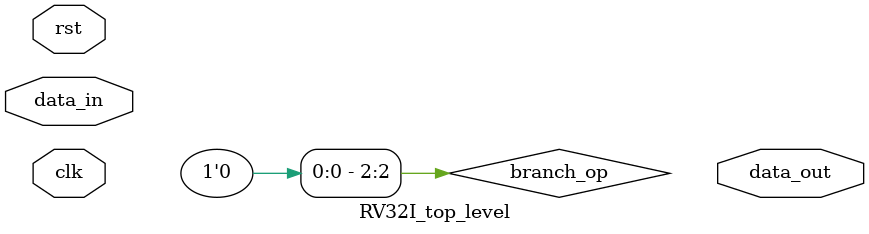
<source format=v>
/* Generated by Yosys 0.58+35 (git sha1 9a12d92551096cd458fd635ed84acf3ba0f2c423, g++ 15.2.1 -O2 -flto=auto -ffat-lto-objects -fexceptions -fstack-protector-strong -m64 -march=x86-64 -mtune=generic -fasynchronous-unwind-tables -fstack-clash-protection -fcf-protection -mtls-dialect=gnu2 -fno-omit-frame-pointer -mno-omit-leaf-frame-pointer -fPIC -O3) */

(* dynports =  1  *)
(* top =  1  *)
(* src = "src/RV32I_top_level.v:1.1-194.10" *)
module RV32I_top_level(clk, rst, data_in, data_out);
  (* src = "src/RV32I_top_level.v:5.25-5.28" *)
  input clk;
  wire clk;
  (* src = "src/RV32I_top_level.v:5.30-5.33" *)
  input rst;
  wire rst;
  (* src = "src/RV32I_top_level.v:6.25-6.32" *)
  input [31:0] data_in;
  wire [31:0] data_in;
  (* src = "src/RV32I_top_level.v:7.25-7.33" *)
  output [31:0] data_out;
  wire [31:0] data_out;
  (* src = "src/RV32I_top_level.v:53.21-53.30" *)
  (* unused_bits = "0 1" *)
  wire [2:0] branch_op;
  assign branch_op[2] = 1'h0;
endmodule

(* dynports =  1  *)
(* src = "src/alu.v:1.1-103.10" *)
module alu(clk, rst, en, port_A, port_B, operation, data_out, valid);
  (* src = "src/alu.v:5.29-5.32" *)
  input clk;
  wire clk;
  (* src = "src/alu.v:5.34-5.37" *)
  input rst;
  wire rst;
  (* src = "src/alu.v:5.39-5.41" *)
  input en;
  wire en;
  (* src = "src/alu.v:6.29-6.35" *)
  input [31:0] port_A;
  wire [31:0] port_A;
  (* src = "src/alu.v:6.37-6.43" *)
  input [31:0] port_B;
  wire [31:0] port_B;
  (* src = "src/alu.v:7.29-7.38" *)
  input [5:0] operation;
  wire [5:0] operation;
  (* src = "src/alu.v:9.34-9.42" *)
  output [31:0] data_out;
  wire [31:0] data_out;
  (* src = "src/alu.v:11.29-11.34" *)
  output valid;
  wire valid;
  (* src = "src/alu.v:14.3-101.6" *)
  wire [31:0] _00000_;
  wire _00001_;
  wire _00002_;
  wire _00003_;
  wire _00004_;
  wire _00005_;
  wire _00006_;
  wire _00007_;
  wire _00008_;
  wire _00009_;
  wire _00010_;
  wire _00011_;
  wire _00012_;
  wire _00013_;
  wire _00014_;
  wire _00015_;
  wire _00016_;
  wire _00017_;
  wire _00018_;
  wire _00019_;
  wire _00020_;
  wire _00021_;
  wire _00022_;
  wire _00023_;
  wire _00024_;
  wire _00025_;
  wire _00026_;
  wire _00027_;
  wire _00028_;
  wire _00029_;
  wire _00030_;
  wire _00031_;
  wire _00032_;
  wire _00033_;
  wire _00034_;
  wire _00035_;
  wire _00036_;
  wire _00037_;
  wire _00038_;
  wire _00039_;
  wire _00040_;
  wire _00041_;
  wire _00042_;
  wire _00043_;
  wire _00044_;
  wire _00045_;
  wire _00046_;
  wire _00047_;
  wire _00048_;
  wire _00049_;
  wire _00050_;
  wire _00051_;
  wire _00052_;
  wire _00053_;
  wire _00054_;
  wire _00055_;
  wire _00056_;
  wire _00057_;
  wire _00058_;
  wire _00059_;
  wire _00060_;
  wire _00061_;
  wire _00062_;
  wire _00063_;
  wire _00064_;
  wire _00065_;
  wire _00066_;
  wire _00067_;
  wire _00068_;
  wire _00069_;
  wire _00070_;
  wire _00071_;
  wire _00072_;
  wire _00073_;
  wire _00074_;
  wire _00075_;
  wire _00076_;
  wire _00077_;
  wire _00078_;
  wire _00079_;
  wire _00080_;
  wire _00081_;
  wire _00082_;
  wire _00083_;
  wire _00084_;
  wire _00085_;
  wire _00086_;
  wire _00087_;
  wire _00088_;
  wire _00089_;
  wire _00090_;
  wire _00091_;
  wire _00092_;
  wire _00093_;
  wire _00094_;
  wire _00095_;
  wire _00096_;
  wire _00097_;
  wire _00098_;
  wire _00099_;
  wire _00100_;
  wire _00101_;
  wire _00102_;
  wire _00103_;
  wire _00104_;
  wire _00105_;
  wire _00106_;
  wire _00107_;
  wire _00108_;
  wire _00109_;
  wire _00110_;
  wire _00111_;
  wire _00112_;
  wire _00113_;
  wire _00114_;
  wire _00115_;
  wire _00116_;
  wire _00117_;
  wire _00118_;
  wire _00119_;
  wire _00120_;
  wire _00121_;
  wire _00122_;
  wire _00123_;
  wire _00124_;
  wire _00125_;
  wire _00126_;
  wire _00127_;
  wire _00128_;
  wire _00129_;
  wire _00130_;
  wire _00131_;
  wire _00132_;
  wire _00133_;
  wire _00134_;
  wire _00135_;
  wire _00136_;
  wire _00137_;
  wire _00138_;
  wire _00139_;
  wire _00140_;
  wire _00141_;
  wire _00142_;
  wire _00143_;
  wire _00144_;
  wire _00145_;
  wire _00146_;
  wire _00147_;
  wire _00148_;
  wire _00149_;
  wire _00150_;
  wire _00151_;
  wire _00152_;
  wire _00153_;
  wire _00154_;
  wire _00155_;
  wire _00156_;
  wire _00157_;
  wire _00158_;
  wire _00159_;
  wire _00160_;
  wire _00161_;
  wire _00162_;
  wire _00163_;
  wire _00164_;
  wire _00165_;
  wire _00166_;
  wire _00167_;
  wire _00168_;
  wire _00169_;
  wire _00170_;
  wire _00171_;
  wire _00172_;
  wire _00173_;
  wire _00174_;
  wire _00175_;
  wire _00176_;
  wire _00177_;
  wire _00178_;
  wire _00179_;
  wire _00180_;
  wire _00181_;
  wire _00182_;
  wire _00183_;
  wire _00184_;
  wire _00185_;
  wire _00186_;
  wire _00187_;
  wire _00188_;
  wire _00189_;
  wire _00190_;
  wire _00191_;
  wire _00192_;
  wire _00193_;
  wire _00194_;
  wire _00195_;
  wire _00196_;
  wire _00197_;
  wire _00198_;
  wire _00199_;
  wire _00200_;
  wire _00201_;
  wire _00202_;
  wire _00203_;
  wire _00204_;
  wire _00205_;
  wire _00206_;
  wire _00207_;
  wire _00208_;
  wire _00209_;
  wire _00210_;
  wire _00211_;
  wire _00212_;
  wire _00213_;
  wire _00214_;
  wire _00215_;
  wire _00216_;
  wire _00217_;
  wire _00218_;
  wire _00219_;
  wire _00220_;
  wire _00221_;
  wire _00222_;
  wire _00223_;
  wire _00224_;
  wire _00225_;
  wire _00226_;
  wire _00227_;
  wire _00228_;
  wire _00229_;
  wire _00230_;
  wire _00231_;
  wire _00232_;
  wire _00233_;
  wire _00234_;
  wire _00235_;
  wire _00236_;
  wire _00237_;
  wire _00238_;
  wire _00239_;
  wire _00240_;
  wire _00241_;
  wire _00242_;
  wire _00243_;
  wire _00244_;
  wire _00245_;
  wire _00246_;
  wire _00247_;
  wire _00248_;
  wire _00249_;
  wire _00250_;
  wire _00251_;
  wire _00252_;
  wire _00253_;
  wire _00254_;
  wire _00255_;
  wire _00256_;
  wire _00257_;
  wire _00258_;
  wire _00259_;
  wire _00260_;
  wire _00261_;
  wire _00262_;
  wire _00263_;
  wire _00264_;
  wire _00265_;
  wire _00266_;
  wire _00267_;
  wire _00268_;
  wire _00269_;
  wire _00270_;
  wire _00271_;
  wire _00272_;
  wire _00273_;
  wire _00274_;
  wire _00275_;
  wire _00276_;
  wire _00277_;
  wire _00278_;
  wire _00279_;
  wire _00280_;
  wire _00281_;
  wire _00282_;
  wire _00283_;
  wire _00284_;
  wire _00285_;
  wire _00286_;
  wire _00287_;
  wire _00288_;
  wire _00289_;
  wire _00290_;
  wire _00291_;
  wire _00292_;
  wire _00293_;
  wire _00294_;
  wire _00295_;
  wire _00296_;
  wire _00297_;
  wire _00298_;
  wire _00299_;
  wire _00300_;
  wire _00301_;
  wire _00302_;
  wire _00303_;
  wire _00304_;
  wire _00305_;
  wire _00306_;
  wire _00307_;
  wire _00308_;
  wire _00309_;
  wire _00310_;
  wire _00311_;
  wire _00312_;
  wire _00313_;
  wire _00314_;
  wire _00315_;
  wire _00316_;
  wire _00317_;
  wire _00318_;
  wire _00319_;
  wire _00320_;
  wire _00321_;
  wire _00322_;
  wire _00323_;
  wire _00324_;
  wire _00325_;
  wire _00326_;
  wire _00327_;
  wire _00328_;
  wire _00329_;
  wire _00330_;
  wire _00331_;
  wire _00332_;
  wire _00333_;
  wire _00334_;
  wire _00335_;
  wire _00336_;
  wire _00337_;
  wire _00338_;
  wire _00339_;
  wire _00340_;
  wire _00341_;
  wire _00342_;
  wire _00343_;
  wire _00344_;
  wire _00345_;
  wire _00346_;
  wire _00347_;
  wire _00348_;
  wire _00349_;
  wire _00350_;
  wire _00351_;
  wire _00352_;
  wire _00353_;
  wire _00354_;
  wire _00355_;
  wire _00356_;
  wire _00357_;
  wire _00358_;
  wire _00359_;
  wire _00360_;
  wire _00361_;
  wire _00362_;
  wire _00363_;
  wire _00364_;
  wire _00365_;
  wire _00366_;
  wire _00367_;
  wire _00368_;
  wire _00369_;
  wire _00370_;
  wire _00371_;
  wire _00372_;
  wire _00373_;
  wire _00374_;
  wire _00375_;
  wire _00376_;
  wire _00377_;
  wire _00378_;
  wire _00379_;
  wire _00380_;
  wire _00381_;
  wire _00382_;
  wire _00383_;
  wire _00384_;
  wire _00385_;
  wire _00386_;
  wire _00387_;
  wire _00388_;
  wire _00389_;
  wire _00390_;
  wire _00391_;
  wire _00392_;
  wire _00393_;
  wire _00394_;
  wire _00395_;
  wire _00396_;
  wire _00397_;
  wire _00398_;
  wire _00399_;
  wire _00400_;
  wire _00401_;
  wire _00402_;
  wire _00403_;
  wire _00404_;
  wire _00405_;
  wire _00406_;
  wire _00407_;
  wire _00408_;
  wire _00409_;
  wire _00410_;
  wire _00411_;
  wire _00412_;
  wire _00413_;
  wire _00414_;
  wire _00415_;
  wire _00416_;
  wire _00417_;
  wire _00418_;
  wire _00419_;
  wire _00420_;
  wire _00421_;
  wire _00422_;
  wire _00423_;
  wire _00424_;
  wire _00425_;
  wire _00426_;
  wire _00427_;
  wire _00428_;
  wire _00429_;
  wire _00430_;
  wire _00431_;
  wire _00432_;
  wire _00433_;
  wire _00434_;
  wire _00435_;
  wire _00436_;
  wire _00437_;
  wire _00438_;
  wire _00439_;
  wire _00440_;
  wire _00441_;
  wire _00442_;
  wire _00443_;
  wire _00444_;
  wire _00445_;
  wire _00446_;
  wire _00447_;
  wire _00448_;
  wire _00449_;
  wire _00450_;
  wire _00451_;
  wire _00452_;
  wire _00453_;
  wire _00454_;
  wire _00455_;
  wire _00456_;
  wire _00457_;
  wire _00458_;
  wire _00459_;
  wire _00460_;
  wire _00461_;
  wire _00462_;
  wire _00463_;
  wire _00464_;
  wire _00465_;
  wire _00466_;
  wire _00467_;
  wire _00468_;
  wire _00469_;
  wire _00470_;
  wire _00471_;
  wire _00472_;
  wire _00473_;
  wire _00474_;
  wire _00475_;
  wire _00476_;
  wire _00477_;
  wire _00478_;
  wire _00479_;
  wire _00480_;
  wire _00481_;
  wire _00482_;
  wire _00483_;
  wire _00484_;
  wire _00485_;
  wire _00486_;
  wire _00487_;
  wire _00488_;
  wire _00489_;
  wire _00490_;
  wire _00491_;
  wire _00492_;
  wire _00493_;
  wire _00494_;
  wire _00495_;
  wire _00496_;
  wire _00497_;
  wire _00498_;
  wire _00499_;
  wire _00500_;
  wire _00501_;
  wire _00502_;
  wire _00503_;
  wire _00504_;
  wire _00505_;
  wire _00506_;
  wire _00507_;
  wire _00508_;
  wire _00509_;
  wire _00510_;
  wire _00511_;
  wire _00512_;
  wire _00513_;
  wire _00514_;
  wire _00515_;
  wire _00516_;
  wire _00517_;
  wire _00518_;
  wire _00519_;
  wire _00520_;
  wire _00521_;
  wire _00522_;
  wire _00523_;
  wire _00524_;
  wire _00525_;
  wire _00526_;
  wire _00527_;
  wire _00528_;
  wire _00529_;
  wire _00530_;
  wire _00531_;
  wire _00532_;
  wire _00533_;
  wire _00534_;
  wire _00535_;
  wire _00536_;
  wire _00537_;
  wire _00538_;
  wire _00539_;
  wire _00540_;
  wire _00541_;
  wire _00542_;
  wire _00543_;
  wire _00544_;
  wire _00545_;
  wire _00546_;
  wire _00547_;
  wire _00548_;
  wire _00549_;
  wire _00550_;
  wire _00551_;
  wire _00552_;
  wire _00553_;
  wire _00554_;
  wire _00555_;
  wire _00556_;
  wire _00557_;
  wire _00558_;
  wire _00559_;
  wire _00560_;
  wire _00561_;
  wire _00562_;
  wire _00563_;
  wire _00564_;
  wire _00565_;
  wire _00566_;
  wire _00567_;
  wire _00568_;
  wire _00569_;
  wire _00570_;
  wire _00571_;
  wire _00572_;
  wire _00573_;
  wire _00574_;
  wire _00575_;
  wire _00576_;
  wire _00577_;
  wire _00578_;
  wire _00579_;
  wire _00580_;
  wire _00581_;
  wire _00582_;
  wire _00583_;
  wire _00584_;
  wire _00585_;
  wire _00586_;
  wire _00587_;
  wire _00588_;
  wire _00589_;
  wire _00590_;
  wire _00591_;
  wire _00592_;
  wire _00593_;
  wire _00594_;
  wire _00595_;
  wire _00596_;
  wire _00597_;
  wire _00598_;
  wire _00599_;
  wire _00600_;
  wire _00601_;
  wire _00602_;
  wire _00603_;
  wire _00604_;
  wire _00605_;
  wire _00606_;
  wire _00607_;
  wire _00608_;
  wire _00609_;
  wire _00610_;
  wire _00611_;
  wire _00612_;
  wire _00613_;
  wire _00614_;
  wire _00615_;
  wire _00616_;
  wire _00617_;
  wire _00618_;
  wire _00619_;
  wire _00620_;
  wire _00621_;
  wire _00622_;
  wire _00623_;
  wire _00624_;
  wire _00625_;
  wire _00626_;
  wire _00627_;
  wire _00628_;
  wire _00629_;
  wire _00630_;
  wire _00631_;
  wire _00632_;
  wire _00633_;
  wire _00634_;
  wire _00635_;
  wire _00636_;
  wire _00637_;
  wire _00638_;
  wire _00639_;
  wire _00640_;
  wire _00641_;
  wire _00642_;
  wire _00643_;
  wire _00644_;
  wire _00645_;
  wire _00646_;
  wire _00647_;
  wire _00648_;
  wire _00649_;
  wire _00650_;
  wire _00651_;
  wire _00652_;
  wire _00653_;
  wire _00654_;
  wire _00655_;
  wire _00656_;
  wire _00657_;
  wire _00658_;
  wire _00659_;
  wire _00660_;
  wire _00661_;
  wire _00662_;
  wire _00663_;
  wire _00664_;
  wire _00665_;
  wire _00666_;
  wire _00667_;
  wire _00668_;
  wire _00669_;
  wire _00670_;
  wire _00671_;
  wire _00672_;
  wire _00673_;
  wire _00674_;
  wire _00675_;
  wire _00676_;
  wire _00677_;
  wire _00678_;
  wire _00679_;
  wire _00680_;
  wire _00681_;
  wire _00682_;
  wire _00683_;
  wire _00684_;
  wire _00685_;
  wire _00686_;
  wire _00687_;
  wire _00688_;
  wire _00689_;
  wire _00690_;
  wire _00691_;
  wire _00692_;
  wire _00693_;
  wire _00694_;
  wire _00695_;
  wire _00696_;
  wire _00697_;
  wire _00698_;
  wire _00699_;
  wire _00700_;
  wire _00701_;
  wire _00702_;
  wire _00703_;
  wire _00704_;
  wire _00705_;
  wire _00706_;
  wire _00707_;
  wire _00708_;
  wire _00709_;
  wire _00710_;
  wire _00711_;
  wire _00712_;
  wire _00713_;
  wire _00714_;
  wire _00715_;
  wire _00716_;
  wire _00717_;
  wire _00718_;
  wire _00719_;
  wire _00720_;
  wire _00721_;
  wire _00722_;
  wire _00723_;
  wire _00724_;
  wire _00725_;
  wire _00726_;
  wire _00727_;
  wire _00728_;
  wire _00729_;
  wire _00730_;
  wire _00731_;
  wire _00732_;
  wire _00733_;
  wire _00734_;
  wire _00735_;
  wire _00736_;
  wire _00737_;
  wire _00738_;
  wire _00739_;
  wire _00740_;
  wire _00741_;
  wire _00742_;
  wire _00743_;
  wire _00744_;
  wire _00745_;
  wire _00746_;
  wire _00747_;
  wire _00748_;
  wire _00749_;
  wire _00750_;
  wire _00751_;
  wire _00752_;
  wire _00753_;
  wire _00754_;
  wire _00755_;
  wire _00756_;
  wire _00757_;
  wire _00758_;
  wire _00759_;
  wire _00760_;
  wire _00761_;
  wire _00762_;
  wire _00763_;
  wire _00764_;
  wire _00765_;
  wire _00766_;
  wire _00767_;
  wire _00768_;
  wire _00769_;
  wire _00770_;
  wire _00771_;
  wire _00772_;
  wire _00773_;
  wire _00774_;
  wire _00775_;
  wire _00776_;
  wire _00777_;
  wire _00778_;
  wire _00779_;
  wire _00780_;
  wire _00781_;
  wire _00782_;
  wire _00783_;
  wire _00784_;
  wire _00785_;
  wire _00786_;
  wire _00787_;
  wire _00788_;
  wire _00789_;
  wire _00790_;
  wire _00791_;
  wire _00792_;
  wire _00793_;
  wire _00794_;
  wire _00795_;
  wire _00796_;
  wire _00797_;
  wire _00798_;
  wire _00799_;
  wire _00800_;
  wire _00801_;
  wire _00802_;
  wire _00803_;
  wire _00804_;
  wire _00805_;
  wire _00806_;
  wire _00807_;
  wire _00808_;
  wire _00809_;
  wire _00810_;
  wire _00811_;
  wire _00812_;
  wire _00813_;
  wire _00814_;
  wire _00815_;
  wire _00816_;
  wire _00817_;
  wire _00818_;
  wire _00819_;
  wire _00820_;
  wire _00821_;
  wire _00822_;
  wire _00823_;
  wire _00824_;
  wire _00825_;
  wire _00826_;
  wire _00827_;
  wire _00828_;
  wire _00829_;
  wire _00830_;
  wire _00831_;
  wire _00832_;
  wire _00833_;
  wire _00834_;
  wire _00835_;
  wire _00836_;
  wire _00837_;
  wire _00838_;
  wire _00839_;
  wire _00840_;
  wire _00841_;
  wire _00842_;
  wire _00843_;
  wire _00844_;
  wire _00845_;
  wire _00846_;
  wire _00847_;
  wire _00848_;
  wire _00849_;
  wire _00850_;
  wire _00851_;
  wire _00852_;
  wire _00853_;
  wire _00854_;
  wire _00855_;
  wire _00856_;
  wire _00857_;
  wire _00858_;
  wire _00859_;
  wire _00860_;
  wire _00861_;
  wire _00862_;
  wire _00863_;
  wire _00864_;
  wire _00865_;
  wire _00866_;
  wire _00867_;
  wire _00868_;
  wire _00869_;
  wire _00870_;
  wire _00871_;
  wire _00872_;
  wire _00873_;
  wire _00874_;
  wire _00875_;
  wire _00876_;
  wire _00877_;
  wire _00878_;
  wire _00879_;
  wire _00880_;
  wire _00881_;
  wire _00882_;
  wire _00883_;
  wire _00884_;
  wire _00885_;
  wire _00886_;
  wire _00887_;
  wire _00888_;
  wire _00889_;
  wire _00890_;
  wire _00891_;
  wire _00892_;
  wire _00893_;
  wire _00894_;
  wire _00895_;
  wire _00896_;
  wire _00897_;
  wire _00898_;
  wire _00899_;
  wire _00900_;
  wire _00901_;
  wire _00902_;
  wire _00903_;
  wire _00904_;
  wire _00905_;
  wire _00906_;
  wire _00907_;
  wire _00908_;
  wire _00909_;
  wire _00910_;
  wire _00911_;
  wire _00912_;
  wire _00913_;
  wire _00914_;
  wire _00915_;
  wire _00916_;
  wire _00917_;
  wire _00918_;
  wire _00919_;
  wire _00920_;
  wire _00921_;
  wire _00922_;
  wire _00923_;
  wire _00924_;
  wire _00925_;
  wire _00926_;
  wire _00927_;
  wire _00928_;
  wire _00929_;
  wire _00930_;
  wire _00931_;
  wire _00932_;
  wire _00933_;
  wire _00934_;
  wire _00935_;
  wire _00936_;
  wire _00937_;
  wire _00938_;
  wire _00939_;
  wire _00940_;
  wire _00941_;
  wire _00942_;
  wire _00943_;
  wire _00944_;
  wire _00945_;
  wire _00946_;
  wire _00947_;
  wire _00948_;
  wire _00949_;
  wire _00950_;
  wire _00951_;
  wire _00952_;
  wire _00953_;
  wire _00954_;
  wire _00955_;
  wire _00956_;
  wire _00957_;
  wire _00958_;
  wire _00959_;
  wire _00960_;
  wire _00961_;
  wire _00962_;
  wire _00963_;
  wire _00964_;
  wire _00965_;
  wire _00966_;
  wire _00967_;
  wire _00968_;
  wire _00969_;
  wire _00970_;
  wire _00971_;
  wire _00972_;
  wire _00973_;
  wire _00974_;
  wire _00975_;
  wire _00976_;
  wire _00977_;
  wire _00978_;
  wire _00979_;
  wire _00980_;
  wire _00981_;
  wire _00982_;
  wire _00983_;
  wire _00984_;
  wire _00985_;
  wire _00986_;
  wire _00987_;
  wire _00988_;
  wire _00989_;
  wire _00990_;
  wire _00991_;
  wire _00992_;
  wire _00993_;
  wire _00994_;
  wire _00995_;
  wire _00996_;
  wire _00997_;
  wire _00998_;
  wire _00999_;
  wire _01000_;
  wire _01001_;
  wire _01002_;
  wire _01003_;
  wire _01004_;
  wire _01005_;
  wire _01006_;
  wire _01007_;
  wire _01008_;
  wire _01009_;
  wire _01010_;
  wire _01011_;
  wire _01012_;
  wire _01013_;
  wire _01014_;
  wire _01015_;
  wire _01016_;
  wire _01017_;
  wire _01018_;
  wire _01019_;
  wire _01020_;
  wire _01021_;
  wire _01022_;
  wire _01023_;
  wire _01024_;
  wire _01025_;
  wire _01026_;
  wire _01027_;
  wire _01028_;
  wire _01029_;
  wire _01030_;
  wire _01031_;
  wire _01032_;
  wire _01033_;
  wire _01034_;
  wire _01035_;
  wire _01036_;
  wire _01037_;
  wire _01038_;
  wire _01039_;
  wire _01040_;
  wire _01041_;
  wire _01042_;
  wire _01043_;
  wire _01044_;
  wire _01045_;
  wire _01046_;
  wire _01047_;
  wire _01048_;
  wire _01049_;
  wire _01050_;
  wire _01051_;
  wire _01052_;
  wire _01053_;
  wire _01054_;
  wire _01055_;
  wire _01056_;
  wire _01057_;
  wire _01058_;
  wire _01059_;
  wire _01060_;
  wire _01061_;
  wire _01062_;
  wire _01063_;
  wire _01064_;
  wire _01065_;
  wire _01066_;
  wire _01067_;
  wire _01068_;
  wire _01069_;
  wire _01070_;
  wire _01071_;
  wire _01072_;
  wire _01073_;
  wire _01074_;
  wire _01075_;
  wire _01076_;
  wire _01077_;
  wire _01078_;
  wire _01079_;
  wire _01080_;
  wire _01081_;
  wire _01082_;
  wire _01083_;
  wire _01084_;
  wire _01085_;
  wire _01086_;
  wire _01087_;
  wire _01088_;
  wire _01089_;
  wire _01090_;
  wire _01091_;
  wire _01092_;
  wire _01093_;
  wire _01094_;
  wire _01095_;
  wire _01096_;
  wire _01097_;
  wire _01098_;
  wire _01099_;
  wire _01100_;
  wire _01101_;
  wire _01102_;
  wire _01103_;
  wire _01104_;
  wire _01105_;
  wire _01106_;
  wire _01107_;
  wire _01108_;
  wire _01109_;
  wire _01110_;
  wire _01111_;
  wire _01112_;
  wire _01113_;
  wire _01114_;
  wire _01115_;
  wire _01116_;
  wire _01117_;
  wire _01118_;
  wire _01119_;
  wire _01120_;
  wire _01121_;
  wire _01122_;
  wire _01123_;
  wire _01124_;
  wire _01125_;
  wire _01126_;
  wire _01127_;
  wire _01128_;
  wire _01129_;
  wire _01130_;
  wire _01131_;
  wire _01132_;
  wire _01133_;
  wire _01134_;
  wire _01135_;
  wire _01136_;
  wire _01137_;
  wire _01138_;
  wire _01139_;
  wire _01140_;
  wire _01141_;
  wire _01142_;
  wire _01143_;
  wire _01144_;
  wire _01145_;
  wire _01146_;
  wire _01147_;
  wire _01148_;
  wire _01149_;
  wire _01150_;
  wire _01151_;
  wire _01152_;
  wire _01153_;
  wire _01154_;
  wire _01155_;
  wire _01156_;
  wire _01157_;
  wire _01158_;
  wire _01159_;
  wire _01160_;
  wire _01161_;
  wire _01162_;
  wire _01163_;
  wire _01164_;
  wire _01165_;
  wire _01166_;
  wire _01167_;
  wire _01168_;
  wire _01169_;
  wire _01170_;
  wire _01171_;
  wire _01172_;
  wire _01173_;
  wire _01174_;
  wire _01175_;
  wire _01176_;
  wire _01177_;
  wire _01178_;
  wire _01179_;
  wire _01180_;
  wire _01181_;
  wire _01182_;
  wire _01183_;
  wire _01184_;
  wire _01185_;
  wire _01186_;
  wire _01187_;
  wire _01188_;
  wire _01189_;
  wire _01190_;
  wire _01191_;
  wire _01192_;
  wire _01193_;
  wire _01194_;
  wire _01195_;
  wire _01196_;
  wire _01197_;
  wire _01198_;
  wire _01199_;
  wire _01200_;
  wire _01201_;
  wire _01202_;
  wire _01203_;
  wire _01204_;
  wire _01205_;
  wire _01206_;
  wire _01207_;
  wire _01208_;
  wire _01209_;
  wire _01210_;
  wire _01211_;
  wire _01212_;
  wire _01213_;
  wire _01214_;
  wire _01215_;
  wire _01216_;
  wire _01217_;
  wire _01218_;
  wire _01219_;
  wire _01220_;
  wire _01221_;
  wire _01222_;
  wire _01223_;
  wire _01224_;
  wire _01225_;
  wire _01226_;
  wire _01227_;
  wire _01228_;
  wire _01229_;
  wire _01230_;
  wire _01231_;
  wire _01232_;
  wire _01233_;
  wire _01234_;
  wire _01235_;
  wire _01236_;
  wire _01237_;
  wire _01238_;
  wire _01239_;
  wire _01240_;
  wire _01241_;
  wire _01242_;
  wire _01243_;
  wire _01244_;
  wire _01245_;
  wire _01246_;
  wire _01247_;
  wire _01248_;
  wire _01249_;
  wire _01250_;
  wire _01251_;
  wire _01252_;
  wire _01253_;
  wire _01254_;
  wire _01255_;
  wire _01256_;
  wire _01257_;
  wire _01258_;
  wire _01259_;
  wire _01260_;
  wire _01261_;
  wire _01262_;
  wire _01263_;
  wire _01264_;
  wire _01265_;
  wire _01266_;
  wire _01267_;
  wire _01268_;
  wire _01269_;
  wire _01270_;
  wire _01271_;
  wire _01272_;
  wire _01273_;
  wire _01274_;
  wire _01275_;
  wire _01276_;
  wire _01277_;
  wire _01278_;
  wire _01279_;
  wire _01280_;
  wire _01281_;
  wire _01282_;
  wire _01283_;
  wire _01284_;
  wire _01285_;
  wire _01286_;
  wire _01287_;
  wire _01288_;
  wire _01289_;
  wire _01290_;
  wire _01291_;
  wire _01292_;
  wire _01293_;
  wire _01294_;
  wire _01295_;
  wire _01296_;
  wire _01297_;
  wire _01298_;
  wire _01299_;
  wire _01300_;
  wire _01301_;
  wire _01302_;
  wire _01303_;
  wire _01304_;
  wire _01305_;
  wire _01306_;
  wire _01307_;
  wire _01308_;
  wire _01309_;
  wire _01310_;
  wire _01311_;
  wire _01312_;
  wire _01313_;
  wire _01314_;
  wire _01315_;
  wire _01316_;
  wire _01317_;
  wire _01318_;
  wire _01319_;
  wire _01320_;
  wire _01321_;
  wire _01322_;
  wire _01323_;
  wire _01324_;
  wire _01325_;
  wire _01326_;
  wire _01327_;
  wire _01328_;
  wire _01329_;
  wire _01330_;
  wire _01331_;
  wire _01332_;
  wire _01333_;
  wire _01334_;
  wire _01335_;
  wire _01336_;
  wire _01337_;
  wire _01338_;
  wire _01339_;
  wire _01340_;
  wire _01341_;
  wire _01342_;
  wire _01343_;
  wire _01344_;
  wire _01345_;
  wire _01346_;
  wire _01347_;
  wire _01348_;
  wire _01349_;
  wire _01350_;
  wire _01351_;
  wire _01352_;
  wire _01353_;
  wire _01354_;
  wire _01355_;
  wire _01356_;
  wire _01357_;
  wire _01358_;
  wire _01359_;
  wire _01360_;
  wire _01361_;
  wire _01362_;
  wire _01363_;
  wire _01364_;
  wire _01365_;
  wire _01366_;
  wire _01367_;
  wire _01368_;
  wire _01369_;
  wire _01370_;
  wire _01371_;
  wire _01372_;
  wire _01373_;
  wire _01374_;
  wire _01375_;
  wire _01376_;
  wire _01377_;
  wire _01378_;
  wire _01379_;
  wire _01380_;
  wire _01381_;
  wire _01382_;
  wire _01383_;
  wire _01384_;
  wire _01385_;
  wire _01386_;
  wire _01387_;
  wire _01388_;
  wire _01389_;
  wire _01390_;
  wire _01391_;
  wire _01392_;
  wire _01393_;
  wire _01394_;
  wire _01395_;
  wire _01396_;
  wire _01397_;
  wire _01398_;
  wire _01399_;
  wire _01400_;
  wire _01401_;
  wire _01402_;
  wire _01403_;
  wire _01404_;
  wire _01405_;
  wire _01406_;
  wire _01407_;
  wire _01408_;
  wire _01409_;
  wire _01410_;
  wire _01411_;
  wire _01412_;
  wire _01413_;
  wire _01414_;
  wire _01415_;
  wire _01416_;
  wire _01417_;
  wire _01418_;
  wire _01419_;
  wire _01420_;
  wire _01421_;
  wire _01422_;
  wire _01423_;
  wire _01424_;
  wire _01425_;
  wire _01426_;
  wire _01427_;
  wire _01428_;
  wire _01429_;
  wire _01430_;
  wire _01431_;
  wire _01432_;
  wire _01433_;
  wire _01434_;
  wire _01435_;
  wire _01436_;
  wire _01437_;
  wire _01438_;
  wire _01439_;
  wire _01440_;
  wire _01441_;
  wire _01442_;
  wire _01443_;
  wire _01444_;
  wire _01445_;
  wire _01446_;
  wire _01447_;
  wire _01448_;
  wire _01449_;
  wire _01450_;
  wire _01451_;
  wire _01452_;
  wire _01453_;
  wire _01454_;
  wire _01455_;
  wire _01456_;
  wire _01457_;
  wire _01458_;
  wire _01459_;
  wire _01460_;
  wire _01461_;
  wire _01462_;
  wire _01463_;
  wire _01464_;
  wire _01465_;
  wire _01466_;
  wire _01467_;
  wire _01468_;
  wire _01469_;
  wire _01470_;
  wire _01471_;
  wire _01472_;
  wire _01473_;
  wire _01474_;
  wire _01475_;
  wire _01476_;
  wire _01477_;
  wire _01478_;
  wire _01479_;
  wire _01480_;
  wire _01481_;
  wire _01482_;
  wire _01483_;
  wire _01484_;
  wire _01485_;
  wire _01486_;
  wire _01487_;
  wire _01488_;
  wire _01489_;
  wire _01490_;
  wire _01491_;
  wire _01492_;
  wire _01493_;
  wire _01494_;
  wire _01495_;
  wire _01496_;
  wire _01497_;
  wire _01498_;
  wire _01499_;
  wire _01500_;
  wire _01501_;
  wire _01502_;
  wire _01503_;
  wire _01504_;
  wire _01505_;
  wire _01506_;
  wire _01507_;
  wire _01508_;
  wire _01509_;
  wire _01510_;
  wire _01511_;
  wire _01512_;
  wire _01513_;
  wire _01514_;
  wire _01515_;
  wire _01516_;
  wire _01517_;
  wire _01518_;
  wire _01519_;
  wire _01520_;
  wire _01521_;
  wire _01522_;
  wire _01523_;
  wire _01524_;
  wire _01525_;
  wire _01526_;
  wire _01527_;
  wire _01528_;
  wire _01529_;
  wire _01530_;
  wire _01531_;
  wire _01532_;
  wire _01533_;
  wire _01534_;
  wire _01535_;
  wire _01536_;
  wire _01537_;
  wire _01538_;
  wire _01539_;
  wire _01540_;
  wire _01541_;
  wire _01542_;
  wire _01543_;
  wire _01544_;
  wire _01545_;
  wire _01546_;
  wire _01547_;
  wire _01548_;
  wire _01549_;
  wire _01550_;
  wire _01551_;
  wire _01552_;
  wire _01553_;
  wire _01554_;
  wire _01555_;
  wire _01556_;
  wire _01557_;
  wire _01558_;
  wire _01559_;
  wire _01560_;
  wire _01561_;
  wire _01562_;
  wire _01563_;
  wire _01564_;
  wire _01565_;
  wire _01566_;
  wire _01567_;
  wire _01568_;
  wire _01569_;
  wire _01570_;
  wire _01571_;
  wire _01572_;
  wire _01573_;
  wire _01574_;
  wire _01575_;
  wire _01576_;
  wire _01577_;
  wire _01578_;
  wire _01579_;
  wire _01580_;
  wire _01581_;
  wire _01582_;
  wire _01583_;
  wire _01584_;
  wire _01585_;
  wire _01586_;
  wire _01587_;
  wire _01588_;
  wire _01589_;
  wire _01590_;
  wire _01591_;
  wire _01592_;
  wire _01593_;
  wire _01594_;
  wire _01595_;
  wire _01596_;
  wire _01597_;
  wire _01598_;
  wire _01599_;
  wire _01600_;
  wire _01601_;
  wire _01602_;
  wire _01603_;
  wire _01604_;
  wire _01605_;
  wire _01606_;
  wire _01607_;
  wire _01608_;
  wire _01609_;
  wire _01610_;
  wire _01611_;
  wire _01612_;
  wire _01613_;
  wire _01614_;
  wire _01615_;
  wire _01616_;
  wire _01617_;
  wire _01618_;
  wire _01619_;
  wire _01620_;
  wire _01621_;
  wire _01622_;
  wire _01623_;
  wire _01624_;
  wire _01625_;
  wire _01626_;
  wire _01627_;
  wire _01628_;
  wire _01629_;
  wire _01630_;
  wire _01631_;
  wire _01632_;
  wire _01633_;
  wire _01634_;
  wire _01635_;
  wire _01636_;
  wire _01637_;
  wire _01638_;
  wire _01639_;
  wire _01640_;
  wire _01641_;
  wire _01642_;
  wire _01643_;
  wire _01644_;
  wire _01645_;
  wire _01646_;
  wire _01647_;
  wire _01648_;
  wire _01649_;
  wire _01650_;
  wire _01651_;
  wire _01652_;
  wire _01653_;
  wire _01654_;
  wire _01655_;
  wire _01656_;
  wire _01657_;
  wire _01658_;
  wire _01659_;
  wire _01660_;
  wire _01661_;
  wire _01662_;
  wire _01663_;
  wire _01664_;
  wire _01665_;
  wire _01666_;
  wire _01667_;
  wire _01668_;
  wire _01669_;
  wire _01670_;
  wire _01671_;
  wire _01672_;
  wire _01673_;
  wire _01674_;
  wire _01675_;
  wire _01676_;
  wire _01677_;
  wire _01678_;
  wire _01679_;
  wire _01680_;
  wire _01681_;
  wire _01682_;
  wire _01683_;
  wire _01684_;
  wire _01685_;
  wire _01686_;
  wire _01687_;
  wire _01688_;
  wire _01689_;
  wire _01690_;
  wire _01691_;
  wire _01692_;
  wire _01693_;
  wire _01694_;
  wire _01695_;
  wire _01696_;
  wire _01697_;
  wire _01698_;
  wire _01699_;
  wire _01700_;
  wire _01701_;
  wire _01702_;
  wire _01703_;
  wire _01704_;
  wire _01705_;
  wire _01706_;
  wire _01707_;
  wire _01708_;
  wire _01709_;
  wire _01710_;
  wire _01711_;
  wire _01712_;
  wire _01713_;
  wire _01714_;
  wire _01715_;
  wire _01716_;
  wire _01717_;
  wire _01718_;
  wire _01719_;
  wire _01720_;
  wire _01721_;
  wire _01722_;
  wire _01723_;
  wire _01724_;
  wire _01725_;
  wire _01726_;
  wire _01727_;
  wire _01728_;
  wire _01729_;
  wire _01730_;
  wire _01731_;
  wire _01732_;
  wire _01733_;
  wire _01734_;
  wire _01735_;
  wire _01736_;
  wire _01737_;
  wire _01738_;
  wire _01739_;
  wire _01740_;
  wire _01741_;
  wire _01742_;
  wire _01743_;
  wire _01744_;
  wire _01745_;
  wire _01746_;
  wire _01747_;
  wire _01748_;
  wire _01749_;
  wire _01750_;
  wire _01751_;
  wire _01752_;
  wire _01753_;
  wire _01754_;
  wire _01755_;
  wire _01756_;
  wire _01757_;
  wire _01758_;
  wire _01759_;
  wire _01760_;
  wire _01761_;
  wire _01762_;
  wire _01763_;
  wire _01764_;
  wire _01765_;
  wire _01766_;
  wire _01767_;
  wire _01768_;
  wire _01769_;
  wire _01770_;
  wire _01771_;
  wire _01772_;
  wire _01773_;
  wire _01774_;
  wire _01775_;
  wire _01776_;
  wire _01777_;
  wire _01778_;
  wire _01779_;
  wire _01780_;
  wire _01781_;
  wire _01782_;
  wire _01783_;
  wire _01784_;
  wire _01785_;
  wire _01786_;
  wire _01787_;
  wire _01788_;
  wire _01789_;
  wire _01790_;
  wire _01791_;
  wire _01792_;
  wire _01793_;
  wire _01794_;
  wire _01795_;
  wire _01796_;
  wire _01797_;
  wire _01798_;
  wire _01799_;
  wire _01800_;
  wire _01801_;
  wire _01802_;
  wire _01803_;
  wire _01804_;
  wire _01805_;
  wire _01806_;
  wire _01807_;
  wire _01808_;
  wire _01809_;
  wire _01810_;
  wire _01811_;
  wire _01812_;
  wire _01813_;
  wire _01814_;
  wire _01815_;
  wire _01816_;
  wire _01817_;
  wire _01818_;
  wire _01819_;
  wire _01820_;
  wire _01821_;
  wire _01822_;
  wire _01823_;
  wire _01824_;
  wire _01825_;
  wire _01826_;
  wire _01827_;
  wire _01828_;
  wire _01829_;
  wire _01830_;
  wire _01831_;
  wire _01832_;
  wire _01833_;
  wire _01834_;
  wire _01835_;
  wire _01836_;
  wire _01837_;
  wire _01838_;
  wire _01839_;
  wire _01840_;
  wire _01841_;
  wire _01842_;
  wire _01843_;
  wire _01844_;
  wire _01845_;
  wire _01846_;
  wire _01847_;
  wire _01848_;
  wire _01849_;
  wire _01850_;
  wire _01851_;
  wire _01852_;
  wire _01853_;
  wire _01854_;
  wire _01855_;
  wire _01856_;
  wire _01857_;
  wire _01858_;
  wire _01859_;
  wire _01860_;
  wire _01861_;
  wire _01862_;
  wire _01863_;
  wire _01864_;
  wire _01865_;
  wire _01866_;
  wire _01867_;
  wire _01868_;
  wire _01869_;
  wire _01870_;
  wire _01871_;
  wire _01872_;
  wire _01873_;
  wire _01874_;
  wire _01875_;
  wire _01876_;
  wire _01877_;
  wire _01878_;
  wire _01879_;
  wire _01880_;
  wire _01881_;
  wire _01882_;
  wire _01883_;
  wire _01884_;
  wire _01885_;
  wire _01886_;
  wire _01887_;
  wire _01888_;
  wire _01889_;
  wire _01890_;
  wire _01891_;
  wire _01892_;
  wire _01893_;
  wire _01894_;
  wire _01895_;
  wire _01896_;
  wire _01897_;
  wire _01898_;
  wire _01899_;
  wire _01900_;
  wire _01901_;
  wire _01902_;
  wire _01903_;
  wire _01904_;
  wire _01905_;
  wire _01906_;
  wire _01907_;
  wire _01908_;
  wire _01909_;
  wire _01910_;
  wire _01911_;
  wire _01912_;
  wire _01913_;
  wire _01914_;
  wire _01915_;
  wire _01916_;
  wire _01917_;
  wire _01918_;
  wire _01919_;
  wire _01920_;
  wire _01921_;
  wire _01922_;
  wire _01923_;
  wire _01924_;
  wire _01925_;
  wire _01926_;
  wire _01927_;
  wire _01928_;
  wire _01929_;
  wire _01930_;
  wire _01931_;
  wire _01932_;
  wire _01933_;
  wire _01934_;
  wire _01935_;
  wire _01936_;
  wire _01937_;
  wire _01938_;
  wire _01939_;
  wire _01940_;
  wire _01941_;
  wire _01942_;
  wire _01943_;
  wire _01944_;
  wire _01945_;
  wire _01946_;
  wire _01947_;
  wire _01948_;
  wire _01949_;
  wire _01950_;
  wire _01951_;
  wire _01952_;
  wire _01953_;
  wire _01954_;
  wire _01955_;
  wire _01956_;
  wire _01957_;
  wire _01958_;
  wire _01959_;
  wire _01960_;
  wire _01961_;
  wire _01962_;
  wire _01963_;
  wire _01964_;
  wire _01965_;
  wire _01966_;
  wire _01967_;
  wire _01968_;
  wire _01969_;
  wire _01970_;
  wire _01971_;
  wire _01972_;
  wire _01973_;
  wire _01974_;
  wire _01975_;
  wire _01976_;
  wire _01977_;
  wire _01978_;
  wire _01979_;
  wire _01980_;
  wire _01981_;
  wire _01982_;
  wire _01983_;
  wire _01984_;
  wire _01985_;
  wire _01986_;
  wire _01987_;
  wire _01988_;
  wire _01989_;
  wire _01990_;
  wire _01991_;
  wire _01992_;
  wire _01993_;
  wire _01994_;
  wire _01995_;
  wire _01996_;
  wire _01997_;
  wire _01998_;
  wire _01999_;
  wire _02000_;
  wire _02001_;
  wire _02002_;
  wire _02003_;
  wire _02004_;
  wire _02005_;
  wire _02006_;
  wire _02007_;
  wire _02008_;
  wire _02009_;
  wire _02010_;
  wire _02011_;
  wire _02012_;
  wire _02013_;
  wire _02014_;
  wire _02015_;
  wire _02016_;
  wire _02017_;
  wire _02018_;
  wire _02019_;
  wire _02020_;
  wire _02021_;
  wire _02022_;
  wire _02023_;
  wire _02024_;
  wire _02025_;
  wire _02026_;
  wire _02027_;
  wire _02028_;
  wire _02029_;
  wire _02030_;
  wire _02031_;
  wire _02032_;
  wire _02033_;
  wire _02034_;
  wire _02035_;
  wire _02036_;
  wire _02037_;
  wire _02038_;
  wire _02039_;
  wire _02040_;
  wire _02041_;
  wire _02042_;
  wire _02043_;
  wire _02044_;
  wire _02045_;
  wire _02046_;
  wire _02047_;
  wire _02048_;
  wire _02049_;
  wire _02050_;
  wire _02051_;
  wire _02052_;
  wire _02053_;
  wire _02054_;
  wire _02055_;
  wire _02056_;
  wire _02057_;
  wire _02058_;
  wire _02059_;
  wire _02060_;
  wire _02061_;
  wire _02062_;
  wire _02063_;
  wire _02064_;
  wire _02065_;
  wire _02066_;
  wire _02067_;
  wire _02068_;
  wire _02069_;
  wire _02070_;
  wire _02071_;
  wire _02072_;
  wire _02073_;
  wire _02074_;
  wire _02075_;
  wire _02076_;
  wire _02077_;
  wire _02078_;
  wire _02079_;
  wire _02080_;
  wire _02081_;
  wire _02082_;
  wire _02083_;
  wire _02084_;
  wire _02085_;
  wire _02086_;
  wire _02087_;
  wire _02088_;
  wire _02089_;
  wire _02090_;
  wire _02091_;
  wire _02092_;
  wire _02093_;
  wire _02094_;
  wire _02095_;
  wire _02096_;
  wire _02097_;
  wire _02098_;
  wire _02099_;
  wire _02100_;
  wire _02101_;
  wire _02102_;
  wire _02103_;
  wire _02104_;
  wire _02105_;
  wire _02106_;
  wire _02107_;
  wire _02108_;
  wire _02109_;
  wire _02110_;
  wire _02111_;
  wire _02112_;
  wire _02113_;
  wire _02114_;
  wire _02115_;
  wire _02116_;
  wire _02117_;
  wire _02118_;
  wire _02119_;
  wire _02120_;
  wire _02121_;
  wire _02122_;
  wire _02123_;
  wire _02124_;
  wire _02125_;
  wire _02126_;
  wire _02127_;
  wire _02128_;
  wire _02129_;
  wire _02130_;
  wire _02131_;
  wire _02132_;
  wire _02133_;
  wire _02134_;
  wire _02135_;
  wire _02136_;
  wire _02137_;
  wire _02138_;
  wire _02139_;
  wire _02140_;
  wire _02141_;
  wire _02142_;
  wire _02143_;
  wire _02144_;
  wire _02145_;
  wire _02146_;
  wire _02147_;
  wire _02148_;
  wire _02149_;
  wire _02150_;
  wire _02151_;
  wire _02152_;
  wire _02153_;
  wire _02154_;
  wire _02155_;
  wire _02156_;
  wire _02157_;
  wire _02158_;
  wire _02159_;
  wire _02160_;
  wire _02161_;
  wire _02162_;
  wire _02163_;
  wire _02164_;
  wire _02165_;
  wire _02166_;
  wire _02167_;
  wire _02168_;
  wire _02169_;
  wire _02170_;
  wire _02171_;
  wire _02172_;
  wire _02173_;
  wire _02174_;
  wire _02175_;
  wire _02176_;
  wire _02177_;
  wire _02178_;
  wire _02179_;
  wire _02180_;
  wire _02181_;
  wire _02182_;
  wire _02183_;
  wire _02184_;
  wire _02185_;
  wire _02186_;
  wire _02187_;
  wire _02188_;
  wire _02189_;
  wire _02190_;
  wire _02191_;
  wire _02192_;
  wire _02193_;
  wire _02194_;
  wire _02195_;
  wire _02196_;
  wire _02197_;
  wire _02198_;
  wire _02199_;
  wire _02200_;
  wire _02201_;
  wire _02202_;
  wire _02203_;
  wire _02204_;
  wire _02205_;
  wire _02206_;
  wire _02207_;
  wire _02208_;
  wire _02209_;
  wire _02210_;
  wire _02211_;
  wire _02212_;
  wire _02213_;
  wire _02214_;
  wire _02215_;
  wire _02216_;
  wire _02217_;
  wire _02218_;
  wire _02219_;
  wire _02220_;
  wire _02221_;
  wire _02222_;
  wire _02223_;
  wire _02224_;
  wire _02225_;
  wire _02226_;
  wire _02227_;
  wire _02228_;
  wire _02229_;
  wire _02230_;
  wire _02231_;
  wire _02232_;
  wire _02233_;
  wire _02234_;
  wire _02235_;
  wire _02236_;
  wire _02237_;
  wire _02238_;
  wire _02239_;
  wire _02240_;
  wire _02241_;
  wire _02242_;
  wire _02243_;
  wire _02244_;
  wire _02245_;
  wire _02246_;
  wire _02247_;
  wire _02248_;
  wire _02249_;
  wire _02250_;
  wire _02251_;
  wire _02252_;
  wire _02253_;
  wire _02254_;
  wire _02255_;
  wire _02256_;
  wire _02257_;
  wire _02258_;
  wire _02259_;
  wire _02260_;
  wire _02261_;
  wire _02262_;
  wire _02263_;
  wire _02264_;
  wire _02265_;
  wire _02266_;
  wire _02267_;
  wire _02268_;
  wire _02269_;
  wire _02270_;
  wire _02271_;
  wire _02272_;
  wire _02273_;
  wire _02274_;
  wire _02275_;
  wire _02276_;
  wire _02277_;
  wire _02278_;
  wire _02279_;
  wire _02280_;
  wire _02281_;
  wire _02282_;
  wire _02283_;
  wire _02284_;
  wire _02285_;
  wire _02286_;
  wire _02287_;
  wire _02288_;
  wire _02289_;
  wire _02290_;
  wire _02291_;
  wire _02292_;
  wire _02293_;
  wire _02294_;
  wire _02295_;
  wire _02296_;
  wire _02297_;
  wire _02298_;
  wire _02299_;
  wire _02300_;
  wire _02301_;
  wire _02302_;
  wire _02303_;
  wire _02304_;
  wire _02305_;
  wire _02306_;
  wire _02307_;
  wire _02308_;
  wire _02309_;
  wire _02310_;
  wire _02311_;
  wire _02312_;
  wire _02313_;
  wire _02314_;
  wire _02315_;
  wire _02316_;
  wire _02317_;
  wire _02318_;
  wire _02319_;
  wire _02320_;
  wire _02321_;
  wire _02322_;
  wire _02323_;
  wire _02324_;
  wire _02325_;
  wire _02326_;
  wire _02327_;
  wire _02328_;
  wire _02329_;
  wire _02330_;
  wire _02331_;
  wire _02332_;
  wire _02333_;
  wire _02334_;
  wire _02335_;
  wire _02336_;
  wire _02337_;
  wire _02338_;
  wire _02339_;
  wire _02340_;
  wire _02341_;
  wire _02342_;
  wire _02343_;
  wire _02344_;
  wire _02345_;
  wire _02346_;
  wire _02347_;
  wire _02348_;
  wire _02349_;
  wire _02350_;
  wire _02351_;
  wire _02352_;
  wire _02353_;
  wire _02354_;
  wire _02355_;
  wire _02356_;
  wire _02357_;
  wire _02358_;
  wire _02359_;
  wire _02360_;
  wire _02361_;
  wire _02362_;
  wire _02363_;
  wire _02364_;
  wire _02365_;
  wire _02366_;
  wire _02367_;
  wire _02368_;
  wire _02369_;
  wire _02370_;
  wire _02371_;
  wire _02372_;
  wire _02373_;
  wire _02374_;
  wire _02375_;
  wire _02376_;
  wire _02377_;
  wire _02378_;
  wire _02379_;
  wire _02380_;
  wire _02381_;
  wire _02382_;
  wire _02383_;
  wire _02384_;
  wire _02385_;
  wire _02386_;
  wire _02387_;
  wire _02388_;
  wire _02389_;
  wire _02390_;
  wire _02391_;
  wire _02392_;
  wire _02393_;
  wire _02394_;
  wire _02395_;
  wire _02396_;
  wire _02397_;
  wire _02398_;
  wire _02399_;
  wire _02400_;
  wire _02401_;
  wire _02402_;
  wire _02403_;
  wire _02404_;
  wire _02405_;
  wire _02406_;
  wire _02407_;
  wire _02408_;
  wire _02409_;
  wire _02410_;
  wire _02411_;
  wire _02412_;
  wire _02413_;
  wire _02414_;
  wire _02415_;
  wire _02416_;
  wire _02417_;
  wire _02418_;
  wire _02419_;
  wire _02420_;
  wire _02421_;
  wire _02422_;
  wire _02423_;
  wire _02424_;
  wire _02425_;
  wire _02426_;
  wire _02427_;
  wire _02428_;
  wire _02429_;
  wire _02430_;
  wire _02431_;
  wire _02432_;
  wire _02433_;
  wire _02434_;
  wire _02435_;
  wire _02436_;
  wire _02437_;
  wire _02438_;
  wire _02439_;
  wire _02440_;
  wire _02441_;
  wire _02442_;
  wire _02443_;
  wire _02444_;
  wire _02445_;
  wire _02446_;
  wire _02447_;
  wire _02448_;
  wire _02449_;
  wire _02450_;
  wire _02451_;
  wire _02452_;
  wire _02453_;
  wire _02454_;
  wire _02455_;
  wire _02456_;
  wire _02457_;
  wire _02458_;
  wire _02459_;
  wire _02460_;
  wire _02461_;
  wire _02462_;
  wire _02463_;
  wire _02464_;
  wire _02465_;
  wire _02466_;
  wire _02467_;
  wire _02468_;
  wire _02469_;
  wire _02470_;
  wire _02471_;
  wire _02472_;
  wire _02473_;
  wire _02474_;
  wire _02475_;
  wire _02476_;
  wire _02477_;
  wire _02478_;
  wire _02479_;
  wire _02480_;
  wire _02481_;
  wire _02482_;
  wire _02483_;
  wire _02484_;
  wire _02485_;
  wire _02486_;
  wire _02487_;
  wire _02488_;
  wire _02489_;
  wire _02490_;
  wire _02491_;
  wire _02492_;
  wire _02493_;
  wire _02494_;
  wire _02495_;
  wire _02496_;
  wire _02497_;
  wire _02498_;
  wire _02499_;
  wire _02500_;
  wire _02501_;
  wire _02502_;
  wire _02503_;
  wire _02504_;
  wire _02505_;
  wire _02506_;
  wire _02507_;
  wire _02508_;
  wire _02509_;
  wire _02510_;
  wire _02511_;
  wire _02512_;
  wire _02513_;
  wire _02514_;
  wire _02515_;
  wire _02516_;
  wire _02517_;
  wire _02518_;
  wire _02519_;
  wire _02520_;
  wire _02521_;
  wire _02522_;
  wire _02523_;
  wire _02524_;
  wire _02525_;
  wire _02526_;
  wire _02527_;
  wire _02528_;
  wire _02529_;
  wire _02530_;
  wire _02531_;
  wire _02532_;
  wire _02533_;
  wire _02534_;
  wire _02535_;
  wire _02536_;
  wire _02537_;
  wire _02538_;
  wire _02539_;
  wire _02540_;
  wire _02541_;
  wire _02542_;
  wire _02543_;
  wire _02544_;
  wire _02545_;
  wire _02546_;
  wire _02547_;
  wire _02548_;
  wire _02549_;
  wire _02550_;
  wire _02551_;
  wire _02552_;
  wire _02553_;
  wire _02554_;
  wire _02555_;
  wire _02556_;
  wire _02557_;
  wire _02558_;
  wire _02559_;
  wire _02560_;
  wire _02561_;
  wire _02562_;
  wire _02563_;
  wire _02564_;
  wire _02565_;
  wire _02566_;
  wire _02567_;
  wire _02568_;
  wire _02569_;
  wire _02570_;
  wire _02571_;
  wire _02572_;
  wire _02573_;
  wire _02574_;
  wire _02575_;
  wire _02576_;
  wire _02577_;
  wire _02578_;
  wire _02579_;
  wire _02580_;
  wire _02581_;
  wire _02582_;
  wire _02583_;
  wire _02584_;
  wire _02585_;
  wire _02586_;
  wire _02587_;
  wire _02588_;
  wire _02589_;
  wire _02590_;
  wire _02591_;
  wire _02592_;
  wire _02593_;
  wire _02594_;
  wire _02595_;
  wire _02596_;
  wire _02597_;
  wire _02598_;
  wire _02599_;
  wire _02600_;
  wire _02601_;
  wire _02602_;
  wire _02603_;
  wire _02604_;
  wire _02605_;
  wire _02606_;
  wire _02607_;
  wire _02608_;
  wire _02609_;
  wire _02610_;
  wire _02611_;
  wire _02612_;
  wire _02613_;
  wire _02614_;
  wire _02615_;
  wire _02616_;
  wire _02617_;
  wire _02618_;
  wire _02619_;
  wire _02620_;
  wire _02621_;
  wire _02622_;
  wire _02623_;
  wire _02624_;
  wire _02625_;
  wire _02626_;
  wire _02627_;
  wire _02628_;
  wire _02629_;
  wire _02630_;
  wire _02631_;
  wire _02632_;
  wire _02633_;
  wire _02634_;
  wire _02635_;
  wire _02636_;
  wire _02637_;
  wire _02638_;
  wire _02639_;
  wire _02640_;
  wire _02641_;
  wire _02642_;
  wire _02643_;
  wire _02644_;
  wire _02645_;
  wire _02646_;
  wire _02647_;
  wire _02648_;
  wire _02649_;
  wire _02650_;
  wire _02651_;
  wire _02652_;
  wire _02653_;
  wire _02654_;
  wire _02655_;
  wire _02656_;
  wire _02657_;
  wire _02658_;
  wire _02659_;
  wire _02660_;
  wire _02661_;
  wire _02662_;
  wire _02663_;
  wire _02664_;
  wire _02665_;
  wire _02666_;
  wire _02667_;
  wire _02668_;
  wire _02669_;
  wire _02670_;
  wire _02671_;
  wire _02672_;
  wire _02673_;
  wire _02674_;
  wire _02675_;
  wire _02676_;
  wire _02677_;
  wire _02678_;
  wire _02679_;
  wire _02680_;
  wire _02681_;
  wire _02682_;
  wire _02683_;
  wire _02684_;
  wire _02685_;
  wire _02686_;
  wire _02687_;
  wire _02688_;
  wire _02689_;
  wire _02690_;
  wire _02691_;
  wire _02692_;
  wire _02693_;
  wire _02694_;
  wire _02695_;
  wire _02696_;
  wire _02697_;
  wire _02698_;
  wire _02699_;
  wire _02700_;
  wire _02701_;
  wire _02702_;
  wire _02703_;
  wire _02704_;
  wire _02705_;
  wire _02706_;
  wire _02707_;
  wire _02708_;
  wire _02709_;
  wire _02710_;
  wire _02711_;
  wire _02712_;
  wire _02713_;
  wire _02714_;
  wire _02715_;
  wire _02716_;
  wire _02717_;
  wire _02718_;
  wire _02719_;
  wire _02720_;
  wire _02721_;
  wire _02722_;
  wire _02723_;
  wire _02724_;
  wire _02725_;
  wire _02726_;
  wire _02727_;
  wire _02728_;
  wire _02729_;
  wire _02730_;
  wire _02731_;
  wire _02732_;
  wire _02733_;
  wire _02734_;
  wire _02735_;
  wire _02736_;
  wire _02737_;
  wire _02738_;
  wire _02739_;
  wire _02740_;
  wire _02741_;
  wire _02742_;
  wire _02743_;
  wire _02744_;
  wire _02745_;
  wire _02746_;
  wire _02747_;
  wire _02748_;
  wire _02749_;
  wire _02750_;
  wire _02751_;
  wire _02752_;
  wire _02753_;
  wire _02754_;
  wire _02755_;
  wire _02756_;
  wire _02757_;
  wire _02758_;
  wire _02759_;
  wire _02760_;
  wire _02761_;
  wire _02762_;
  wire _02763_;
  wire _02764_;
  wire _02765_;
  wire _02766_;
  wire _02767_;
  wire _02768_;
  wire _02769_;
  wire _02770_;
  wire _02771_;
  wire _02772_;
  wire _02773_;
  wire _02774_;
  wire _02775_;
  wire _02776_;
  wire _02777_;
  wire _02778_;
  wire _02779_;
  wire _02780_;
  wire _02781_;
  wire _02782_;
  wire _02783_;
  wire _02784_;
  wire _02785_;
  wire _02786_;
  wire _02787_;
  wire _02788_;
  wire _02789_;
  wire _02790_;
  wire _02791_;
  wire _02792_;
  wire _02793_;
  wire _02794_;
  wire _02795_;
  wire _02796_;
  wire _02797_;
  wire _02798_;
  wire _02799_;
  wire _02800_;
  wire _02801_;
  wire _02802_;
  wire _02803_;
  wire _02804_;
  wire _02805_;
  wire _02806_;
  wire _02807_;
  wire _02808_;
  wire _02809_;
  wire _02810_;
  wire _02811_;
  wire _02812_;
  wire _02813_;
  wire _02814_;
  wire _02815_;
  wire _02816_;
  wire _02817_;
  wire _02818_;
  wire _02819_;
  wire _02820_;
  wire _02821_;
  wire _02822_;
  wire _02823_;
  wire _02824_;
  wire _02825_;
  wire _02826_;
  wire _02827_;
  wire _02828_;
  wire _02829_;
  wire _02830_;
  wire _02831_;
  wire _02832_;
  wire _02833_;
  wire _02834_;
  wire _02835_;
  wire _02836_;
  wire _02837_;
  wire _02838_;
  wire _02839_;
  wire _02840_;
  wire _02841_;
  wire _02842_;
  wire _02843_;
  wire _02844_;
  wire _02845_;
  wire _02846_;
  wire _02847_;
  wire _02848_;
  wire _02849_;
  wire _02850_;
  wire _02851_;
  wire _02852_;
  wire _02853_;
  wire _02854_;
  wire _02855_;
  wire _02856_;
  wire _02857_;
  wire _02858_;
  wire _02859_;
  wire _02860_;
  wire _02861_;
  wire _02862_;
  wire _02863_;
  wire _02864_;
  wire _02865_;
  wire _02866_;
  wire _02867_;
  wire _02868_;
  wire _02869_;
  wire _02870_;
  wire _02871_;
  wire _02872_;
  wire _02873_;
  wire _02874_;
  wire _02875_;
  wire _02876_;
  wire _02877_;
  wire _02878_;
  wire _02879_;
  wire _02880_;
  wire _02881_;
  wire _02882_;
  wire _02883_;
  wire _02884_;
  wire _02885_;
  wire _02886_;
  wire _02887_;
  wire _02888_;
  wire _02889_;
  wire _02890_;
  wire _02891_;
  wire _02892_;
  wire _02893_;
  wire _02894_;
  wire _02895_;
  wire _02896_;
  wire _02897_;
  wire _02898_;
  wire _02899_;
  wire _02900_;
  wire _02901_;
  wire _02902_;
  wire _02903_;
  wire _02904_;
  wire _02905_;
  wire _02906_;
  wire _02907_;
  wire _02908_;
  wire _02909_;
  wire _02910_;
  wire _02911_;
  wire _02912_;
  wire _02913_;
  wire _02914_;
  wire _02915_;
  wire _02916_;
  wire _02917_;
  wire _02918_;
  wire _02919_;
  wire _02920_;
  wire _02921_;
  wire _02922_;
  wire _02923_;
  wire _02924_;
  wire _02925_;
  wire _02926_;
  wire _02927_;
  wire _02928_;
  wire _02929_;
  wire _02930_;
  wire _02931_;
  wire _02932_;
  wire _02933_;
  wire _02934_;
  wire _02935_;
  wire _02936_;
  wire _02937_;
  wire _02938_;
  wire _02939_;
  wire _02940_;
  wire _02941_;
  wire _02942_;
  wire _02943_;
  wire _02944_;
  wire _02945_;
  wire _02946_;
  wire _02947_;
  wire _02948_;
  wire _02949_;
  wire _02950_;
  wire _02951_;
  wire _02952_;
  wire _02953_;
  wire _02954_;
  wire _02955_;
  wire _02956_;
  wire _02957_;
  wire _02958_;
  wire _02959_;
  wire _02960_;
  wire _02961_;
  wire _02962_;
  wire _02963_;
  wire _02964_;
  wire _02965_;
  wire _02966_;
  wire _02967_;
  wire _02968_;
  wire _02969_;
  wire _02970_;
  wire _02971_;
  wire _02972_;
  wire _02973_;
  wire _02974_;
  wire _02975_;
  wire _02976_;
  wire _02977_;
  wire _02978_;
  wire _02979_;
  wire _02980_;
  wire _02981_;
  wire _02982_;
  wire _02983_;
  wire _02984_;
  wire _02985_;
  wire _02986_;
  wire _02987_;
  wire _02988_;
  wire _02989_;
  wire _02990_;
  wire _02991_;
  wire _02992_;
  wire _02993_;
  wire _02994_;
  wire _02995_;
  wire _02996_;
  wire _02997_;
  wire _02998_;
  wire _02999_;
  wire _03000_;
  wire _03001_;
  wire _03002_;
  wire _03003_;
  wire _03004_;
  wire _03005_;
  wire _03006_;
  wire _03007_;
  wire _03008_;
  wire _03009_;
  wire _03010_;
  wire _03011_;
  wire _03012_;
  wire _03013_;
  wire _03014_;
  wire _03015_;
  wire _03016_;
  wire _03017_;
  wire _03018_;
  wire _03019_;
  wire _03020_;
  wire _03021_;
  wire _03022_;
  wire _03023_;
  wire _03024_;
  wire _03025_;
  wire _03026_;
  wire _03027_;
  wire _03028_;
  wire _03029_;
  wire _03030_;
  wire _03031_;
  wire _03032_;
  wire _03033_;
  wire _03034_;
  wire _03035_;
  wire _03036_;
  wire _03037_;
  wire _03038_;
  wire _03039_;
  wire _03040_;
  wire _03041_;
  wire _03042_;
  wire _03043_;
  wire _03044_;
  wire _03045_;
  wire _03046_;
  wire _03047_;
  wire _03048_;
  wire _03049_;
  wire _03050_;
  wire _03051_;
  wire _03052_;
  wire _03053_;
  wire _03054_;
  wire _03055_;
  wire _03056_;
  wire _03057_;
  wire _03058_;
  wire _03059_;
  wire _03060_;
  wire _03061_;
  wire _03062_;
  wire _03063_;
  wire _03064_;
  wire _03065_;
  wire _03066_;
  wire _03067_;
  wire _03068_;
  wire _03069_;
  wire _03070_;
  wire _03071_;
  wire _03072_;
  wire _03073_;
  wire _03074_;
  wire _03075_;
  wire _03076_;
  wire _03077_;
  wire _03078_;
  wire _03079_;
  wire _03080_;
  wire _03081_;
  wire _03082_;
  wire _03083_;
  wire _03084_;
  wire _03085_;
  wire _03086_;
  wire _03087_;
  wire _03088_;
  wire _03089_;
  wire _03090_;
  wire _03091_;
  wire _03092_;
  wire _03093_;
  wire _03094_;
  wire _03095_;
  wire _03096_;
  wire _03097_;
  wire _03098_;
  wire _03099_;
  wire _03100_;
  wire _03101_;
  wire _03102_;
  wire _03103_;
  wire _03104_;
  wire _03105_;
  wire _03106_;
  wire _03107_;
  wire _03108_;
  wire _03109_;
  wire _03110_;
  wire _03111_;
  wire _03112_;
  wire _03113_;
  wire _03114_;
  wire _03115_;
  wire _03116_;
  wire _03117_;
  wire _03118_;
  wire _03119_;
  wire _03120_;
  wire _03121_;
  wire _03122_;
  wire _03123_;
  wire _03124_;
  wire _03125_;
  wire _03126_;
  wire _03127_;
  wire _03128_;
  wire _03129_;
  wire _03130_;
  wire _03131_;
  wire _03132_;
  wire _03133_;
  wire _03134_;
  wire _03135_;
  wire _03136_;
  wire _03137_;
  wire _03138_;
  wire _03139_;
  wire _03140_;
  wire _03141_;
  wire _03142_;
  wire _03143_;
  wire _03144_;
  wire _03145_;
  wire _03146_;
  wire _03147_;
  wire _03148_;
  wire _03149_;
  wire _03150_;
  wire _03151_;
  wire _03152_;
  wire _03153_;
  wire _03154_;
  wire _03155_;
  wire _03156_;
  wire _03157_;
  wire _03158_;
  wire _03159_;
  wire _03160_;
  wire _03161_;
  wire _03162_;
  wire _03163_;
  wire _03164_;
  wire _03165_;
  wire _03166_;
  wire _03167_;
  wire _03168_;
  wire _03169_;
  wire _03170_;
  wire _03171_;
  wire _03172_;
  wire _03173_;
  wire _03174_;
  wire _03175_;
  wire _03176_;
  wire _03177_;
  wire _03178_;
  wire _03179_;
  wire _03180_;
  wire _03181_;
  wire _03182_;
  wire _03183_;
  wire _03184_;
  wire _03185_;
  wire _03186_;
  wire _03187_;
  wire _03188_;
  wire _03189_;
  wire _03190_;
  wire _03191_;
  wire _03192_;
  wire _03193_;
  wire _03194_;
  wire _03195_;
  wire _03196_;
  wire _03197_;
  wire _03198_;
  wire _03199_;
  wire _03200_;
  wire _03201_;
  wire _03202_;
  wire _03203_;
  wire _03204_;
  wire _03205_;
  wire _03206_;
  wire _03207_;
  wire _03208_;
  wire _03209_;
  wire _03210_;
  wire _03211_;
  wire _03212_;
  wire _03213_;
  wire _03214_;
  wire _03215_;
  wire _03216_;
  wire _03217_;
  wire _03218_;
  wire _03219_;
  wire _03220_;
  wire _03221_;
  wire _03222_;
  wire _03223_;
  wire _03224_;
  wire _03225_;
  wire _03226_;
  wire _03227_;
  wire _03228_;
  wire _03229_;
  wire _03230_;
  wire _03231_;
  wire _03232_;
  wire _03233_;
  wire _03234_;
  wire _03235_;
  wire _03236_;
  wire _03237_;
  wire _03238_;
  wire _03239_;
  wire _03240_;
  wire _03241_;
  wire _03242_;
  wire _03243_;
  wire _03244_;
  wire _03245_;
  wire _03246_;
  wire _03247_;
  wire _03248_;
  wire _03249_;
  wire _03250_;
  wire _03251_;
  wire _03252_;
  wire _03253_;
  wire _03254_;
  wire _03255_;
  wire _03256_;
  wire _03257_;
  wire _03258_;
  wire _03259_;
  wire _03260_;
  wire _03261_;
  wire _03262_;
  wire _03263_;
  wire _03264_;
  wire _03265_;
  wire _03266_;
  wire _03267_;
  wire _03268_;
  wire _03269_;
  wire _03270_;
  wire _03271_;
  wire _03272_;
  wire _03273_;
  wire _03274_;
  wire _03275_;
  wire _03276_;
  wire _03277_;
  wire _03278_;
  wire _03279_;
  wire _03280_;
  wire _03281_;
  wire _03282_;
  wire _03283_;
  wire _03284_;
  wire _03285_;
  wire _03286_;
  wire _03287_;
  wire _03288_;
  wire _03289_;
  wire _03290_;
  wire _03291_;
  wire _03292_;
  wire _03293_;
  wire _03294_;
  wire _03295_;
  wire _03296_;
  wire _03297_;
  wire _03298_;
  wire _03299_;
  wire _03300_;
  wire _03301_;
  wire _03302_;
  wire _03303_;
  wire _03304_;
  wire _03305_;
  wire _03306_;
  wire _03307_;
  wire _03308_;
  wire _03309_;
  wire _03310_;
  wire _03311_;
  wire _03312_;
  wire _03313_;
  wire _03314_;
  wire _03315_;
  wire _03316_;
  wire _03317_;
  wire _03318_;
  wire _03319_;
  wire _03320_;
  wire _03321_;
  wire _03322_;
  wire _03323_;
  wire _03324_;
  wire _03325_;
  wire _03326_;
  wire _03327_;
  wire _03328_;
  wire _03329_;
  wire _03330_;
  wire _03331_;
  wire _03332_;
  wire _03333_;
  wire _03334_;
  wire _03335_;
  wire _03336_;
  wire _03337_;
  wire _03338_;
  wire _03339_;
  wire _03340_;
  wire _03341_;
  wire _03342_;
  wire _03343_;
  wire _03344_;
  wire _03345_;
  wire _03346_;
  wire _03347_;
  wire _03348_;
  wire _03349_;
  wire _03350_;
  wire _03351_;
  wire _03352_;
  wire _03353_;
  wire _03354_;
  wire _03355_;
  wire _03356_;
  wire _03357_;
  wire _03358_;
  wire _03359_;
  wire _03360_;
  wire _03361_;
  wire _03362_;
  wire _03363_;
  wire _03364_;
  wire _03365_;
  wire _03366_;
  wire _03367_;
  wire _03368_;
  wire _03369_;
  wire _03370_;
  wire _03371_;
  wire _03372_;
  wire _03373_;
  wire _03374_;
  wire _03375_;
  wire _03376_;
  wire _03377_;
  wire _03378_;
  wire _03379_;
  wire _03380_;
  wire _03381_;
  wire _03382_;
  wire _03383_;
  wire _03384_;
  wire _03385_;
  wire _03386_;
  wire _03387_;
  wire _03388_;
  wire _03389_;
  wire _03390_;
  wire _03391_;
  wire _03392_;
  wire _03393_;
  wire _03394_;
  wire _03395_;
  wire _03396_;
  wire _03397_;
  wire _03398_;
  wire _03399_;
  wire _03400_;
  wire _03401_;
  wire _03402_;
  wire _03403_;
  wire _03404_;
  wire _03405_;
  wire _03406_;
  wire _03407_;
  wire _03408_;
  wire _03409_;
  wire _03410_;
  wire _03411_;
  wire _03412_;
  wire _03413_;
  wire _03414_;
  wire _03415_;
  wire _03416_;
  wire _03417_;
  wire _03418_;
  wire _03419_;
  wire _03420_;
  wire _03421_;
  wire _03422_;
  wire _03423_;
  wire _03424_;
  wire _03425_;
  wire _03426_;
  wire _03427_;
  wire _03428_;
  wire _03429_;
  wire _03430_;
  wire _03431_;
  wire _03432_;
  wire _03433_;
  wire _03434_;
  wire _03435_;
  wire _03436_;
  wire _03437_;
  wire _03438_;
  wire _03439_;
  wire _03440_;
  wire _03441_;
  wire _03442_;
  wire _03443_;
  wire _03444_;
  wire _03445_;
  wire _03446_;
  wire _03447_;
  wire _03448_;
  wire _03449_;
  wire _03450_;
  wire _03451_;
  wire _03452_;
  wire _03453_;
  wire _03454_;
  wire _03455_;
  wire _03456_;
  wire _03457_;
  wire _03458_;
  wire _03459_;
  wire _03460_;
  wire _03461_;
  wire _03462_;
  wire _03463_;
  wire _03464_;
  wire _03465_;
  wire _03466_;
  wire _03467_;
  wire _03468_;
  wire _03469_;
  wire _03470_;
  wire _03471_;
  wire _03472_;
  wire _03473_;
  wire _03474_;
  wire _03475_;
  wire _03476_;
  wire _03477_;
  wire _03478_;
  wire _03479_;
  wire _03480_;
  wire _03481_;
  wire _03482_;
  wire _03483_;
  wire _03484_;
  wire _03485_;
  wire _03486_;
  wire _03487_;
  wire _03488_;
  wire _03489_;
  wire _03490_;
  wire _03491_;
  wire _03492_;
  wire _03493_;
  wire _03494_;
  wire _03495_;
  wire _03496_;
  wire _03497_;
  wire _03498_;
  wire _03499_;
  wire _03500_;
  wire _03501_;
  wire _03502_;
  wire _03503_;
  wire _03504_;
  wire _03505_;
  wire _03506_;
  wire _03507_;
  wire _03508_;
  wire _03509_;
  wire _03510_;
  wire _03511_;
  wire _03512_;
  wire _03513_;
  wire _03514_;
  wire _03515_;
  wire _03516_;
  wire _03517_;
  wire _03518_;
  wire _03519_;
  wire _03520_;
  wire _03521_;
  wire _03522_;
  wire _03523_;
  wire _03524_;
  wire _03525_;
  wire _03526_;
  wire _03527_;
  wire _03528_;
  wire _03529_;
  wire _03530_;
  wire _03531_;
  wire _03532_;
  wire _03533_;
  wire _03534_;
  wire _03535_;
  wire _03536_;
  wire _03537_;
  wire _03538_;
  wire _03539_;
  wire _03540_;
  wire _03541_;
  wire _03542_;
  wire _03543_;
  wire _03544_;
  wire _03545_;
  wire _03546_;
  wire _03547_;
  wire _03548_;
  wire _03549_;
  wire _03550_;
  wire _03551_;
  wire _03552_;
  wire _03553_;
  wire _03554_;
  wire _03555_;
  wire _03556_;
  wire _03557_;
  wire _03558_;
  wire _03559_;
  wire _03560_;
  wire _03561_;
  wire _03562_;
  wire _03563_;
  wire _03564_;
  wire _03565_;
  wire _03566_;
  wire _03567_;
  wire _03568_;
  wire _03569_;
  wire _03570_;
  wire _03571_;
  wire _03572_;
  wire _03573_;
  wire _03574_;
  wire _03575_;
  wire _03576_;
  wire _03577_;
  wire _03578_;
  wire _03579_;
  wire _03580_;
  wire _03581_;
  wire _03582_;
  wire _03583_;
  wire _03584_;
  wire _03585_;
  wire _03586_;
  wire _03587_;
  wire _03588_;
  wire _03589_;
  wire _03590_;
  wire _03591_;
  wire _03592_;
  wire _03593_;
  wire _03594_;
  wire _03595_;
  wire _03596_;
  wire _03597_;
  wire _03598_;
  wire _03599_;
  wire _03600_;
  wire _03601_;
  wire _03602_;
  wire _03603_;
  wire _03604_;
  wire _03605_;
  wire _03606_;
  wire _03607_;
  wire _03608_;
  wire _03609_;
  wire _03610_;
  wire _03611_;
  wire _03612_;
  wire _03613_;
  wire _03614_;
  wire _03615_;
  wire _03616_;
  wire _03617_;
  wire _03618_;
  wire _03619_;
  wire _03620_;
  wire _03621_;
  wire _03622_;
  wire _03623_;
  wire _03624_;
  wire _03625_;
  wire _03626_;
  wire _03627_;
  wire _03628_;
  wire _03629_;
  wire _03630_;
  wire _03631_;
  wire _03632_;
  wire _03633_;
  wire _03634_;
  wire _03635_;
  wire _03636_;
  wire _03637_;
  wire _03638_;
  wire _03639_;
  wire _03640_;
  wire _03641_;
  wire _03642_;
  wire _03643_;
  wire _03644_;
  wire _03645_;
  wire _03646_;
  wire _03647_;
  wire _03648_;
  wire _03649_;
  wire _03650_;
  wire _03651_;
  wire _03652_;
  wire _03653_;
  wire _03654_;
  wire _03655_;
  wire _03656_;
  wire _03657_;
  wire _03658_;
  wire _03659_;
  wire _03660_;
  wire _03661_;
  wire _03662_;
  wire _03663_;
  wire _03664_;
  wire _03665_;
  wire _03666_;
  wire _03667_;
  wire _03668_;
  wire _03669_;
  wire _03670_;
  wire _03671_;
  wire _03672_;
  wire _03673_;
  wire _03674_;
  wire _03675_;
  wire _03676_;
  wire _03677_;
  wire _03678_;
  wire _03679_;
  wire _03680_;
  wire _03681_;
  wire _03682_;
  wire _03683_;
  wire _03684_;
  wire _03685_;
  wire _03686_;
  wire _03687_;
  wire _03688_;
  wire _03689_;
  wire _03690_;
  wire _03691_;
  wire _03692_;
  wire _03693_;
  wire _03694_;
  wire _03695_;
  wire _03696_;
  wire _03697_;
  wire _03698_;
  wire _03699_;
  wire _03700_;
  wire _03701_;
  wire _03702_;
  wire _03703_;
  wire _03704_;
  wire _03705_;
  wire _03706_;
  wire _03707_;
  wire _03708_;
  wire _03709_;
  wire _03710_;
  wire _03711_;
  wire _03712_;
  wire _03713_;
  wire _03714_;
  wire _03715_;
  wire _03716_;
  wire _03717_;
  wire _03718_;
  wire _03719_;
  wire _03720_;
  wire _03721_;
  wire _03722_;
  wire _03723_;
  wire _03724_;
  wire _03725_;
  wire _03726_;
  wire _03727_;
  wire _03728_;
  wire _03729_;
  wire _03730_;
  wire _03731_;
  wire _03732_;
  wire _03733_;
  wire _03734_;
  wire _03735_;
  wire _03736_;
  wire _03737_;
  wire _03738_;
  wire _03739_;
  wire _03740_;
  wire _03741_;
  wire _03742_;
  wire _03743_;
  wire _03744_;
  wire _03745_;
  wire _03746_;
  wire _03747_;
  wire _03748_;
  wire _03749_;
  wire _03750_;
  wire _03751_;
  wire _03752_;
  wire _03753_;
  wire _03754_;
  wire _03755_;
  wire _03756_;
  wire _03757_;
  wire _03758_;
  wire _03759_;
  wire _03760_;
  wire _03761_;
  wire _03762_;
  wire _03763_;
  wire _03764_;
  wire _03765_;
  wire _03766_;
  wire _03767_;
  wire _03768_;
  wire _03769_;
  wire _03770_;
  wire _03771_;
  wire _03772_;
  wire _03773_;
  wire _03774_;
  wire _03775_;
  wire _03776_;
  wire _03777_;
  wire _03778_;
  wire _03779_;
  wire _03780_;
  wire _03781_;
  wire _03782_;
  wire _03783_;
  wire _03784_;
  wire _03785_;
  wire _03786_;
  wire _03787_;
  wire _03788_;
  wire _03789_;
  wire _03790_;
  wire _03791_;
  wire _03792_;
  wire _03793_;
  wire _03794_;
  wire _03795_;
  wire _03796_;
  wire _03797_;
  wire _03798_;
  wire _03799_;
  wire _03800_;
  wire _03801_;
  wire _03802_;
  wire _03803_;
  wire _03804_;
  wire _03805_;
  wire _03806_;
  wire _03807_;
  wire _03808_;
  wire _03809_;
  wire _03810_;
  wire _03811_;
  wire _03812_;
  wire _03813_;
  wire _03814_;
  wire _03815_;
  wire _03816_;
  wire _03817_;
  wire _03818_;
  wire _03819_;
  wire _03820_;
  wire _03821_;
  wire _03822_;
  wire _03823_;
  wire _03824_;
  wire _03825_;
  wire _03826_;
  wire _03827_;
  wire _03828_;
  wire _03829_;
  wire _03830_;
  wire _03831_;
  wire _03832_;
  wire _03833_;
  wire _03834_;
  wire _03835_;
  wire _03836_;
  wire _03837_;
  wire _03838_;
  wire _03839_;
  wire _03840_;
  wire _03841_;
  wire _03842_;
  wire _03843_;
  wire _03844_;
  wire _03845_;
  wire _03846_;
  wire _03847_;
  wire _03848_;
  wire _03849_;
  wire _03850_;
  wire _03851_;
  wire _03852_;
  wire _03853_;
  wire _03854_;
  wire _03855_;
  wire _03856_;
  wire _03857_;
  wire _03858_;
  wire _03859_;
  wire _03860_;
  wire _03861_;
  wire _03862_;
  wire _03863_;
  wire _03864_;
  wire _03865_;
  wire _03866_;
  wire _03867_;
  wire _03868_;
  wire _03869_;
  wire _03870_;
  wire _03871_;
  wire _03872_;
  wire _03873_;
  wire _03874_;
  wire _03875_;
  wire _03876_;
  wire _03877_;
  wire _03878_;
  wire _03879_;
  wire _03880_;
  wire _03881_;
  wire _03882_;
  wire _03883_;
  wire _03884_;
  wire _03885_;
  wire _03886_;
  wire _03887_;
  wire _03888_;
  wire _03889_;
  wire _03890_;
  wire _03891_;
  wire _03892_;
  wire _03893_;
  wire _03894_;
  wire _03895_;
  wire _03896_;
  wire _03897_;
  wire _03898_;
  wire _03899_;
  wire _03900_;
  wire _03901_;
  wire _03902_;
  wire _03903_;
  wire _03904_;
  wire _03905_;
  wire _03906_;
  wire _03907_;
  wire _03908_;
  wire _03909_;
  wire _03910_;
  wire _03911_;
  wire _03912_;
  wire _03913_;
  wire _03914_;
  wire _03915_;
  wire _03916_;
  wire _03917_;
  wire _03918_;
  wire _03919_;
  wire _03920_;
  wire _03921_;
  wire _03922_;
  wire _03923_;
  wire _03924_;
  wire _03925_;
  wire _03926_;
  wire _03927_;
  wire _03928_;
  wire _03929_;
  wire _03930_;
  wire _03931_;
  wire _03932_;
  wire _03933_;
  wire _03934_;
  wire _03935_;
  wire _03936_;
  wire _03937_;
  wire _03938_;
  wire _03939_;
  wire _03940_;
  wire _03941_;
  wire _03942_;
  wire _03943_;
  wire _03944_;
  wire _03945_;
  wire _03946_;
  wire _03947_;
  wire _03948_;
  wire _03949_;
  wire _03950_;
  wire _03951_;
  wire _03952_;
  wire _03953_;
  wire _03954_;
  wire _03955_;
  wire _03956_;
  wire _03957_;
  wire _03958_;
  wire _03959_;
  wire _03960_;
  wire _03961_;
  wire _03962_;
  wire _03963_;
  wire _03964_;
  wire _03965_;
  wire _03966_;
  wire _03967_;
  wire _03968_;
  wire _03969_;
  wire _03970_;
  wire _03971_;
  wire _03972_;
  wire _03973_;
  wire _03974_;
  wire _03975_;
  wire _03976_;
  wire _03977_;
  wire _03978_;
  wire _03979_;
  wire _03980_;
  wire _03981_;
  wire _03982_;
  wire _03983_;
  wire _03984_;
  wire _03985_;
  wire _03986_;
  wire _03987_;
  wire _03988_;
  wire _03989_;
  wire _03990_;
  wire _03991_;
  wire _03992_;
  wire _03993_;
  wire _03994_;
  wire _03995_;
  wire _03996_;
  wire _03997_;
  wire _03998_;
  wire _03999_;
  wire _04000_;
  wire _04001_;
  wire _04002_;
  wire _04003_;
  wire _04004_;
  wire _04005_;
  wire _04006_;
  wire _04007_;
  wire _04008_;
  wire _04009_;
  wire _04010_;
  wire _04011_;
  wire _04012_;
  wire _04013_;
  wire _04014_;
  wire _04015_;
  wire _04016_;
  wire _04017_;
  wire _04018_;
  wire _04019_;
  wire _04020_;
  wire _04021_;
  wire _04022_;
  wire _04023_;
  wire _04024_;
  wire _04025_;
  wire _04026_;
  wire _04027_;
  wire _04028_;
  wire _04029_;
  wire _04030_;
  wire _04031_;
  wire _04032_;
  wire _04033_;
  wire _04034_;
  wire _04035_;
  wire _04036_;
  wire _04037_;
  wire _04038_;
  wire _04039_;
  wire _04040_;
  wire _04041_;
  wire _04042_;
  wire _04043_;
  wire _04044_;
  wire _04045_;
  wire _04046_;
  wire _04047_;
  wire _04048_;
  wire _04049_;
  wire _04050_;
  wire _04051_;
  wire _04052_;
  wire _04053_;
  wire _04054_;
  wire _04055_;
  wire _04056_;
  wire _04057_;
  wire _04058_;
  wire _04059_;
  wire _04060_;
  wire _04061_;
  wire _04062_;
  wire _04063_;
  wire _04064_;
  wire _04065_;
  wire _04066_;
  wire _04067_;
  wire _04068_;
  wire _04069_;
  wire _04070_;
  wire _04071_;
  wire _04072_;
  wire _04073_;
  wire _04074_;
  wire _04075_;
  wire _04076_;
  wire _04077_;
  wire _04078_;
  wire _04079_;
  wire _04080_;
  wire _04081_;
  wire _04082_;
  wire _04083_;
  wire _04084_;
  wire _04085_;
  wire _04086_;
  wire _04087_;
  wire _04088_;
  wire _04089_;
  wire _04090_;
  wire _04091_;
  wire _04092_;
  wire _04093_;
  wire _04094_;
  wire _04095_;
  wire _04096_;
  wire _04097_;
  wire _04098_;
  wire _04099_;
  wire _04100_;
  wire _04101_;
  wire _04102_;
  wire _04103_;
  wire _04104_;
  wire _04105_;
  wire _04106_;
  wire _04107_;
  wire _04108_;
  wire _04109_;
  wire _04110_;
  wire _04111_;
  wire _04112_;
  wire _04113_;
  wire _04114_;
  wire _04115_;
  wire _04116_;
  wire _04117_;
  wire _04118_;
  wire _04119_;
  wire _04120_;
  wire _04121_;
  wire _04122_;
  wire _04123_;
  wire _04124_;
  wire _04125_;
  wire _04126_;
  wire _04127_;
  wire _04128_;
  wire _04129_;
  wire _04130_;
  wire _04131_;
  wire _04132_;
  wire _04133_;
  wire _04134_;
  wire _04135_;
  wire _04136_;
  wire _04137_;
  wire _04138_;
  wire _04139_;
  wire _04140_;
  wire _04141_;
  wire _04142_;
  wire _04143_;
  wire _04144_;
  wire _04145_;
  wire _04146_;
  wire _04147_;
  wire _04148_;
  wire _04149_;
  wire _04150_;
  wire _04151_;
  wire _04152_;
  wire _04153_;
  wire _04154_;
  wire _04155_;
  wire _04156_;
  wire _04157_;
  wire _04158_;
  wire _04159_;
  wire _04160_;
  wire _04161_;
  wire _04162_;
  wire _04163_;
  wire _04164_;
  wire _04165_;
  wire _04166_;
  wire _04167_;
  wire _04168_;
  wire _04169_;
  wire _04170_;
  wire _04171_;
  wire _04172_;
  wire _04173_;
  wire _04174_;
  wire _04175_;
  wire _04176_;
  wire _04177_;
  wire _04178_;
  wire _04179_;
  wire _04180_;
  wire _04181_;
  wire _04182_;
  wire _04183_;
  wire _04184_;
  wire _04185_;
  wire _04186_;
  wire _04187_;
  wire _04188_;
  wire _04189_;
  wire _04190_;
  wire _04191_;
  wire _04192_;
  wire _04193_;
  wire _04194_;
  wire _04195_;
  wire _04196_;
  wire _04197_;
  wire _04198_;
  wire _04199_;
  wire _04200_;
  wire _04201_;
  wire _04202_;
  wire _04203_;
  wire _04204_;
  wire _04205_;
  wire _04206_;
  wire _04207_;
  wire _04208_;
  wire _04209_;
  wire _04210_;
  wire _04211_;
  wire _04212_;
  wire _04213_;
  wire _04214_;
  wire _04215_;
  wire _04216_;
  wire _04217_;
  wire _04218_;
  wire _04219_;
  wire _04220_;
  wire _04221_;
  wire _04222_;
  wire _04223_;
  wire _04224_;
  wire _04225_;
  wire _04226_;
  wire _04227_;
  wire _04228_;
  wire _04229_;
  wire _04230_;
  wire _04231_;
  wire _04232_;
  wire _04233_;
  wire _04234_;
  wire _04235_;
  wire _04236_;
  wire _04237_;
  wire _04238_;
  wire _04239_;
  wire _04240_;
  wire _04241_;
  wire _04242_;
  wire _04243_;
  wire _04244_;
  wire _04245_;
  wire _04246_;
  wire _04247_;
  wire _04248_;
  wire _04249_;
  wire _04250_;
  wire _04251_;
  wire _04252_;
  wire _04253_;
  wire _04254_;
  wire _04255_;
  wire _04256_;
  wire _04257_;
  wire _04258_;
  wire _04259_;
  wire _04260_;
  wire _04261_;
  wire _04262_;
  wire _04263_;
  wire _04264_;
  wire _04265_;
  wire _04266_;
  wire _04267_;
  wire _04268_;
  wire _04269_;
  wire _04270_;
  wire _04271_;
  wire _04272_;
  wire _04273_;
  wire _04274_;
  wire _04275_;
  wire _04276_;
  wire _04277_;
  wire _04278_;
  wire _04279_;
  wire _04280_;
  wire _04281_;
  wire _04282_;
  wire _04283_;
  wire _04284_;
  wire _04285_;
  wire _04286_;
  wire _04287_;
  wire _04288_;
  wire _04289_;
  wire _04290_;
  wire _04291_;
  wire _04292_;
  wire _04293_;
  wire _04294_;
  wire _04295_;
  wire _04296_;
  wire _04297_;
  wire _04298_;
  wire _04299_;
  wire _04300_;
  wire _04301_;
  wire _04302_;
  wire _04303_;
  wire _04304_;
  wire _04305_;
  wire _04306_;
  wire _04307_;
  wire _04308_;
  wire _04309_;
  wire _04310_;
  wire _04311_;
  wire _04312_;
  wire _04313_;
  wire _04314_;
  wire _04315_;
  wire _04316_;
  wire _04317_;
  wire _04318_;
  wire _04319_;
  wire _04320_;
  wire _04321_;
  wire _04322_;
  wire _04323_;
  wire _04324_;
  wire _04325_;
  wire _04326_;
  wire _04327_;
  wire _04328_;
  wire _04329_;
  wire _04330_;
  wire _04331_;
  wire _04332_;
  wire _04333_;
  wire _04334_;
  wire _04335_;
  wire _04336_;
  wire _04337_;
  wire _04338_;
  wire _04339_;
  wire _04340_;
  wire _04341_;
  wire _04342_;
  wire _04343_;
  wire _04344_;
  wire _04345_;
  wire _04346_;
  wire _04347_;
  wire _04348_;
  wire _04349_;
  wire _04350_;
  wire _04351_;
  wire _04352_;
  wire _04353_;
  wire _04354_;
  wire _04355_;
  wire _04356_;
  wire _04357_;
  wire _04358_;
  wire _04359_;
  wire _04360_;
  wire _04361_;
  wire _04362_;
  wire _04363_;
  wire _04364_;
  wire _04365_;
  wire _04366_;
  wire _04367_;
  wire _04368_;
  wire _04369_;
  wire _04370_;
  wire _04371_;
  wire _04372_;
  wire _04373_;
  wire _04374_;
  wire _04375_;
  wire _04376_;
  wire _04377_;
  wire _04378_;
  wire _04379_;
  wire _04380_;
  wire _04381_;
  wire _04382_;
  wire _04383_;
  wire _04384_;
  wire _04385_;
  wire _04386_;
  wire _04387_;
  wire _04388_;
  wire _04389_;
  wire _04390_;
  wire _04391_;
  wire _04392_;
  wire _04393_;
  wire _04394_;
  wire _04395_;
  wire _04396_;
  wire _04397_;
  wire _04398_;
  wire _04399_;
  wire _04400_;
  wire _04401_;
  wire _04402_;
  wire _04403_;
  wire _04404_;
  wire _04405_;
  wire _04406_;
  wire _04407_;
  wire _04408_;
  wire _04409_;
  wire _04410_;
  wire _04411_;
  wire _04412_;
  wire _04413_;
  wire _04414_;
  wire _04415_;
  wire _04416_;
  wire _04417_;
  wire _04418_;
  wire _04419_;
  wire _04420_;
  wire _04421_;
  wire _04422_;
  wire _04423_;
  wire _04424_;
  wire _04425_;
  wire _04426_;
  wire _04427_;
  wire _04428_;
  wire _04429_;
  wire _04430_;
  wire _04431_;
  wire _04432_;
  wire _04433_;
  wire _04434_;
  wire _04435_;
  wire _04436_;
  wire _04437_;
  wire _04438_;
  wire _04439_;
  wire _04440_;
  wire _04441_;
  wire _04442_;
  wire _04443_;
  wire _04444_;
  wire _04445_;
  wire _04446_;
  wire _04447_;
  wire _04448_;
  wire _04449_;
  wire _04450_;
  wire _04451_;
  wire _04452_;
  wire _04453_;
  wire _04454_;
  wire _04455_;
  wire _04456_;
  wire _04457_;
  wire _04458_;
  wire _04459_;
  wire _04460_;
  wire _04461_;
  wire _04462_;
  wire _04463_;
  wire _04464_;
  wire _04465_;
  wire _04466_;
  wire _04467_;
  wire _04468_;
  wire _04469_;
  wire _04470_;
  wire _04471_;
  wire _04472_;
  wire _04473_;
  wire _04474_;
  wire _04475_;
  wire _04476_;
  wire _04477_;
  wire _04478_;
  wire _04479_;
  wire _04480_;
  wire _04481_;
  wire _04482_;
  wire _04483_;
  wire _04484_;
  wire _04485_;
  wire _04486_;
  wire _04487_;
  wire _04488_;
  wire _04489_;
  wire _04490_;
  wire _04491_;
  wire _04492_;
  wire _04493_;
  wire _04494_;
  wire _04495_;
  wire _04496_;
  wire _04497_;
  wire _04498_;
  wire _04499_;
  wire _04500_;
  wire _04501_;
  wire _04502_;
  wire _04503_;
  wire _04504_;
  wire _04505_;
  wire _04506_;
  wire _04507_;
  wire _04508_;
  wire _04509_;
  wire _04510_;
  wire _04511_;
  wire _04512_;
  wire _04513_;
  wire _04514_;
  wire _04515_;
  wire _04516_;
  wire _04517_;
  wire _04518_;
  wire _04519_;
  wire _04520_;
  wire _04521_;
  wire _04522_;
  wire _04523_;
  wire _04524_;
  wire _04525_;
  wire _04526_;
  wire _04527_;
  wire _04528_;
  wire _04529_;
  wire _04530_;
  wire _04531_;
  wire _04532_;
  wire _04533_;
  wire _04534_;
  wire _04535_;
  wire _04536_;
  wire _04537_;
  wire _04538_;
  wire _04539_;
  wire _04540_;
  wire _04541_;
  wire _04542_;
  wire _04543_;
  wire _04544_;
  wire _04545_;
  wire _04546_;
  wire _04547_;
  wire _04548_;
  wire _04549_;
  wire _04550_;
  wire _04551_;
  wire _04552_;
  wire _04553_;
  wire _04554_;
  wire _04555_;
  wire _04556_;
  wire _04557_;
  wire _04558_;
  wire _04559_;
  wire _04560_;
  wire _04561_;
  wire _04562_;
  wire _04563_;
  wire _04564_;
  wire _04565_;
  wire _04566_;
  wire _04567_;
  wire _04568_;
  wire _04569_;
  wire _04570_;
  wire _04571_;
  wire _04572_;
  wire _04573_;
  wire _04574_;
  wire _04575_;
  wire _04576_;
  wire _04577_;
  wire _04578_;
  wire _04579_;
  wire _04580_;
  wire _04581_;
  wire _04582_;
  wire _04583_;
  wire _04584_;
  wire _04585_;
  wire _04586_;
  wire _04587_;
  wire _04588_;
  wire _04589_;
  wire _04590_;
  wire _04591_;
  wire _04592_;
  wire _04593_;
  wire _04594_;
  wire _04595_;
  wire _04596_;
  wire _04597_;
  wire _04598_;
  wire _04599_;
  wire _04600_;
  wire _04601_;
  wire _04602_;
  wire _04603_;
  wire _04604_;
  wire _04605_;
  wire _04606_;
  wire _04607_;
  wire _04608_;
  wire _04609_;
  wire _04610_;
  wire _04611_;
  wire _04612_;
  wire _04613_;
  wire _04614_;
  wire _04615_;
  wire _04616_;
  wire _04617_;
  wire _04618_;
  wire _04619_;
  wire _04620_;
  wire _04621_;
  wire _04622_;
  wire _04623_;
  wire _04624_;
  wire _04625_;
  wire _04626_;
  wire _04627_;
  wire _04628_;
  wire _04629_;
  wire _04630_;
  wire _04631_;
  wire _04632_;
  wire _04633_;
  wire _04634_;
  wire _04635_;
  wire _04636_;
  wire _04637_;
  wire _04638_;
  wire _04639_;
  wire _04640_;
  wire _04641_;
  wire _04642_;
  wire _04643_;
  wire _04644_;
  wire _04645_;
  wire _04646_;
  wire _04647_;
  wire _04648_;
  wire _04649_;
  wire _04650_;
  wire _04651_;
  wire _04652_;
  wire _04653_;
  wire _04654_;
  wire _04655_;
  wire _04656_;
  wire _04657_;
  wire _04658_;
  wire _04659_;
  wire _04660_;
  wire _04661_;
  wire _04662_;
  wire _04663_;
  wire _04664_;
  wire _04665_;
  wire _04666_;
  wire _04667_;
  wire _04668_;
  wire _04669_;
  wire _04670_;
  wire _04671_;
  wire _04672_;
  wire _04673_;
  wire _04674_;
  wire _04675_;
  wire _04676_;
  wire _04677_;
  wire _04678_;
  wire _04679_;
  wire _04680_;
  wire _04681_;
  wire _04682_;
  wire _04683_;
  wire _04684_;
  wire _04685_;
  wire _04686_;
  wire _04687_;
  wire _04688_;
  wire _04689_;
  wire _04690_;
  wire _04691_;
  wire _04692_;
  wire _04693_;
  wire _04694_;
  wire _04695_;
  wire _04696_;
  wire _04697_;
  wire _04698_;
  wire _04699_;
  wire _04700_;
  wire _04701_;
  wire _04702_;
  wire _04703_;
  wire _04704_;
  wire _04705_;
  wire _04706_;
  wire _04707_;
  wire _04708_;
  wire _04709_;
  wire _04710_;
  wire _04711_;
  wire _04712_;
  wire _04713_;
  wire _04714_;
  wire _04715_;
  wire _04716_;
  wire _04717_;
  wire _04718_;
  wire _04719_;
  wire _04720_;
  wire _04721_;
  wire _04722_;
  wire _04723_;
  wire _04724_;
  wire _04725_;
  wire _04726_;
  wire _04727_;
  wire _04728_;
  wire _04729_;
  wire _04730_;
  wire _04731_;
  wire _04732_;
  wire _04733_;
  wire _04734_;
  wire _04735_;
  wire _04736_;
  wire _04737_;
  wire _04738_;
  wire _04739_;
  wire _04740_;
  wire _04741_;
  wire _04742_;
  wire _04743_;
  wire _04744_;
  wire _04745_;
  wire _04746_;
  wire _04747_;
  wire _04748_;
  wire _04749_;
  wire _04750_;
  wire _04751_;
  wire _04752_;
  wire _04753_;
  wire _04754_;
  wire _04755_;
  wire _04756_;
  wire _04757_;
  wire _04758_;
  wire _04759_;
  wire _04760_;
  wire _04761_;
  wire _04762_;
  wire _04763_;
  wire _04764_;
  wire _04765_;
  wire _04766_;
  wire _04767_;
  wire _04768_;
  wire _04769_;
  wire _04770_;
  wire _04771_;
  wire _04772_;
  wire _04773_;
  wire _04774_;
  wire _04775_;
  wire _04776_;
  wire _04777_;
  wire _04778_;
  wire _04779_;
  wire _04780_;
  wire _04781_;
  wire _04782_;
  wire _04783_;
  wire _04784_;
  wire _04785_;
  wire _04786_;
  wire _04787_;
  wire _04788_;
  wire _04789_;
  wire _04790_;
  wire _04791_;
  wire _04792_;
  wire _04793_;
  wire _04794_;
  wire _04795_;
  wire _04796_;
  wire _04797_;
  wire _04798_;
  wire _04799_;
  wire _04800_;
  wire _04801_;
  wire _04802_;
  wire _04803_;
  wire _04804_;
  wire _04805_;
  wire _04806_;
  wire _04807_;
  wire _04808_;
  wire _04809_;
  wire _04810_;
  wire _04811_;
  wire _04812_;
  wire _04813_;
  wire _04814_;
  wire _04815_;
  wire _04816_;
  wire _04817_;
  wire _04818_;
  wire _04819_;
  wire _04820_;
  wire _04821_;
  wire _04822_;
  wire _04823_;
  wire _04824_;
  wire _04825_;
  wire _04826_;
  wire _04827_;
  wire _04828_;
  wire _04829_;
  wire _04830_;
  wire _04831_;
  wire _04832_;
  wire _04833_;
  wire _04834_;
  wire _04835_;
  wire _04836_;
  wire _04837_;
  wire _04838_;
  wire _04839_;
  wire _04840_;
  wire _04841_;
  wire _04842_;
  wire _04843_;
  wire _04844_;
  wire _04845_;
  wire _04846_;
  wire _04847_;
  wire _04848_;
  wire _04849_;
  wire _04850_;
  wire _04851_;
  wire _04852_;
  wire _04853_;
  wire _04854_;
  wire _04855_;
  wire _04856_;
  wire _04857_;
  wire _04858_;
  wire _04859_;
  wire _04860_;
  wire _04861_;
  wire _04862_;
  wire _04863_;
  wire _04864_;
  wire _04865_;
  wire _04866_;
  wire _04867_;
  wire _04868_;
  wire _04869_;
  wire _04870_;
  wire _04871_;
  wire _04872_;
  wire _04873_;
  wire _04874_;
  wire _04875_;
  wire _04876_;
  wire _04877_;
  wire _04878_;
  wire _04879_;
  wire _04880_;
  wire _04881_;
  wire _04882_;
  wire _04883_;
  wire _04884_;
  wire _04885_;
  wire _04886_;
  wire _04887_;
  wire _04888_;
  wire _04889_;
  wire _04890_;
  wire _04891_;
  wire _04892_;
  wire _04893_;
  wire _04894_;
  wire _04895_;
  wire _04896_;
  wire _04897_;
  wire _04898_;
  wire _04899_;
  wire _04900_;
  wire _04901_;
  wire _04902_;
  wire _04903_;
  wire _04904_;
  wire _04905_;
  wire _04906_;
  wire _04907_;
  wire _04908_;
  wire _04909_;
  wire _04910_;
  wire _04911_;
  wire _04912_;
  wire _04913_;
  wire _04914_;
  wire _04915_;
  wire _04916_;
  wire _04917_;
  wire _04918_;
  wire _04919_;
  wire _04920_;
  wire _04921_;
  wire _04922_;
  wire _04923_;
  wire _04924_;
  wire _04925_;
  wire _04926_;
  wire _04927_;
  wire _04928_;
  wire _04929_;
  wire _04930_;
  wire _04931_;
  wire _04932_;
  wire _04933_;
  wire _04934_;
  wire _04935_;
  wire _04936_;
  wire _04937_;
  wire _04938_;
  wire _04939_;
  wire _04940_;
  wire _04941_;
  wire _04942_;
  wire _04943_;
  wire _04944_;
  wire _04945_;
  wire _04946_;
  wire _04947_;
  wire _04948_;
  wire _04949_;
  wire _04950_;
  wire _04951_;
  wire _04952_;
  wire _04953_;
  wire _04954_;
  wire _04955_;
  wire _04956_;
  wire _04957_;
  wire _04958_;
  wire _04959_;
  wire _04960_;
  wire _04961_;
  wire _04962_;
  wire _04963_;
  wire _04964_;
  wire _04965_;
  wire _04966_;
  wire _04967_;
  wire _04968_;
  wire _04969_;
  wire _04970_;
  wire _04971_;
  wire _04972_;
  wire _04973_;
  wire _04974_;
  wire _04975_;
  wire _04976_;
  wire _04977_;
  wire _04978_;
  wire _04979_;
  wire _04980_;
  wire _04981_;
  wire _04982_;
  wire _04983_;
  wire _04984_;
  wire _04985_;
  wire _04986_;
  wire _04987_;
  wire _04988_;
  wire _04989_;
  wire _04990_;
  wire _04991_;
  wire _04992_;
  wire _04993_;
  wire _04994_;
  wire _04995_;
  wire _04996_;
  wire _04997_;
  wire _04998_;
  wire _04999_;
  wire _05000_;
  wire _05001_;
  wire _05002_;
  wire _05003_;
  wire _05004_;
  wire _05005_;
  wire _05006_;
  wire _05007_;
  wire _05008_;
  wire _05009_;
  wire _05010_;
  wire _05011_;
  wire _05012_;
  wire _05013_;
  wire _05014_;
  wire _05015_;
  wire _05016_;
  wire _05017_;
  wire _05018_;
  wire _05019_;
  wire _05020_;
  wire _05021_;
  wire _05022_;
  wire _05023_;
  wire _05024_;
  wire _05025_;
  wire _05026_;
  wire _05027_;
  wire _05028_;
  wire _05029_;
  wire _05030_;
  wire _05031_;
  wire _05032_;
  wire _05033_;
  wire _05034_;
  wire _05035_;
  wire _05036_;
  wire _05037_;
  wire _05038_;
  wire _05039_;
  wire _05040_;
  wire _05041_;
  wire _05042_;
  wire _05043_;
  wire _05044_;
  wire _05045_;
  wire _05046_;
  wire _05047_;
  wire _05048_;
  wire _05049_;
  wire _05050_;
  wire _05051_;
  wire _05052_;
  wire _05053_;
  wire _05054_;
  wire _05055_;
  wire _05056_;
  wire _05057_;
  wire _05058_;
  wire _05059_;
  wire _05060_;
  wire _05061_;
  wire _05062_;
  wire _05063_;
  wire _05064_;
  wire _05065_;
  wire _05066_;
  wire _05067_;
  wire _05068_;
  wire _05069_;
  wire _05070_;
  wire _05071_;
  wire _05072_;
  wire _05073_;
  wire _05074_;
  wire _05075_;
  wire _05076_;
  wire _05077_;
  wire _05078_;
  wire _05079_;
  wire _05080_;
  wire _05081_;
  wire _05082_;
  wire _05083_;
  wire _05084_;
  wire _05085_;
  wire _05086_;
  wire _05087_;
  wire _05088_;
  wire _05089_;
  wire _05090_;
  wire _05091_;
  wire _05092_;
  wire _05093_;
  wire _05094_;
  wire _05095_;
  wire _05096_;
  wire _05097_;
  wire _05098_;
  wire _05099_;
  wire _05100_;
  wire _05101_;
  wire _05102_;
  wire _05103_;
  wire _05104_;
  wire _05105_;
  wire _05106_;
  wire _05107_;
  wire _05108_;
  wire _05109_;
  wire _05110_;
  wire _05111_;
  wire _05112_;
  wire _05113_;
  wire _05114_;
  wire _05115_;
  wire _05116_;
  wire _05117_;
  wire _05118_;
  wire _05119_;
  wire _05120_;
  wire _05121_;
  wire _05122_;
  wire _05123_;
  wire _05124_;
  wire _05125_;
  wire _05126_;
  wire _05127_;
  wire _05128_;
  wire _05129_;
  wire _05130_;
  wire _05131_;
  wire _05132_;
  wire _05133_;
  wire _05134_;
  wire _05135_;
  wire _05136_;
  wire _05137_;
  wire _05138_;
  wire _05139_;
  wire _05140_;
  wire _05141_;
  wire _05142_;
  wire _05143_;
  wire _05144_;
  wire _05145_;
  wire _05146_;
  wire _05147_;
  wire _05148_;
  wire _05149_;
  wire _05150_;
  wire _05151_;
  wire _05152_;
  wire _05153_;
  wire _05154_;
  wire _05155_;
  wire _05156_;
  wire _05157_;
  wire _05158_;
  wire _05159_;
  wire _05160_;
  wire _05161_;
  wire _05162_;
  wire _05163_;
  wire _05164_;
  wire _05165_;
  wire _05166_;
  wire _05167_;
  wire _05168_;
  wire _05169_;
  wire _05170_;
  wire _05171_;
  wire _05172_;
  wire _05173_;
  wire _05174_;
  wire _05175_;
  wire _05176_;
  wire _05177_;
  wire _05178_;
  wire _05179_;
  wire _05180_;
  wire _05181_;
  wire _05182_;
  wire _05183_;
  wire _05184_;
  wire _05185_;
  wire _05186_;
  wire _05187_;
  wire _05188_;
  wire _05189_;
  wire _05190_;
  wire _05191_;
  wire _05192_;
  wire _05193_;
  wire _05194_;
  wire _05195_;
  wire _05196_;
  wire _05197_;
  wire _05198_;
  wire _05199_;
  wire _05200_;
  wire _05201_;
  wire _05202_;
  wire _05203_;
  wire _05204_;
  wire _05205_;
  wire _05206_;
  wire _05207_;
  wire _05208_;
  wire _05209_;
  wire _05210_;
  wire _05211_;
  wire _05212_;
  wire _05213_;
  wire _05214_;
  wire _05215_;
  wire _05216_;
  wire _05217_;
  wire _05218_;
  wire _05219_;
  wire _05220_;
  wire _05221_;
  wire _05222_;
  wire _05223_;
  wire _05224_;
  wire _05225_;
  wire _05226_;
  wire _05227_;
  wire _05228_;
  wire _05229_;
  wire _05230_;
  wire _05231_;
  wire _05232_;
  wire _05233_;
  wire _05234_;
  wire _05235_;
  wire _05236_;
  wire _05237_;
  wire _05238_;
  wire _05239_;
  wire _05240_;
  wire _05241_;
  wire _05242_;
  wire _05243_;
  wire _05244_;
  wire _05245_;
  wire _05246_;
  wire _05247_;
  wire _05248_;
  wire _05249_;
  wire _05250_;
  wire _05251_;
  wire _05252_;
  wire _05253_;
  wire _05254_;
  wire _05255_;
  wire _05256_;
  wire _05257_;
  wire _05258_;
  wire _05259_;
  wire _05260_;
  wire _05261_;
  wire _05262_;
  wire _05263_;
  wire _05264_;
  wire _05265_;
  wire _05266_;
  wire _05267_;
  wire _05268_;
  wire _05269_;
  wire _05270_;
  wire _05271_;
  wire _05272_;
  wire _05273_;
  wire _05274_;
  wire _05275_;
  wire _05276_;
  wire _05277_;
  wire _05278_;
  wire _05279_;
  wire _05280_;
  wire _05281_;
  wire _05282_;
  wire _05283_;
  wire _05284_;
  wire _05285_;
  wire _05286_;
  wire _05287_;
  wire _05288_;
  wire _05289_;
  wire _05290_;
  wire _05291_;
  wire _05292_;
  wire _05293_;
  wire _05294_;
  wire _05295_;
  wire _05296_;
  wire _05297_;
  wire _05298_;
  wire _05299_;
  wire _05300_;
  wire _05301_;
  wire _05302_;
  wire _05303_;
  wire _05304_;
  wire _05305_;
  wire _05306_;
  wire _05307_;
  wire _05308_;
  wire _05309_;
  wire _05310_;
  wire _05311_;
  wire _05312_;
  wire _05313_;
  wire _05314_;
  wire _05315_;
  wire _05316_;
  wire _05317_;
  wire _05318_;
  wire _05319_;
  wire _05320_;
  wire _05321_;
  wire _05322_;
  wire _05323_;
  wire _05324_;
  wire _05325_;
  wire _05326_;
  wire _05327_;
  wire _05328_;
  wire _05329_;
  wire _05330_;
  wire _05331_;
  wire _05332_;
  wire _05333_;
  wire _05334_;
  wire _05335_;
  wire _05336_;
  wire _05337_;
  wire _05338_;
  wire _05339_;
  wire _05340_;
  wire _05341_;
  wire _05342_;
  wire _05343_;
  wire _05344_;
  wire _05345_;
  wire _05346_;
  wire _05347_;
  wire _05348_;
  wire _05349_;
  wire _05350_;
  wire _05351_;
  wire _05352_;
  wire _05353_;
  wire _05354_;
  wire _05355_;
  wire _05356_;
  wire _05357_;
  wire _05358_;
  wire _05359_;
  wire _05360_;
  wire _05361_;
  wire _05362_;
  wire _05363_;
  wire _05364_;
  wire _05365_;
  wire _05366_;
  wire _05367_;
  wire _05368_;
  wire _05369_;
  wire _05370_;
  wire _05371_;
  wire _05372_;
  wire _05373_;
  wire _05374_;
  wire _05375_;
  wire _05376_;
  wire _05377_;
  wire _05378_;
  wire _05379_;
  wire _05380_;
  wire _05381_;
  wire _05382_;
  wire _05383_;
  wire _05384_;
  wire _05385_;
  wire _05386_;
  wire _05387_;
  wire _05388_;
  wire _05389_;
  wire _05390_;
  wire _05391_;
  wire _05392_;
  wire _05393_;
  wire _05394_;
  wire _05395_;
  wire _05396_;
  wire _05397_;
  wire _05398_;
  wire _05399_;
  wire _05400_;
  wire _05401_;
  wire _05402_;
  wire _05403_;
  wire _05404_;
  wire _05405_;
  wire _05406_;
  wire _05407_;
  wire _05408_;
  wire _05409_;
  wire _05410_;
  wire _05411_;
  wire _05412_;
  wire _05413_;
  wire _05414_;
  wire _05415_;
  wire _05416_;
  wire _05417_;
  wire _05418_;
  wire _05419_;
  wire _05420_;
  wire _05421_;
  wire _05422_;
  wire _05423_;
  wire _05424_;
  wire _05425_;
  wire _05426_;
  wire _05427_;
  wire _05428_;
  wire _05429_;
  wire _05430_;
  wire _05431_;
  wire _05432_;
  wire _05433_;
  wire _05434_;
  wire _05435_;
  wire _05436_;
  wire _05437_;
  wire _05438_;
  wire _05439_;
  wire _05440_;
  wire _05441_;
  wire _05442_;
  wire _05443_;
  wire _05444_;
  wire _05445_;
  wire _05446_;
  wire _05447_;
  wire _05448_;
  wire _05449_;
  wire _05450_;
  wire _05451_;
  wire _05452_;
  wire _05453_;
  wire _05454_;
  wire _05455_;
  wire _05456_;
  wire _05457_;
  wire _05458_;
  wire _05459_;
  wire _05460_;
  wire _05461_;
  wire _05462_;
  wire _05463_;
  wire _05464_;
  wire _05465_;
  wire _05466_;
  wire _05467_;
  wire _05468_;
  wire _05469_;
  wire _05470_;
  wire _05471_;
  wire _05472_;
  wire _05473_;
  wire _05474_;
  wire _05475_;
  wire _05476_;
  wire _05477_;
  wire _05478_;
  wire _05479_;
  wire _05480_;
  wire _05481_;
  wire _05482_;
  wire _05483_;
  wire _05484_;
  wire _05485_;
  wire _05486_;
  wire _05487_;
  wire _05488_;
  wire _05489_;
  wire _05490_;
  wire _05491_;
  wire _05492_;
  wire _05493_;
  wire _05494_;
  wire _05495_;
  wire _05496_;
  wire _05497_;
  wire _05498_;
  wire _05499_;
  wire _05500_;
  wire _05501_;
  wire _05502_;
  wire _05503_;
  wire _05504_;
  wire _05505_;
  wire _05506_;
  wire _05507_;
  wire _05508_;
  wire _05509_;
  wire _05510_;
  wire _05511_;
  wire _05512_;
  wire _05513_;
  wire _05514_;
  wire _05515_;
  wire _05516_;
  wire _05517_;
  wire _05518_;
  wire _05519_;
  wire _05520_;
  wire _05521_;
  wire _05522_;
  wire _05523_;
  wire _05524_;
  wire _05525_;
  wire _05526_;
  wire _05527_;
  wire _05528_;
  wire _05529_;
  wire _05530_;
  wire _05531_;
  wire _05532_;
  wire _05533_;
  wire _05534_;
  wire _05535_;
  wire _05536_;
  wire _05537_;
  wire _05538_;
  wire _05539_;
  wire _05540_;
  wire _05541_;
  wire _05542_;
  wire _05543_;
  wire _05544_;
  wire _05545_;
  wire _05546_;
  wire _05547_;
  wire _05548_;
  wire _05549_;
  wire _05550_;
  wire _05551_;
  wire _05552_;
  wire _05553_;
  wire _05554_;
  wire _05555_;
  wire _05556_;
  wire _05557_;
  wire _05558_;
  wire _05559_;
  wire _05560_;
  wire _05561_;
  wire _05562_;
  wire _05563_;
  wire _05564_;
  wire _05565_;
  wire _05566_;
  wire _05567_;
  wire _05568_;
  wire _05569_;
  wire _05570_;
  wire _05571_;
  wire _05572_;
  wire _05573_;
  wire _05574_;
  wire _05575_;
  wire _05576_;
  wire _05577_;
  wire _05578_;
  wire _05579_;
  wire _05580_;
  wire _05581_;
  wire _05582_;
  wire _05583_;
  wire _05584_;
  wire _05585_;
  wire _05586_;
  wire _05587_;
  wire _05588_;
  wire _05589_;
  wire _05590_;
  wire _05591_;
  wire _05592_;
  wire _05593_;
  wire _05594_;
  wire _05595_;
  wire _05596_;
  wire _05597_;
  wire _05598_;
  wire _05599_;
  wire _05600_;
  wire _05601_;
  wire _05602_;
  wire _05603_;
  wire _05604_;
  wire _05605_;
  wire _05606_;
  wire _05607_;
  wire _05608_;
  wire _05609_;
  wire _05610_;
  wire _05611_;
  wire _05612_;
  wire _05613_;
  wire _05614_;
  wire _05615_;
  wire _05616_;
  wire _05617_;
  wire _05618_;
  wire _05619_;
  wire _05620_;
  wire _05621_;
  wire _05622_;
  wire _05623_;
  wire _05624_;
  wire _05625_;
  wire _05626_;
  wire _05627_;
  wire _05628_;
  wire _05629_;
  wire _05630_;
  wire _05631_;
  wire _05632_;
  wire _05633_;
  wire _05634_;
  wire _05635_;
  wire _05636_;
  wire _05637_;
  wire _05638_;
  wire _05639_;
  wire _05640_;
  wire _05641_;
  wire _05642_;
  wire _05643_;
  wire _05644_;
  wire _05645_;
  wire _05646_;
  wire _05647_;
  wire _05648_;
  wire _05649_;
  wire _05650_;
  wire _05651_;
  wire _05652_;
  wire _05653_;
  wire _05654_;
  wire _05655_;
  wire _05656_;
  wire _05657_;
  wire _05658_;
  wire _05659_;
  wire _05660_;
  wire _05661_;
  wire _05662_;
  wire _05663_;
  wire _05664_;
  wire _05665_;
  wire _05666_;
  wire _05667_;
  wire _05668_;
  wire _05669_;
  wire _05670_;
  wire _05671_;
  wire _05672_;
  wire _05673_;
  wire _05674_;
  wire _05675_;
  wire _05676_;
  wire _05677_;
  wire _05678_;
  wire _05679_;
  wire _05680_;
  wire _05681_;
  wire _05682_;
  wire _05683_;
  wire _05684_;
  wire _05685_;
  wire _05686_;
  wire _05687_;
  wire _05688_;
  wire _05689_;
  wire _05690_;
  wire _05691_;
  wire _05692_;
  wire _05693_;
  wire _05694_;
  wire _05695_;
  wire _05696_;
  wire _05697_;
  wire _05698_;
  wire _05699_;
  wire _05700_;
  wire _05701_;
  wire _05702_;
  wire _05703_;
  wire _05704_;
  wire _05705_;
  wire _05706_;
  wire _05707_;
  wire _05708_;
  wire _05709_;
  wire _05710_;
  wire _05711_;
  wire _05712_;
  wire _05713_;
  wire _05714_;
  wire _05715_;
  wire _05716_;
  wire _05717_;
  wire _05718_;
  wire _05719_;
  wire _05720_;
  wire _05721_;
  wire _05722_;
  wire _05723_;
  wire _05724_;
  wire _05725_;
  wire _05726_;
  wire _05727_;
  wire _05728_;
  wire _05729_;
  wire _05730_;
  wire _05731_;
  wire _05732_;
  wire _05733_;
  wire _05734_;
  wire _05735_;
  wire _05736_;
  wire _05737_;
  wire _05738_;
  wire _05739_;
  wire _05740_;
  wire _05741_;
  wire _05742_;
  wire _05743_;
  wire _05744_;
  wire _05745_;
  wire _05746_;
  wire _05747_;
  wire _05748_;
  wire _05749_;
  wire _05750_;
  wire _05751_;
  wire _05752_;
  wire _05753_;
  wire _05754_;
  wire _05755_;
  wire _05756_;
  wire _05757_;
  wire _05758_;
  wire _05759_;
  wire _05760_;
  wire _05761_;
  wire _05762_;
  wire _05763_;
  wire _05764_;
  wire _05765_;
  wire _05766_;
  wire _05767_;
  wire _05768_;
  wire _05769_;
  wire _05770_;
  wire _05771_;
  wire _05772_;
  wire _05773_;
  wire _05774_;
  wire _05775_;
  wire _05776_;
  wire _05777_;
  wire _05778_;
  wire _05779_;
  wire _05780_;
  wire _05781_;
  wire _05782_;
  wire _05783_;
  wire _05784_;
  wire _05785_;
  wire _05786_;
  wire _05787_;
  wire _05788_;
  wire _05789_;
  wire _05790_;
  wire _05791_;
  wire _05792_;
  wire _05793_;
  wire _05794_;
  wire _05795_;
  wire _05796_;
  wire _05797_;
  wire _05798_;
  wire _05799_;
  wire _05800_;
  wire _05801_;
  wire _05802_;
  wire _05803_;
  wire _05804_;
  wire _05805_;
  wire _05806_;
  wire _05807_;
  wire _05808_;
  wire _05809_;
  wire _05810_;
  wire _05811_;
  wire _05812_;
  wire _05813_;
  wire _05814_;
  wire _05815_;
  wire _05816_;
  wire _05817_;
  wire _05818_;
  wire _05819_;
  wire _05820_;
  wire _05821_;
  wire _05822_;
  wire _05823_;
  wire _05824_;
  wire _05825_;
  wire _05826_;
  wire _05827_;
  wire _05828_;
  wire _05829_;
  wire _05830_;
  wire _05831_;
  wire _05832_;
  wire _05833_;
  wire _05834_;
  wire _05835_;
  wire _05836_;
  wire _05837_;
  wire _05838_;
  wire _05839_;
  wire _05840_;
  wire _05841_;
  wire _05842_;
  wire _05843_;
  wire _05844_;
  wire _05845_;
  wire _05846_;
  wire _05847_;
  wire _05848_;
  wire _05849_;
  wire _05850_;
  wire _05851_;
  wire _05852_;
  wire _05853_;
  wire _05854_;
  wire _05855_;
  wire _05856_;
  wire _05857_;
  wire _05858_;
  wire _05859_;
  wire _05860_;
  wire _05861_;
  wire _05862_;
  wire _05863_;
  wire _05864_;
  wire _05865_;
  wire _05866_;
  wire _05867_;
  wire _05868_;
  wire _05869_;
  wire _05870_;
  wire _05871_;
  wire _05872_;
  wire _05873_;
  wire _05874_;
  wire _05875_;
  wire _05876_;
  wire _05877_;
  wire _05878_;
  wire _05879_;
  wire _05880_;
  wire _05881_;
  wire _05882_;
  wire _05883_;
  wire _05884_;
  wire _05885_;
  wire _05886_;
  wire _05887_;
  wire _05888_;
  wire _05889_;
  wire _05890_;
  wire _05891_;
  wire _05892_;
  wire _05893_;
  wire _05894_;
  wire _05895_;
  wire _05896_;
  wire _05897_;
  wire _05898_;
  wire _05899_;
  wire _05900_;
  wire _05901_;
  wire _05902_;
  wire _05903_;
  wire _05904_;
  wire _05905_;
  wire _05906_;
  wire _05907_;
  wire _05908_;
  wire _05909_;
  wire _05910_;
  wire _05911_;
  wire _05912_;
  wire _05913_;
  wire _05914_;
  wire _05915_;
  wire _05916_;
  wire _05917_;
  wire _05918_;
  wire _05919_;
  wire _05920_;
  wire _05921_;
  wire _05922_;
  wire _05923_;
  wire _05924_;
  wire _05925_;
  wire _05926_;
  wire _05927_;
  wire _05928_;
  wire _05929_;
  wire _05930_;
  wire _05931_;
  wire _05932_;
  wire _05933_;
  wire _05934_;
  wire _05935_;
  wire _05936_;
  wire _05937_;
  wire _05938_;
  wire _05939_;
  wire _05940_;
  wire _05941_;
  wire _05942_;
  wire _05943_;
  wire _05944_;
  wire _05945_;
  wire _05946_;
  wire _05947_;
  wire _05948_;
  wire _05949_;
  wire _05950_;
  wire _05951_;
  wire _05952_;
  wire _05953_;
  wire _05954_;
  wire _05955_;
  wire _05956_;
  wire _05957_;
  wire _05958_;
  wire _05959_;
  wire _05960_;
  wire _05961_;
  wire _05962_;
  wire _05963_;
  wire _05964_;
  wire _05965_;
  wire _05966_;
  wire _05967_;
  wire _05968_;
  wire _05969_;
  wire _05970_;
  wire _05971_;
  wire _05972_;
  wire _05973_;
  wire _05974_;
  wire _05975_;
  wire _05976_;
  wire _05977_;
  wire _05978_;
  wire _05979_;
  wire _05980_;
  wire _05981_;
  wire _05982_;
  wire _05983_;
  wire _05984_;
  wire _05985_;
  wire _05986_;
  wire _05987_;
  wire _05988_;
  wire _05989_;
  wire _05990_;
  wire _05991_;
  wire _05992_;
  wire _05993_;
  wire _05994_;
  wire _05995_;
  wire _05996_;
  wire _05997_;
  wire _05998_;
  wire _05999_;
  wire _06000_;
  wire _06001_;
  wire _06002_;
  wire _06003_;
  wire _06004_;
  wire _06005_;
  wire _06006_;
  wire _06007_;
  wire _06008_;
  wire _06009_;
  wire _06010_;
  wire _06011_;
  wire _06012_;
  wire _06013_;
  wire _06014_;
  wire _06015_;
  wire _06016_;
  wire _06017_;
  wire _06018_;
  wire _06019_;
  wire _06020_;
  wire _06021_;
  wire _06022_;
  wire _06023_;
  wire _06024_;
  wire _06025_;
  wire _06026_;
  wire _06027_;
  wire _06028_;
  wire _06029_;
  wire _06030_;
  wire _06031_;
  wire _06032_;
  wire _06033_;
  wire _06034_;
  wire _06035_;
  wire _06036_;
  wire _06037_;
  wire _06038_;
  wire _06039_;
  wire _06040_;
  wire _06041_;
  wire _06042_;
  wire _06043_;
  wire _06044_;
  wire _06045_;
  wire _06046_;
  wire _06047_;
  wire _06048_;
  wire _06049_;
  wire _06050_;
  wire _06051_;
  wire _06052_;
  wire _06053_;
  wire _06054_;
  wire _06055_;
  wire _06056_;
  wire _06057_;
  wire _06058_;
  wire _06059_;
  wire _06060_;
  wire _06061_;
  wire _06062_;
  wire _06063_;
  wire _06064_;
  wire _06065_;
  wire _06066_;
  wire _06067_;
  wire _06068_;
  wire _06069_;
  wire _06070_;
  wire _06071_;
  wire _06072_;
  wire _06073_;
  wire _06074_;
  wire _06075_;
  wire _06076_;
  wire _06077_;
  wire _06078_;
  wire _06079_;
  wire _06080_;
  wire _06081_;
  wire _06082_;
  wire _06083_;
  wire _06084_;
  wire _06085_;
  wire _06086_;
  wire _06087_;
  wire _06088_;
  wire _06089_;
  wire _06090_;
  wire _06091_;
  wire _06092_;
  wire _06093_;
  wire _06094_;
  wire _06095_;
  wire _06096_;
  wire _06097_;
  wire _06098_;
  wire _06099_;
  wire _06100_;
  wire _06101_;
  wire _06102_;
  wire _06103_;
  wire _06104_;
  wire _06105_;
  wire _06106_;
  wire _06107_;
  wire _06108_;
  wire _06109_;
  wire _06110_;
  wire _06111_;
  wire _06112_;
  wire _06113_;
  wire _06114_;
  wire _06115_;
  wire _06116_;
  wire _06117_;
  wire _06118_;
  wire _06119_;
  wire _06120_;
  wire _06121_;
  wire _06122_;
  wire _06123_;
  wire _06124_;
  wire _06125_;
  wire _06126_;
  wire _06127_;
  wire _06128_;
  wire _06129_;
  wire _06130_;
  wire _06131_;
  wire _06132_;
  wire _06133_;
  wire _06134_;
  wire _06135_;
  wire _06136_;
  wire _06137_;
  wire _06138_;
  wire _06139_;
  wire _06140_;
  wire _06141_;
  wire _06142_;
  wire _06143_;
  wire _06144_;
  wire _06145_;
  wire _06146_;
  wire _06147_;
  wire _06148_;
  wire _06149_;
  wire _06150_;
  wire _06151_;
  wire _06152_;
  wire _06153_;
  wire _06154_;
  wire _06155_;
  wire _06156_;
  wire _06157_;
  wire _06158_;
  wire _06159_;
  wire _06160_;
  wire _06161_;
  wire _06162_;
  wire _06163_;
  wire _06164_;
  wire _06165_;
  wire _06166_;
  wire _06167_;
  wire _06168_;
  wire _06169_;
  wire _06170_;
  wire _06171_;
  wire _06172_;
  wire _06173_;
  wire _06174_;
  wire _06175_;
  wire _06176_;
  wire _06177_;
  wire _06178_;
  wire _06179_;
  wire _06180_;
  wire _06181_;
  wire _06182_;
  wire _06183_;
  wire _06184_;
  wire _06185_;
  wire _06186_;
  wire _06187_;
  wire _06188_;
  wire _06189_;
  wire _06190_;
  wire _06191_;
  wire _06192_;
  wire _06193_;
  wire _06194_;
  wire _06195_;
  wire _06196_;
  wire _06197_;
  wire _06198_;
  wire _06199_;
  wire _06200_;
  wire _06201_;
  wire _06202_;
  wire _06203_;
  wire _06204_;
  wire _06205_;
  wire _06206_;
  wire _06207_;
  wire _06208_;
  wire _06209_;
  wire _06210_;
  wire _06211_;
  wire _06212_;
  wire _06213_;
  wire _06214_;
  wire _06215_;
  wire _06216_;
  wire _06217_;
  wire _06218_;
  wire _06219_;
  wire _06220_;
  wire _06221_;
  wire _06222_;
  wire _06223_;
  wire _06224_;
  wire _06225_;
  wire _06226_;
  wire _06227_;
  wire _06228_;
  wire _06229_;
  wire _06230_;
  wire _06231_;
  wire _06232_;
  wire _06233_;
  wire _06234_;
  wire _06235_;
  wire _06236_;
  wire _06237_;
  wire _06238_;
  wire _06239_;
  wire _06240_;
  wire _06241_;
  wire _06242_;
  wire _06243_;
  wire _06244_;
  wire _06245_;
  wire _06246_;
  wire _06247_;
  wire _06248_;
  wire _06249_;
  wire _06250_;
  wire _06251_;
  wire _06252_;
  wire _06253_;
  wire _06254_;
  wire _06255_;
  wire _06256_;
  wire _06257_;
  wire _06258_;
  wire _06259_;
  wire _06260_;
  wire _06261_;
  wire _06262_;
  wire _06263_;
  wire _06264_;
  wire _06265_;
  wire _06266_;
  wire _06267_;
  wire _06268_;
  wire _06269_;
  wire _06270_;
  wire _06271_;
  wire _06272_;
  wire _06273_;
  wire _06274_;
  wire _06275_;
  wire _06276_;
  wire _06277_;
  wire _06278_;
  wire _06279_;
  wire _06280_;
  wire _06281_;
  wire _06282_;
  wire _06283_;
  wire _06284_;
  wire _06285_;
  wire _06286_;
  wire _06287_;
  wire _06288_;
  wire _06289_;
  wire _06290_;
  wire _06291_;
  wire _06292_;
  wire _06293_;
  wire _06294_;
  wire _06295_;
  wire _06296_;
  wire _06297_;
  wire _06298_;
  wire _06299_;
  wire _06300_;
  wire _06301_;
  wire _06302_;
  wire _06303_;
  wire _06304_;
  wire _06305_;
  wire _06306_;
  wire _06307_;
  wire _06308_;
  wire _06309_;
  wire _06310_;
  wire _06311_;
  wire _06312_;
  wire _06313_;
  wire _06314_;
  wire _06315_;
  wire _06316_;
  wire _06317_;
  wire _06318_;
  wire _06319_;
  wire _06320_;
  wire _06321_;
  wire _06322_;
  wire _06323_;
  wire _06324_;
  wire _06325_;
  wire _06326_;
  wire _06327_;
  wire _06328_;
  wire _06329_;
  wire _06330_;
  wire _06331_;
  wire _06332_;
  wire _06333_;
  wire _06334_;
  wire _06335_;
  wire _06336_;
  wire _06337_;
  wire _06338_;
  wire _06339_;
  wire _06340_;
  wire _06341_;
  wire _06342_;
  wire _06343_;
  wire _06344_;
  wire _06345_;
  wire _06346_;
  sky130_fd_sc_hd__clkinv_1 _06347_ (
    .A(port_A[2]),
    .Y(_00073_)
  );
  sky130_fd_sc_hd__clkinv_1 _06348_ (
    .A(port_A[3]),
    .Y(_00084_)
  );
  sky130_fd_sc_hd__clkinv_1 _06349_ (
    .A(port_A[1]),
    .Y(_00095_)
  );
  sky130_fd_sc_hd__clkinv_1 _06350_ (
    .A(port_A[17]),
    .Y(_00106_)
  );
  sky130_fd_sc_hd__clkinv_1 _06351_ (
    .A(port_A[23]),
    .Y(_00117_)
  );
  sky130_fd_sc_hd__clkinv_1 _06352_ (
    .A(port_A[29]),
    .Y(_00128_)
  );
  sky130_fd_sc_hd__clkinv_1 _06353_ (
    .A(port_A[8]),
    .Y(_00139_)
  );
  sky130_fd_sc_hd__clkinv_1 _06354_ (
    .A(port_A[10]),
    .Y(_00150_)
  );
  sky130_fd_sc_hd__clkinv_1 _06355_ (
    .A(port_A[13]),
    .Y(_00161_)
  );
  sky130_fd_sc_hd__clkinv_1 _06356_ (
    .A(port_A[14]),
    .Y(_00172_)
  );
  sky130_fd_sc_hd__clkinv_1 _06357_ (
    .A(port_A[4]),
    .Y(_00183_)
  );
  sky130_fd_sc_hd__clkinv_1 _06358_ (
    .A(port_A[7]),
    .Y(_00194_)
  );
  sky130_fd_sc_hd__clkinv_1 _06359_ (
    .A(port_A[24]),
    .Y(_00205_)
  );
  sky130_fd_sc_hd__clkinv_1 _06360_ (
    .A(port_A[30]),
    .Y(_00216_)
  );
  sky130_fd_sc_hd__clkinv_1 _06361_ (
    .A(port_A[31]),
    .Y(_00227_)
  );
  sky130_fd_sc_hd__clkinv_1 _06362_ (
    .A(port_A[9]),
    .Y(_00238_)
  );
  sky130_fd_sc_hd__clkinv_1 _06363_ (
    .A(port_B[0]),
    .Y(_00249_)
  );
  sky130_fd_sc_hd__clkinv_1 _06364_ (
    .A(port_B[1]),
    .Y(_00260_)
  );
  sky130_fd_sc_hd__clkinv_1 _06365_ (
    .A(port_B[2]),
    .Y(_00271_)
  );
  sky130_fd_sc_hd__clkinv_1 _06366_ (
    .A(port_B[3]),
    .Y(_00282_)
  );
  sky130_fd_sc_hd__clkinv_1 _06367_ (
    .A(port_B[4]),
    .Y(_00293_)
  );
  sky130_fd_sc_hd__clkinv_1 _06368_ (
    .A(port_B[5]),
    .Y(_00304_)
  );
  sky130_fd_sc_hd__clkinv_1 _06369_ (
    .A(port_B[6]),
    .Y(_00315_)
  );
  sky130_fd_sc_hd__clkinv_1 _06370_ (
    .A(port_B[10]),
    .Y(_00326_)
  );
  sky130_fd_sc_hd__clkinv_1 _06371_ (
    .A(port_B[11]),
    .Y(_00337_)
  );
  sky130_fd_sc_hd__clkinv_1 _06372_ (
    .A(port_B[12]),
    .Y(_00348_)
  );
  sky130_fd_sc_hd__clkinv_1 _06373_ (
    .A(port_B[13]),
    .Y(_00359_)
  );
  sky130_fd_sc_hd__clkinv_1 _06374_ (
    .A(port_B[15]),
    .Y(_00370_)
  );
  sky130_fd_sc_hd__clkinv_1 _06375_ (
    .A(port_B[16]),
    .Y(_00381_)
  );
  sky130_fd_sc_hd__clkinv_1 _06376_ (
    .A(port_B[17]),
    .Y(_00392_)
  );
  sky130_fd_sc_hd__clkinv_1 _06377_ (
    .A(port_B[18]),
    .Y(_00403_)
  );
  sky130_fd_sc_hd__clkinv_1 _06378_ (
    .A(port_B[19]),
    .Y(_00414_)
  );
  sky130_fd_sc_hd__clkinv_1 _06379_ (
    .A(port_B[22]),
    .Y(_00425_)
  );
  sky130_fd_sc_hd__clkinv_1 _06380_ (
    .A(port_B[25]),
    .Y(_00436_)
  );
  sky130_fd_sc_hd__clkinv_1 _06381_ (
    .A(port_B[26]),
    .Y(_00447_)
  );
  sky130_fd_sc_hd__clkinv_1 _06382_ (
    .A(port_B[27]),
    .Y(_00458_)
  );
  sky130_fd_sc_hd__clkinv_1 _06383_ (
    .A(port_B[28]),
    .Y(_00469_)
  );
  sky130_fd_sc_hd__clkinv_1 _06384_ (
    .A(port_B[29]),
    .Y(_00480_)
  );
  sky130_fd_sc_hd__clkinv_1 _06385_ (
    .A(port_B[30]),
    .Y(_00491_)
  );
  sky130_fd_sc_hd__clkinv_1 _06386_ (
    .A(port_B[31]),
    .Y(_00502_)
  );
  sky130_fd_sc_hd__clkinv_1 _06387_ (
    .A(port_A[21]),
    .Y(_00513_)
  );
  sky130_fd_sc_hd__nand2b_1 _06388_ (
    .A_N(rst),
    .B(en),
    .Y(_00524_)
  );
  sky130_fd_sc_hd__clkinv_1 _06389_ (
    .A(_00524_),
    .Y(_00002_)
  );
  sky130_fd_sc_hd__nand2b_1 _06390_ (
    .A_N(operation[5]),
    .B(operation[4]),
    .Y(_00545_)
  );
  sky130_fd_sc_hd__lpflow_isobufsrc_1 _06391_ (
    .A(operation[3]),
    .SLEEP(operation[2]),
    .X(_00556_)
  );
  sky130_fd_sc_hd__nand2_1 _06392_ (
    .A(operation[0]),
    .B(_00556_),
    .Y(_00567_)
  );
  sky130_fd_sc_hd__nor2_1 _06393_ (
    .A(operation[1]),
    .B(_00567_),
    .Y(_00578_)
  );
  sky130_fd_sc_hd__nand3b_1 _06394_ (
    .A_N(operation[0]),
    .B(operation[1]),
    .C(_00556_),
    .Y(_00589_)
  );
  sky130_fd_sc_hd__nor2_1 _06395_ (
    .A(operation[0]),
    .B(operation[1]),
    .Y(_00600_)
  );
  sky130_fd_sc_hd__nor2_1 _06396_ (
    .A(operation[2]),
    .B(operation[3]),
    .Y(_00611_)
  );
  sky130_fd_sc_hd__a21oi_1 _06397_ (
    .A1(_00600_),
    .A2(_00611_),
    .B1(_00578_),
    .Y(_00622_)
  );
  sky130_fd_sc_hd__a21oi_1 _06398_ (
    .A1(_00589_),
    .A2(_00622_),
    .B1(_00545_),
    .Y(_00633_)
  );
  sky130_fd_sc_hd__nor2_1 _06399_ (
    .A(operation[4]),
    .B(operation[5]),
    .Y(_00644_)
  );
  sky130_fd_sc_hd__nand2_1 _06400_ (
    .A(operation[2]),
    .B(_00644_),
    .Y(_00655_)
  );
  sky130_fd_sc_hd__o21ai_0 _06401_ (
    .A1(_00600_),
    .A2(_00655_),
    .B1(en),
    .Y(_00666_)
  );
  sky130_fd_sc_hd__o21bai_1 _06402_ (
    .A1(_00633_),
    .A2(_00666_),
    .B1_N(rst),
    .Y(_00001_)
  );
  sky130_fd_sc_hd__nor2_1 _06403_ (
    .A(port_B[30]),
    .B(port_B[31]),
    .Y(_00687_)
  );
  sky130_fd_sc_hd__nand2_1 _06404_ (
    .A(_00491_),
    .B(_00502_),
    .Y(_00698_)
  );
  sky130_fd_sc_hd__nor3_1 _06405_ (
    .A(port_B[29]),
    .B(port_B[30]),
    .C(port_B[31]),
    .Y(_00709_)
  );
  sky130_fd_sc_hd__nand2_1 _06406_ (
    .A(_00480_),
    .B(_00687_),
    .Y(_00720_)
  );
  sky130_fd_sc_hd__nor2_1 _06407_ (
    .A(port_B[27]),
    .B(port_B[28]),
    .Y(_00731_)
  );
  sky130_fd_sc_hd__nand2_1 _06408_ (
    .A(_00709_),
    .B(_00731_),
    .Y(_00742_)
  );
  sky130_fd_sc_hd__nand4_1 _06409_ (
    .A(_00436_),
    .B(_00447_),
    .C(_00709_),
    .D(_00731_),
    .Y(_00753_)
  );
  sky130_fd_sc_hd__nor4_1 _06410_ (
    .A(port_B[23]),
    .B(port_B[24]),
    .C(port_B[25]),
    .D(port_B[26]),
    .Y(_00764_)
  );
  sky130_fd_sc_hd__nand4_1 _06411_ (
    .A(_00425_),
    .B(_00709_),
    .C(_00731_),
    .D(_00764_),
    .Y(_00775_)
  );
  sky130_fd_sc_hd__nor3_1 _06412_ (
    .A(port_B[20]),
    .B(port_B[21]),
    .C(_00775_),
    .Y(_00786_)
  );
  sky130_fd_sc_hd__or3_1 _06413_ (
    .A(port_B[19]),
    .B(port_B[20]),
    .C(port_B[21]),
    .X(_00797_)
  );
  sky130_fd_sc_hd__lpflow_inputiso1p_1 _06414_ (
    .A(_00775_),
    .SLEEP(_00797_),
    .X(_00808_)
  );
  sky130_fd_sc_hd__nor4_1 _06415_ (
    .A(port_B[17]),
    .B(port_B[18]),
    .C(port_B[19]),
    .D(port_B[20]),
    .Y(_00819_)
  );
  sky130_fd_sc_hd__or3_1 _06416_ (
    .A(port_B[17]),
    .B(port_B[18]),
    .C(_00808_),
    .X(_00830_)
  );
  sky130_fd_sc_hd__nand3_1 _06417_ (
    .A(_00381_),
    .B(_00392_),
    .C(_00403_),
    .Y(_00841_)
  );
  sky130_fd_sc_hd__or4_1 _06418_ (
    .A(port_B[15]),
    .B(_00775_),
    .C(_00797_),
    .D(_00841_),
    .X(_00852_)
  );
  sky130_fd_sc_hd__nor4_1 _06419_ (
    .A(port_B[12]),
    .B(port_B[13]),
    .C(port_B[14]),
    .D(_00852_),
    .Y(_00863_)
  );
  sky130_fd_sc_hd__or4_1 _06420_ (
    .A(port_B[12]),
    .B(port_B[13]),
    .C(port_B[14]),
    .D(_00852_),
    .X(_00874_)
  );
  sky130_fd_sc_hd__nand2_1 _06421_ (
    .A(_00337_),
    .B(_00863_),
    .Y(_00885_)
  );
  sky130_fd_sc_hd__nand3_1 _06422_ (
    .A(_00326_),
    .B(_00337_),
    .C(_00863_),
    .Y(_00896_)
  );
  sky130_fd_sc_hd__nor4_1 _06423_ (
    .A(port_B[8]),
    .B(port_B[9]),
    .C(port_B[10]),
    .D(port_B[11]),
    .Y(_00907_)
  );
  sky130_fd_sc_hd__nand2_1 _06424_ (
    .A(_00863_),
    .B(_00907_),
    .Y(_00918_)
  );
  sky130_fd_sc_hd__nor4_1 _06425_ (
    .A(port_B[3]),
    .B(port_B[4]),
    .C(port_B[5]),
    .D(port_B[6]),
    .Y(_00929_)
  );
  sky130_fd_sc_hd__nor2_1 _06426_ (
    .A(port_A[30]),
    .B(_00249_),
    .Y(_00940_)
  );
  sky130_fd_sc_hd__nand2_1 _06427_ (
    .A(port_B[1]),
    .B(_00940_),
    .Y(_00951_)
  );
  sky130_fd_sc_hd__nor2_1 _06428_ (
    .A(port_B[2]),
    .B(port_B[7]),
    .Y(_00962_)
  );
  sky130_fd_sc_hd__nand4_1 _06429_ (
    .A(_00907_),
    .B(_00929_),
    .C(_00951_),
    .D(_00962_),
    .Y(_00973_)
  );
  sky130_fd_sc_hd__nor4_1 _06430_ (
    .A(port_B[9]),
    .B(port_B[10]),
    .C(port_B[11]),
    .D(port_B[12]),
    .Y(_00984_)
  );
  sky130_fd_sc_hd__nor4_1 _06431_ (
    .A(port_B[13]),
    .B(port_B[14]),
    .C(port_B[15]),
    .D(port_B[16]),
    .Y(_00995_)
  );
  sky130_fd_sc_hd__nor2_1 _06432_ (
    .A(port_B[7]),
    .B(port_B[8]),
    .Y(_01006_)
  );
  sky130_fd_sc_hd__nor4_1 _06433_ (
    .A(port_B[5]),
    .B(port_B[6]),
    .C(port_B[7]),
    .D(port_B[8]),
    .Y(_01017_)
  );
  sky130_fd_sc_hd__nor4_1 _06434_ (
    .A(port_B[21]),
    .B(port_B[22]),
    .C(port_B[23]),
    .D(port_B[24]),
    .Y(_01028_)
  );
  sky130_fd_sc_hd__nand2_1 _06435_ (
    .A(_00984_),
    .B(_01028_),
    .Y(_01039_)
  );
  sky130_fd_sc_hd__nor4_1 _06436_ (
    .A(port_B[3]),
    .B(port_B[4]),
    .C(port_B[29]),
    .D(port_B[30]),
    .Y(_01050_)
  );
  sky130_fd_sc_hd__o211ai_1 _06437_ (
    .A1(port_A[31]),
    .A2(_00249_),
    .B1(_01017_),
    .C1(_01050_),
    .Y(_01061_)
  );
  sky130_fd_sc_hd__nor3_1 _06438_ (
    .A(port_B[1]),
    .B(port_B[25]),
    .C(port_B[26]),
    .Y(_01072_)
  );
  sky130_fd_sc_hd__nor4_1 _06439_ (
    .A(port_B[2]),
    .B(port_B[27]),
    .C(port_B[28]),
    .D(port_B[31]),
    .Y(_01083_)
  );
  sky130_fd_sc_hd__nand4_1 _06440_ (
    .A(_00819_),
    .B(_00995_),
    .C(_01072_),
    .D(_01083_),
    .Y(_01094_)
  );
  sky130_fd_sc_hd__nor3_1 _06441_ (
    .A(_01039_),
    .B(_01061_),
    .C(_01094_),
    .Y(_01105_)
  );
  sky130_fd_sc_hd__nor2_1 _06442_ (
    .A(_00227_),
    .B(_01105_),
    .Y(_01116_)
  );
  sky130_fd_sc_hd__nand2_1 _06443_ (
    .A(port_A[31]),
    .B(port_B[0]),
    .Y(_01127_)
  );
  sky130_fd_sc_hd__xor2_1 _06444_ (
    .A(port_A[31]),
    .B(port_B[0]),
    .X(_01138_)
  );
  sky130_fd_sc_hd__and2_0 _06445_ (
    .A(_01105_),
    .B(_01138_),
    .X(_01149_)
  );
  sky130_fd_sc_hd__nand2_1 _06446_ (
    .A(_01105_),
    .B(_01138_),
    .Y(_01160_)
  );
  sky130_fd_sc_hd__o22a_1 _06447_ (
    .A1(port_B[1]),
    .A2(_00940_),
    .B1(_01105_),
    .B2(_00227_),
    .X(_01171_)
  );
  sky130_fd_sc_hd__o41ai_1 _06448_ (
    .A1(_00249_),
    .A2(_00874_),
    .A3(_00973_),
    .A4(_01171_),
    .B1(port_A[30]),
    .Y(_01182_)
  );
  sky130_fd_sc_hd__xnor2_1 _06449_ (
    .A(_00260_),
    .B(_01182_),
    .Y(_01193_)
  );
  sky130_fd_sc_hd__xor2_1 _06450_ (
    .A(port_A[29]),
    .B(port_B[0]),
    .X(_01204_)
  );
  sky130_fd_sc_hd__nand2_1 _06451_ (
    .A(_00128_),
    .B(port_B[0]),
    .Y(_01215_)
  );
  sky130_fd_sc_hd__nand2_1 _06452_ (
    .A(_01193_),
    .B(_01215_),
    .Y(_01226_)
  );
  sky130_fd_sc_hd__o21a_1 _06453_ (
    .A1(_00874_),
    .A2(_00973_),
    .B1(_01116_),
    .X(_01237_)
  );
  sky130_fd_sc_hd__o21ai_0 _06454_ (
    .A1(_01149_),
    .A2(_01237_),
    .B1(_00271_),
    .Y(_01248_)
  );
  sky130_fd_sc_hd__o21a_1 _06455_ (
    .A1(port_B[1]),
    .A2(_01182_),
    .B1(_01248_),
    .X(_01259_)
  );
  sky130_fd_sc_hd__nor3_1 _06456_ (
    .A(_00271_),
    .B(_01149_),
    .C(_01237_),
    .Y(_01270_)
  );
  sky130_fd_sc_hd__nor2b_1 _06457_ (
    .A(_00830_),
    .B_N(_00995_),
    .Y(_01281_)
  );
  sky130_fd_sc_hd__nor3_1 _06458_ (
    .A(port_B[9]),
    .B(port_B[10]),
    .C(_00885_),
    .Y(_01292_)
  );
  sky130_fd_sc_hd__nand2_1 _06459_ (
    .A(_01006_),
    .B(_01292_),
    .Y(_01303_)
  );
  sky130_fd_sc_hd__nand3_1 _06460_ (
    .A(_00929_),
    .B(_01006_),
    .C(_01292_),
    .Y(_01314_)
  );
  sky130_fd_sc_hd__a211oi_1 _06461_ (
    .A1(_01226_),
    .A2(_01259_),
    .B1(_01270_),
    .C1(_01314_),
    .Y(_01325_)
  );
  sky130_fd_sc_hd__a211o_1 _06462_ (
    .A1(_01226_),
    .A2(_01259_),
    .B1(_01270_),
    .C1(_01314_),
    .X(_01336_)
  );
  sky130_fd_sc_hd__xnor2_1 _06463_ (
    .A(_01193_),
    .B(_01215_),
    .Y(_01347_)
  );
  sky130_fd_sc_hd__mux2_1 _06464_ (
    .A0(_01182_),
    .A1(_01347_),
    .S(_01325_),
    .X(_01358_)
  );
  sky130_fd_sc_hd__xnor2_1 _06465_ (
    .A(port_B[2]),
    .B(_01358_),
    .Y(_01369_)
  );
  sky130_fd_sc_hd__mux2i_1 _06466_ (
    .A0(port_A[29]),
    .A1(_01204_),
    .S(_01325_),
    .Y(_01380_)
  );
  sky130_fd_sc_hd__xnor2_1 _06467_ (
    .A(_00260_),
    .B(_01380_),
    .Y(_01391_)
  );
  sky130_fd_sc_hd__nand2_1 _06468_ (
    .A(port_A[28]),
    .B(port_B[0]),
    .Y(_01402_)
  );
  sky130_fd_sc_hd__xor2_1 _06469_ (
    .A(port_A[28]),
    .B(port_B[0]),
    .X(_01413_)
  );
  sky130_fd_sc_hd__nor2_1 _06470_ (
    .A(port_A[28]),
    .B(_00249_),
    .Y(_01424_)
  );
  sky130_fd_sc_hd__maj3_1 _06471_ (
    .A(port_B[1]),
    .B(_01380_),
    .C(_01424_),
    .X(_01435_)
  );
  sky130_fd_sc_hd__nand2_1 _06472_ (
    .A(_01237_),
    .B(_01336_),
    .Y(_01446_)
  );
  sky130_fd_sc_hd__a21oi_1 _06473_ (
    .A1(_01237_),
    .A2(_01336_),
    .B1(_01149_),
    .Y(_01457_)
  );
  sky130_fd_sc_hd__o22a_1 _06474_ (
    .A1(port_B[2]),
    .A2(_01358_),
    .B1(_01457_),
    .B2(port_B[3]),
    .X(_01468_)
  );
  sky130_fd_sc_hd__o21ai_0 _06475_ (
    .A1(_01369_),
    .A2(_01435_),
    .B1(_01468_),
    .Y(_01479_)
  );
  sky130_fd_sc_hd__nor4_1 _06476_ (
    .A(port_B[4]),
    .B(port_B[5]),
    .C(port_B[6]),
    .D(_01303_),
    .Y(_01490_)
  );
  sky130_fd_sc_hd__nand2_1 _06477_ (
    .A(port_B[3]),
    .B(_01457_),
    .Y(_01501_)
  );
  sky130_fd_sc_hd__nand3_1 _06478_ (
    .A(_01479_),
    .B(_01490_),
    .C(_01501_),
    .Y(_01512_)
  );
  sky130_fd_sc_hd__xor2_1 _06479_ (
    .A(_01369_),
    .B(_01435_),
    .X(_01523_)
  );
  sky130_fd_sc_hd__nand2_1 _06480_ (
    .A(_01358_),
    .B(_01512_),
    .Y(_01534_)
  );
  sky130_fd_sc_hd__o21ai_0 _06481_ (
    .A1(_01512_),
    .A2(_01523_),
    .B1(_01534_),
    .Y(_01545_)
  );
  sky130_fd_sc_hd__xnor2_1 _06482_ (
    .A(port_B[3]),
    .B(_01545_),
    .Y(_01556_)
  );
  sky130_fd_sc_hd__xnor2_1 _06483_ (
    .A(_01391_),
    .B(_01424_),
    .Y(_01567_)
  );
  sky130_fd_sc_hd__nand2_1 _06484_ (
    .A(_01380_),
    .B(_01512_),
    .Y(_01578_)
  );
  sky130_fd_sc_hd__o21ai_0 _06485_ (
    .A1(_01512_),
    .A2(_01567_),
    .B1(_01578_),
    .Y(_01589_)
  );
  sky130_fd_sc_hd__xnor2_1 _06486_ (
    .A(_00271_),
    .B(_01589_),
    .Y(_01600_)
  );
  sky130_fd_sc_hd__mux2i_1 _06487_ (
    .A0(_01413_),
    .A1(port_A[28]),
    .S(_01512_),
    .Y(_01611_)
  );
  sky130_fd_sc_hd__xnor2_1 _06488_ (
    .A(_00260_),
    .B(_01611_),
    .Y(_01622_)
  );
  sky130_fd_sc_hd__nand2_1 _06489_ (
    .A(port_A[27]),
    .B(port_B[0]),
    .Y(_01633_)
  );
  sky130_fd_sc_hd__xor2_1 _06490_ (
    .A(port_A[27]),
    .B(port_B[0]),
    .X(_01644_)
  );
  sky130_fd_sc_hd__nor2_1 _06491_ (
    .A(port_A[27]),
    .B(_00249_),
    .Y(_01655_)
  );
  sky130_fd_sc_hd__maj3_1 _06492_ (
    .A(port_B[1]),
    .B(_01611_),
    .C(_01655_),
    .X(_01666_)
  );
  sky130_fd_sc_hd__maj3_1 _06493_ (
    .A(port_B[2]),
    .B(_01589_),
    .C(_01666_),
    .X(_01677_)
  );
  sky130_fd_sc_hd__a21oi_1 _06494_ (
    .A1(_01479_),
    .A2(_01490_),
    .B1(_01446_),
    .Y(_01688_)
  );
  sky130_fd_sc_hd__nor2_1 _06495_ (
    .A(_01149_),
    .B(_01688_),
    .Y(_01699_)
  );
  sky130_fd_sc_hd__o22a_1 _06496_ (
    .A1(port_B[3]),
    .A2(_01545_),
    .B1(_01699_),
    .B2(port_B[4]),
    .X(_01710_)
  );
  sky130_fd_sc_hd__o21ai_0 _06497_ (
    .A1(_01556_),
    .A2(_01677_),
    .B1(_01710_),
    .Y(_01721_)
  );
  sky130_fd_sc_hd__nand2_1 _06498_ (
    .A(port_B[4]),
    .B(_01699_),
    .Y(_01732_)
  );
  sky130_fd_sc_hd__nand4_1 _06499_ (
    .A(_01017_),
    .B(_01292_),
    .C(_01721_),
    .D(_01732_),
    .Y(_01743_)
  );
  sky130_fd_sc_hd__xnor2_1 _06500_ (
    .A(_01556_),
    .B(_01677_),
    .Y(_01754_)
  );
  sky130_fd_sc_hd__mux2_1 _06501_ (
    .A0(_01754_),
    .A1(_01545_),
    .S(_01743_),
    .X(_01765_)
  );
  sky130_fd_sc_hd__xnor2_1 _06502_ (
    .A(port_B[4]),
    .B(_01765_),
    .Y(_01776_)
  );
  sky130_fd_sc_hd__xnor2_1 _06503_ (
    .A(_01600_),
    .B(_01666_),
    .Y(_01787_)
  );
  sky130_fd_sc_hd__nand2_1 _06504_ (
    .A(_01589_),
    .B(_01743_),
    .Y(_01798_)
  );
  sky130_fd_sc_hd__o21ai_0 _06505_ (
    .A1(_01743_),
    .A2(_01787_),
    .B1(_01798_),
    .Y(_01809_)
  );
  sky130_fd_sc_hd__xnor2_1 _06506_ (
    .A(_00282_),
    .B(_01809_),
    .Y(_01820_)
  );
  sky130_fd_sc_hd__xnor2_1 _06507_ (
    .A(_01622_),
    .B(_01655_),
    .Y(_01831_)
  );
  sky130_fd_sc_hd__nand2_1 _06508_ (
    .A(_01611_),
    .B(_01743_),
    .Y(_01842_)
  );
  sky130_fd_sc_hd__o21ai_0 _06509_ (
    .A1(_01743_),
    .A2(_01831_),
    .B1(_01842_),
    .Y(_01853_)
  );
  sky130_fd_sc_hd__xnor2_1 _06510_ (
    .A(_00271_),
    .B(_01853_),
    .Y(_01864_)
  );
  sky130_fd_sc_hd__mux2i_1 _06511_ (
    .A0(_01644_),
    .A1(port_A[27]),
    .S(_01743_),
    .Y(_01875_)
  );
  sky130_fd_sc_hd__xor2_1 _06512_ (
    .A(port_A[26]),
    .B(port_B[0]),
    .X(_01886_)
  );
  sky130_fd_sc_hd__nor2_1 _06513_ (
    .A(port_A[26]),
    .B(_00249_),
    .Y(_01897_)
  );
  sky130_fd_sc_hd__xnor2_1 _06514_ (
    .A(port_B[1]),
    .B(_01875_),
    .Y(_01908_)
  );
  sky130_fd_sc_hd__maj3_1 _06515_ (
    .A(port_B[1]),
    .B(_01875_),
    .C(_01897_),
    .X(_01919_)
  );
  sky130_fd_sc_hd__maj3_1 _06516_ (
    .A(port_B[2]),
    .B(_01853_),
    .C(_01919_),
    .X(_01930_)
  );
  sky130_fd_sc_hd__maj3_1 _06517_ (
    .A(port_B[3]),
    .B(_01809_),
    .C(_01930_),
    .X(_01941_)
  );
  sky130_fd_sc_hd__nor2_1 _06518_ (
    .A(_01776_),
    .B(_01941_),
    .Y(_01952_)
  );
  sky130_fd_sc_hd__and2_0 _06519_ (
    .A(_01688_),
    .B(_01743_),
    .X(_01963_)
  );
  sky130_fd_sc_hd__nor2_1 _06520_ (
    .A(_01149_),
    .B(_01963_),
    .Y(_01974_)
  );
  sky130_fd_sc_hd__o22ai_1 _06521_ (
    .A1(port_B[4]),
    .A2(_01765_),
    .B1(_01974_),
    .B2(port_B[5]),
    .Y(_01985_)
  );
  sky130_fd_sc_hd__a211oi_1 _06522_ (
    .A1(port_B[5]),
    .A2(_01974_),
    .B1(_01303_),
    .C1(port_B[6]),
    .Y(_01996_)
  );
  sky130_fd_sc_hd__o21ai_0 _06523_ (
    .A1(_01952_),
    .A2(_01985_),
    .B1(_01996_),
    .Y(_02007_)
  );
  sky130_fd_sc_hd__xor2_1 _06524_ (
    .A(_01776_),
    .B(_01941_),
    .X(_02018_)
  );
  sky130_fd_sc_hd__nand2_1 _06525_ (
    .A(_01765_),
    .B(_02007_),
    .Y(_02029_)
  );
  sky130_fd_sc_hd__o21ai_0 _06526_ (
    .A1(_02007_),
    .A2(_02018_),
    .B1(_02029_),
    .Y(_02040_)
  );
  sky130_fd_sc_hd__lpflow_inputiso1p_1 _06527_ (
    .A(port_B[5]),
    .SLEEP(_02040_),
    .X(_02051_)
  );
  sky130_fd_sc_hd__nand2_1 _06528_ (
    .A(port_B[5]),
    .B(_02040_),
    .Y(_02062_)
  );
  sky130_fd_sc_hd__nand2_1 _06529_ (
    .A(_02051_),
    .B(_02062_),
    .Y(_02073_)
  );
  sky130_fd_sc_hd__xnor2_1 _06530_ (
    .A(_01820_),
    .B(_01930_),
    .Y(_02084_)
  );
  sky130_fd_sc_hd__nand2_1 _06531_ (
    .A(_01809_),
    .B(_02007_),
    .Y(_02095_)
  );
  sky130_fd_sc_hd__o21ai_0 _06532_ (
    .A1(_02007_),
    .A2(_02084_),
    .B1(_02095_),
    .Y(_02106_)
  );
  sky130_fd_sc_hd__xnor2_1 _06533_ (
    .A(port_B[4]),
    .B(_02106_),
    .Y(_02117_)
  );
  sky130_fd_sc_hd__xnor2_1 _06534_ (
    .A(_01864_),
    .B(_01919_),
    .Y(_02128_)
  );
  sky130_fd_sc_hd__nand2_1 _06535_ (
    .A(_01853_),
    .B(_02007_),
    .Y(_02139_)
  );
  sky130_fd_sc_hd__o21ai_0 _06536_ (
    .A1(_02007_),
    .A2(_02128_),
    .B1(_02139_),
    .Y(_02150_)
  );
  sky130_fd_sc_hd__xnor2_1 _06537_ (
    .A(_00282_),
    .B(_02150_),
    .Y(_02161_)
  );
  sky130_fd_sc_hd__xnor2_1 _06538_ (
    .A(_01897_),
    .B(_01908_),
    .Y(_02172_)
  );
  sky130_fd_sc_hd__mux2i_1 _06539_ (
    .A0(_02172_),
    .A1(_01875_),
    .S(_02007_),
    .Y(_02183_)
  );
  sky130_fd_sc_hd__clkinv_1 _06540_ (
    .A(_02183_),
    .Y(_02194_)
  );
  sky130_fd_sc_hd__xnor2_1 _06541_ (
    .A(port_B[2]),
    .B(_02183_),
    .Y(_02205_)
  );
  sky130_fd_sc_hd__mux2i_1 _06542_ (
    .A0(_01886_),
    .A1(port_A[26]),
    .S(_02007_),
    .Y(_02216_)
  );
  sky130_fd_sc_hd__xnor2_1 _06543_ (
    .A(port_B[1]),
    .B(_02216_),
    .Y(_02227_)
  );
  sky130_fd_sc_hd__nand2_1 _06544_ (
    .A(port_A[25]),
    .B(port_B[0]),
    .Y(_02238_)
  );
  sky130_fd_sc_hd__xor2_1 _06545_ (
    .A(port_A[25]),
    .B(port_B[0]),
    .X(_02249_)
  );
  sky130_fd_sc_hd__nor2_1 _06546_ (
    .A(port_A[25]),
    .B(_00249_),
    .Y(_02260_)
  );
  sky130_fd_sc_hd__maj3_1 _06547_ (
    .A(port_B[1]),
    .B(_02216_),
    .C(_02260_),
    .X(_02271_)
  );
  sky130_fd_sc_hd__maj3_1 _06548_ (
    .A(port_B[2]),
    .B(_02194_),
    .C(_02271_),
    .X(_02282_)
  );
  sky130_fd_sc_hd__maj3_1 _06549_ (
    .A(port_B[3]),
    .B(_02150_),
    .C(_02282_),
    .X(_02293_)
  );
  sky130_fd_sc_hd__maj3_1 _06550_ (
    .A(port_B[4]),
    .B(_02106_),
    .C(_02293_),
    .X(_02304_)
  );
  sky130_fd_sc_hd__and2_0 _06551_ (
    .A(_01963_),
    .B(_02007_),
    .X(_02315_)
  );
  sky130_fd_sc_hd__nor2_1 _06552_ (
    .A(_01149_),
    .B(_02315_),
    .Y(_02326_)
  );
  sky130_fd_sc_hd__o221ai_1 _06553_ (
    .A1(_02073_),
    .A2(_02304_),
    .B1(_02326_),
    .B2(port_B[6]),
    .C1(_02051_),
    .Y(_02337_)
  );
  sky130_fd_sc_hd__a21oi_1 _06554_ (
    .A1(port_B[6]),
    .A2(_02326_),
    .B1(_01303_),
    .Y(_02348_)
  );
  sky130_fd_sc_hd__nand2_1 _06555_ (
    .A(_02337_),
    .B(_02348_),
    .Y(_02359_)
  );
  sky130_fd_sc_hd__xor2_1 _06556_ (
    .A(_02073_),
    .B(_02304_),
    .X(_02370_)
  );
  sky130_fd_sc_hd__nand2_1 _06557_ (
    .A(_02040_),
    .B(_02359_),
    .Y(_02381_)
  );
  sky130_fd_sc_hd__o21ai_0 _06558_ (
    .A1(_02359_),
    .A2(_02370_),
    .B1(_02381_),
    .Y(_02392_)
  );
  sky130_fd_sc_hd__xnor2_1 _06559_ (
    .A(port_B[6]),
    .B(_02392_),
    .Y(_02403_)
  );
  sky130_fd_sc_hd__xnor2_1 _06560_ (
    .A(_02117_),
    .B(_02293_),
    .Y(_02414_)
  );
  sky130_fd_sc_hd__mux2i_1 _06561_ (
    .A0(_02414_),
    .A1(_02106_),
    .S(_02359_),
    .Y(_02425_)
  );
  sky130_fd_sc_hd__clkinv_1 _06562_ (
    .A(_02425_),
    .Y(_02436_)
  );
  sky130_fd_sc_hd__xnor2_1 _06563_ (
    .A(_02161_),
    .B(_02282_),
    .Y(_02447_)
  );
  sky130_fd_sc_hd__nand2_1 _06564_ (
    .A(_02150_),
    .B(_02359_),
    .Y(_02458_)
  );
  sky130_fd_sc_hd__o21ai_0 _06565_ (
    .A1(_02359_),
    .A2(_02447_),
    .B1(_02458_),
    .Y(_02469_)
  );
  sky130_fd_sc_hd__xnor2_1 _06566_ (
    .A(_00293_),
    .B(_02469_),
    .Y(_02480_)
  );
  sky130_fd_sc_hd__xnor2_1 _06567_ (
    .A(_02205_),
    .B(_02271_),
    .Y(_02491_)
  );
  sky130_fd_sc_hd__nor2_1 _06568_ (
    .A(_02359_),
    .B(_02491_),
    .Y(_02502_)
  );
  sky130_fd_sc_hd__a21oi_1 _06569_ (
    .A1(_02194_),
    .A2(_02359_),
    .B1(_02502_),
    .Y(_02513_)
  );
  sky130_fd_sc_hd__clkinv_1 _06570_ (
    .A(_02513_),
    .Y(_02524_)
  );
  sky130_fd_sc_hd__xnor2_1 _06571_ (
    .A(_02227_),
    .B(_02260_),
    .Y(_02535_)
  );
  sky130_fd_sc_hd__mux2i_1 _06572_ (
    .A0(_02535_),
    .A1(_02216_),
    .S(_02359_),
    .Y(_02546_)
  );
  sky130_fd_sc_hd__clkinv_1 _06573_ (
    .A(_02546_),
    .Y(_02557_)
  );
  sky130_fd_sc_hd__mux2i_1 _06574_ (
    .A0(_02249_),
    .A1(port_A[25]),
    .S(_02359_),
    .Y(_02568_)
  );
  sky130_fd_sc_hd__xnor2_1 _06575_ (
    .A(_00260_),
    .B(_02568_),
    .Y(_02579_)
  );
  sky130_fd_sc_hd__xor2_1 _06576_ (
    .A(port_A[24]),
    .B(port_B[0]),
    .X(_02590_)
  );
  sky130_fd_sc_hd__nor2_1 _06577_ (
    .A(port_A[24]),
    .B(_00249_),
    .Y(_02601_)
  );
  sky130_fd_sc_hd__maj3_1 _06578_ (
    .A(port_B[1]),
    .B(_02568_),
    .C(_02601_),
    .X(_02612_)
  );
  sky130_fd_sc_hd__xnor2_1 _06579_ (
    .A(_00271_),
    .B(_02546_),
    .Y(_02623_)
  );
  sky130_fd_sc_hd__maj3_1 _06580_ (
    .A(port_B[2]),
    .B(_02557_),
    .C(_02612_),
    .X(_02634_)
  );
  sky130_fd_sc_hd__xnor2_1 _06581_ (
    .A(port_B[3]),
    .B(_02513_),
    .Y(_02645_)
  );
  sky130_fd_sc_hd__maj3_1 _06582_ (
    .A(port_B[3]),
    .B(_02524_),
    .C(_02634_),
    .X(_02656_)
  );
  sky130_fd_sc_hd__maj3_1 _06583_ (
    .A(port_B[4]),
    .B(_02469_),
    .C(_02656_),
    .X(_02667_)
  );
  sky130_fd_sc_hd__xnor2_1 _06584_ (
    .A(port_B[5]),
    .B(_02425_),
    .Y(_02678_)
  );
  sky130_fd_sc_hd__maj3_1 _06585_ (
    .A(port_B[5]),
    .B(_02436_),
    .C(_02667_),
    .X(_02689_)
  );
  sky130_fd_sc_hd__a21oi_1 _06586_ (
    .A1(_02315_),
    .A2(_02359_),
    .B1(_01149_),
    .Y(_02700_)
  );
  sky130_fd_sc_hd__o22a_1 _06587_ (
    .A1(port_B[6]),
    .A2(_02392_),
    .B1(_02700_),
    .B2(port_B[7]),
    .X(_02711_)
  );
  sky130_fd_sc_hd__o21a_1 _06588_ (
    .A1(_02403_),
    .A2(_02689_),
    .B1(_02711_),
    .X(_02722_)
  );
  sky130_fd_sc_hd__a211oi_1 _06589_ (
    .A1(port_B[7]),
    .A2(_02700_),
    .B1(_02722_),
    .C1(_00918_),
    .Y(_02733_)
  );
  sky130_fd_sc_hd__xor2_1 _06590_ (
    .A(_02403_),
    .B(_02689_),
    .X(_02744_)
  );
  sky130_fd_sc_hd__nor2_1 _06591_ (
    .A(_02392_),
    .B(_02733_),
    .Y(_02754_)
  );
  sky130_fd_sc_hd__a21oi_1 _06592_ (
    .A1(_02733_),
    .A2(_02744_),
    .B1(_02754_),
    .Y(_02765_)
  );
  sky130_fd_sc_hd__xnor2_1 _06593_ (
    .A(port_B[7]),
    .B(_02765_),
    .Y(_02775_)
  );
  sky130_fd_sc_hd__xnor2_1 _06594_ (
    .A(_02667_),
    .B(_02678_),
    .Y(_02786_)
  );
  sky130_fd_sc_hd__nand2_1 _06595_ (
    .A(_02733_),
    .B(_02786_),
    .Y(_02797_)
  );
  sky130_fd_sc_hd__o21ai_0 _06596_ (
    .A1(_02436_),
    .A2(_02733_),
    .B1(_02797_),
    .Y(_02807_)
  );
  sky130_fd_sc_hd__and2_0 _06597_ (
    .A(_00315_),
    .B(_02807_),
    .X(_02818_)
  );
  sky130_fd_sc_hd__xnor2_1 _06598_ (
    .A(_00315_),
    .B(_02807_),
    .Y(_02829_)
  );
  sky130_fd_sc_hd__xnor2_1 _06599_ (
    .A(_02480_),
    .B(_02656_),
    .Y(_02839_)
  );
  sky130_fd_sc_hd__nor2_1 _06600_ (
    .A(_02469_),
    .B(_02733_),
    .Y(_02850_)
  );
  sky130_fd_sc_hd__a21oi_1 _06601_ (
    .A1(_02733_),
    .A2(_02839_),
    .B1(_02850_),
    .Y(_02861_)
  );
  sky130_fd_sc_hd__xnor2_1 _06602_ (
    .A(_00304_),
    .B(_02861_),
    .Y(_02871_)
  );
  sky130_fd_sc_hd__xnor2_1 _06603_ (
    .A(_02634_),
    .B(_02645_),
    .Y(_02882_)
  );
  sky130_fd_sc_hd__nand2_1 _06604_ (
    .A(_02733_),
    .B(_02882_),
    .Y(_02893_)
  );
  sky130_fd_sc_hd__o21ai_0 _06605_ (
    .A1(_02524_),
    .A2(_02733_),
    .B1(_02893_),
    .Y(_02904_)
  );
  sky130_fd_sc_hd__clkinv_1 _06606_ (
    .A(_02904_),
    .Y(_02915_)
  );
  sky130_fd_sc_hd__xnor2_1 _06607_ (
    .A(_00293_),
    .B(_02904_),
    .Y(_02925_)
  );
  sky130_fd_sc_hd__xnor2_1 _06608_ (
    .A(_02612_),
    .B(_02623_),
    .Y(_02936_)
  );
  sky130_fd_sc_hd__nand2_1 _06609_ (
    .A(_02733_),
    .B(_02936_),
    .Y(_02947_)
  );
  sky130_fd_sc_hd__o21ai_0 _06610_ (
    .A1(_02546_),
    .A2(_02733_),
    .B1(_02947_),
    .Y(_02958_)
  );
  sky130_fd_sc_hd__xnor2_1 _06611_ (
    .A(_00282_),
    .B(_02958_),
    .Y(_02969_)
  );
  sky130_fd_sc_hd__xnor2_1 _06612_ (
    .A(_02579_),
    .B(_02601_),
    .Y(_02979_)
  );
  sky130_fd_sc_hd__nor2_1 _06613_ (
    .A(_02568_),
    .B(_02733_),
    .Y(_02990_)
  );
  sky130_fd_sc_hd__a21oi_1 _06614_ (
    .A1(_02733_),
    .A2(_02979_),
    .B1(_02990_),
    .Y(_03001_)
  );
  sky130_fd_sc_hd__mux2i_1 _06615_ (
    .A0(port_A[24]),
    .A1(_02590_),
    .S(_02733_),
    .Y(_03012_)
  );
  sky130_fd_sc_hd__xnor2_1 _06616_ (
    .A(port_B[1]),
    .B(_03012_),
    .Y(_03023_)
  );
  sky130_fd_sc_hd__nand2_1 _06617_ (
    .A(port_A[23]),
    .B(port_B[0]),
    .Y(_03034_)
  );
  sky130_fd_sc_hd__xor2_1 _06618_ (
    .A(port_A[23]),
    .B(port_B[0]),
    .X(_03044_)
  );
  sky130_fd_sc_hd__nor2_1 _06619_ (
    .A(port_A[23]),
    .B(_00249_),
    .Y(_03055_)
  );
  sky130_fd_sc_hd__maj3_1 _06620_ (
    .A(port_B[1]),
    .B(_03012_),
    .C(_03055_),
    .X(_03066_)
  );
  sky130_fd_sc_hd__maj3_1 _06621_ (
    .A(port_B[2]),
    .B(_03001_),
    .C(_03066_),
    .X(_03077_)
  );
  sky130_fd_sc_hd__maj3_1 _06622_ (
    .A(port_B[3]),
    .B(_02958_),
    .C(_03077_),
    .X(_03088_)
  );
  sky130_fd_sc_hd__maj3_1 _06623_ (
    .A(port_B[4]),
    .B(_02915_),
    .C(_03088_),
    .X(_03099_)
  );
  sky130_fd_sc_hd__maj3_1 _06624_ (
    .A(port_B[5]),
    .B(_02861_),
    .C(_03099_),
    .X(_03109_)
  );
  sky130_fd_sc_hd__nor2_1 _06625_ (
    .A(_02829_),
    .B(_03109_),
    .Y(_03120_)
  );
  sky130_fd_sc_hd__nor2_1 _06626_ (
    .A(_02818_),
    .B(_03120_),
    .Y(_03131_)
  );
  sky130_fd_sc_hd__o21ba_1 _06627_ (
    .A1(_02818_),
    .A2(_03120_),
    .B1_N(_02775_),
    .X(_03142_)
  );
  sky130_fd_sc_hd__o211a_1 _06628_ (
    .A1(_00918_),
    .A2(_02722_),
    .B1(_02359_),
    .C1(_02315_),
    .X(_03153_)
  );
  sky130_fd_sc_hd__nor2_1 _06629_ (
    .A(_01149_),
    .B(_03153_),
    .Y(_03164_)
  );
  sky130_fd_sc_hd__o22ai_1 _06630_ (
    .A1(port_B[7]),
    .A2(_02765_),
    .B1(_03164_),
    .B2(port_B[8]),
    .Y(_03175_)
  );
  sky130_fd_sc_hd__nand2_1 _06631_ (
    .A(port_B[8]),
    .B(_03164_),
    .Y(_03185_)
  );
  sky130_fd_sc_hd__o211ai_1 _06632_ (
    .A1(_03142_),
    .A2(_03175_),
    .B1(_03185_),
    .C1(_01292_),
    .Y(_03196_)
  );
  sky130_fd_sc_hd__xor2_1 _06633_ (
    .A(_02775_),
    .B(_03131_),
    .X(_03207_)
  );
  sky130_fd_sc_hd__nand2_1 _06634_ (
    .A(_02765_),
    .B(_03196_),
    .Y(_03218_)
  );
  sky130_fd_sc_hd__o21ai_0 _06635_ (
    .A1(_03196_),
    .A2(_03207_),
    .B1(_03218_),
    .Y(_03229_)
  );
  sky130_fd_sc_hd__xnor2_1 _06636_ (
    .A(port_B[8]),
    .B(_03229_),
    .Y(_03240_)
  );
  sky130_fd_sc_hd__xnor2_1 _06637_ (
    .A(_02829_),
    .B(_03109_),
    .Y(_03251_)
  );
  sky130_fd_sc_hd__nand2_1 _06638_ (
    .A(_02807_),
    .B(_03196_),
    .Y(_03262_)
  );
  sky130_fd_sc_hd__o21ai_0 _06639_ (
    .A1(_03196_),
    .A2(_03251_),
    .B1(_03262_),
    .Y(_03272_)
  );
  sky130_fd_sc_hd__nand2b_1 _06640_ (
    .A_N(port_B[7]),
    .B(_03272_),
    .Y(_03283_)
  );
  sky130_fd_sc_hd__lpflow_isobufsrc_1 _06641_ (
    .A(port_B[7]),
    .SLEEP(_03272_),
    .X(_03294_)
  );
  sky130_fd_sc_hd__xnor2_1 _06642_ (
    .A(_02871_),
    .B(_03099_),
    .Y(_03305_)
  );
  sky130_fd_sc_hd__nand2_1 _06643_ (
    .A(_02861_),
    .B(_03196_),
    .Y(_03316_)
  );
  sky130_fd_sc_hd__o21ai_0 _06644_ (
    .A1(_03196_),
    .A2(_03305_),
    .B1(_03316_),
    .Y(_03327_)
  );
  sky130_fd_sc_hd__xnor2_1 _06645_ (
    .A(_00315_),
    .B(_03327_),
    .Y(_03338_)
  );
  sky130_fd_sc_hd__xnor2_1 _06646_ (
    .A(_02925_),
    .B(_03088_),
    .Y(_03349_)
  );
  sky130_fd_sc_hd__nor2_1 _06647_ (
    .A(_03196_),
    .B(_03349_),
    .Y(_03359_)
  );
  sky130_fd_sc_hd__a21oi_1 _06648_ (
    .A1(_02904_),
    .A2(_03196_),
    .B1(_03359_),
    .Y(_03370_)
  );
  sky130_fd_sc_hd__xnor2_1 _06649_ (
    .A(_00304_),
    .B(_03370_),
    .Y(_03381_)
  );
  sky130_fd_sc_hd__xnor2_1 _06650_ (
    .A(_02969_),
    .B(_03077_),
    .Y(_03392_)
  );
  sky130_fd_sc_hd__nand2_1 _06651_ (
    .A(_02958_),
    .B(_03196_),
    .Y(_03403_)
  );
  sky130_fd_sc_hd__o21ai_0 _06652_ (
    .A1(_03196_),
    .A2(_03392_),
    .B1(_03403_),
    .Y(_03414_)
  );
  sky130_fd_sc_hd__xnor2_1 _06653_ (
    .A(_00293_),
    .B(_03414_),
    .Y(_03425_)
  );
  sky130_fd_sc_hd__xnor3_1 _06654_ (
    .A(port_B[2]),
    .B(_03001_),
    .C(_03066_),
    .X(_03436_)
  );
  sky130_fd_sc_hd__nand2_1 _06655_ (
    .A(_03001_),
    .B(_03196_),
    .Y(_03446_)
  );
  sky130_fd_sc_hd__o21ai_0 _06656_ (
    .A1(_03196_),
    .A2(_03436_),
    .B1(_03446_),
    .Y(_03457_)
  );
  sky130_fd_sc_hd__xnor2_1 _06657_ (
    .A(_00282_),
    .B(_03457_),
    .Y(_03468_)
  );
  sky130_fd_sc_hd__xnor2_1 _06658_ (
    .A(_03023_),
    .B(_03055_),
    .Y(_03479_)
  );
  sky130_fd_sc_hd__mux2i_1 _06659_ (
    .A0(_03479_),
    .A1(_03012_),
    .S(_03196_),
    .Y(_03490_)
  );
  sky130_fd_sc_hd__clkinv_1 _06660_ (
    .A(_03490_),
    .Y(_03501_)
  );
  sky130_fd_sc_hd__xnor2_1 _06661_ (
    .A(_00271_),
    .B(_03490_),
    .Y(_03512_)
  );
  sky130_fd_sc_hd__mux2i_1 _06662_ (
    .A0(_03044_),
    .A1(port_A[23]),
    .S(_03196_),
    .Y(_03523_)
  );
  sky130_fd_sc_hd__xnor2_1 _06663_ (
    .A(_00260_),
    .B(_03523_),
    .Y(_03533_)
  );
  sky130_fd_sc_hd__nand2_1 _06664_ (
    .A(port_A[22]),
    .B(port_B[0]),
    .Y(_03544_)
  );
  sky130_fd_sc_hd__xor2_1 _06665_ (
    .A(port_A[22]),
    .B(port_B[0]),
    .X(_03555_)
  );
  sky130_fd_sc_hd__nor2_1 _06666_ (
    .A(port_A[22]),
    .B(_00249_),
    .Y(_03566_)
  );
  sky130_fd_sc_hd__maj3_1 _06667_ (
    .A(port_B[1]),
    .B(_03523_),
    .C(_03566_),
    .X(_03577_)
  );
  sky130_fd_sc_hd__maj3_1 _06668_ (
    .A(port_B[2]),
    .B(_03501_),
    .C(_03577_),
    .X(_03588_)
  );
  sky130_fd_sc_hd__maj3_1 _06669_ (
    .A(port_B[3]),
    .B(_03457_),
    .C(_03588_),
    .X(_03599_)
  );
  sky130_fd_sc_hd__maj3_1 _06670_ (
    .A(port_B[4]),
    .B(_03414_),
    .C(_03599_),
    .X(_03610_)
  );
  sky130_fd_sc_hd__maj3_1 _06671_ (
    .A(port_B[5]),
    .B(_03370_),
    .C(_03610_),
    .X(_03621_)
  );
  sky130_fd_sc_hd__maj3_1 _06672_ (
    .A(port_B[6]),
    .B(_03327_),
    .C(_03621_),
    .X(_03632_)
  );
  sky130_fd_sc_hd__a21o_1 _06673_ (
    .A1(_03283_),
    .A2(_03632_),
    .B1(_03294_),
    .X(_03642_)
  );
  sky130_fd_sc_hd__a211o_1 _06674_ (
    .A1(_03283_),
    .A2(_03632_),
    .B1(_03294_),
    .C1(_03240_),
    .X(_03653_)
  );
  sky130_fd_sc_hd__and2_0 _06675_ (
    .A(_03153_),
    .B(_03196_),
    .X(_03664_)
  );
  sky130_fd_sc_hd__nor2_1 _06676_ (
    .A(_01149_),
    .B(_03664_),
    .Y(_03675_)
  );
  sky130_fd_sc_hd__o22a_1 _06677_ (
    .A1(port_B[8]),
    .A2(_03229_),
    .B1(_03675_),
    .B2(port_B[9]),
    .X(_03686_)
  );
  sky130_fd_sc_hd__a21o_1 _06678_ (
    .A1(_03653_),
    .A2(_03686_),
    .B1(_00896_),
    .X(_03697_)
  );
  sky130_fd_sc_hd__a221oi_1 _06679_ (
    .A1(port_B[9]),
    .A2(_03675_),
    .B1(_03686_),
    .B2(_03653_),
    .C1(_00896_),
    .Y(_03708_)
  );
  sky130_fd_sc_hd__nand2_1 _06680_ (
    .A(_03240_),
    .B(_03642_),
    .Y(_03719_)
  );
  sky130_fd_sc_hd__nor2_1 _06681_ (
    .A(_03229_),
    .B(_03708_),
    .Y(_03730_)
  );
  sky130_fd_sc_hd__a31oi_1 _06682_ (
    .A1(_03653_),
    .A2(_03708_),
    .A3(_03719_),
    .B1(_03730_),
    .Y(_03741_)
  );
  sky130_fd_sc_hd__xnor2_1 _06683_ (
    .A(port_B[9]),
    .B(_03741_),
    .Y(_03751_)
  );
  sky130_fd_sc_hd__lpflow_isobufsrc_1 _06684_ (
    .A(_03283_),
    .SLEEP(_03294_),
    .X(_03762_)
  );
  sky130_fd_sc_hd__xnor2_1 _06685_ (
    .A(_03632_),
    .B(_03762_),
    .Y(_03773_)
  );
  sky130_fd_sc_hd__mux2_1 _06686_ (
    .A0(_03272_),
    .A1(_03773_),
    .S(_03708_),
    .X(_03784_)
  );
  sky130_fd_sc_hd__nand2b_1 _06687_ (
    .A_N(port_B[8]),
    .B(_03784_),
    .Y(_03795_)
  );
  sky130_fd_sc_hd__lpflow_isobufsrc_1 _06688_ (
    .A(port_B[8]),
    .SLEEP(_03784_),
    .X(_03806_)
  );
  sky130_fd_sc_hd__xnor2_1 _06689_ (
    .A(_03338_),
    .B(_03621_),
    .Y(_03817_)
  );
  sky130_fd_sc_hd__nor2_1 _06690_ (
    .A(_03327_),
    .B(_03708_),
    .Y(_03828_)
  );
  sky130_fd_sc_hd__a21oi_1 _06691_ (
    .A1(_03708_),
    .A2(_03817_),
    .B1(_03828_),
    .Y(_03839_)
  );
  sky130_fd_sc_hd__xor2_1 _06692_ (
    .A(port_B[7]),
    .B(_03839_),
    .X(_03850_)
  );
  sky130_fd_sc_hd__nor2_1 _06693_ (
    .A(_03370_),
    .B(_03708_),
    .Y(_03860_)
  );
  sky130_fd_sc_hd__xnor2_1 _06694_ (
    .A(_03381_),
    .B(_03610_),
    .Y(_03871_)
  );
  sky130_fd_sc_hd__a21oi_1 _06695_ (
    .A1(_03708_),
    .A2(_03871_),
    .B1(_03860_),
    .Y(_03882_)
  );
  sky130_fd_sc_hd__xnor2_1 _06696_ (
    .A(_00315_),
    .B(_03882_),
    .Y(_03893_)
  );
  sky130_fd_sc_hd__xnor2_1 _06697_ (
    .A(_03425_),
    .B(_03599_),
    .Y(_03904_)
  );
  sky130_fd_sc_hd__nor2_1 _06698_ (
    .A(_03414_),
    .B(_03708_),
    .Y(_03915_)
  );
  sky130_fd_sc_hd__a21oi_1 _06699_ (
    .A1(_03708_),
    .A2(_03904_),
    .B1(_03915_),
    .Y(_03926_)
  );
  sky130_fd_sc_hd__xnor2_1 _06700_ (
    .A(_00304_),
    .B(_03926_),
    .Y(_03937_)
  );
  sky130_fd_sc_hd__nor2_1 _06701_ (
    .A(_03457_),
    .B(_03708_),
    .Y(_03948_)
  );
  sky130_fd_sc_hd__xnor2_1 _06702_ (
    .A(_03468_),
    .B(_03588_),
    .Y(_03959_)
  );
  sky130_fd_sc_hd__a21oi_1 _06703_ (
    .A1(_03708_),
    .A2(_03959_),
    .B1(_03948_),
    .Y(_03969_)
  );
  sky130_fd_sc_hd__xnor2_1 _06704_ (
    .A(_00293_),
    .B(_03969_),
    .Y(_03980_)
  );
  sky130_fd_sc_hd__xnor2_1 _06705_ (
    .A(_03512_),
    .B(_03577_),
    .Y(_03991_)
  );
  sky130_fd_sc_hd__nand2_1 _06706_ (
    .A(_03708_),
    .B(_03991_),
    .Y(_04002_)
  );
  sky130_fd_sc_hd__o21ai_0 _06707_ (
    .A1(_03490_),
    .A2(_03708_),
    .B1(_04002_),
    .Y(_04013_)
  );
  sky130_fd_sc_hd__xnor2_1 _06708_ (
    .A(_00282_),
    .B(_04013_),
    .Y(_04024_)
  );
  sky130_fd_sc_hd__xnor2_1 _06709_ (
    .A(_03533_),
    .B(_03566_),
    .Y(_04035_)
  );
  sky130_fd_sc_hd__nor2_1 _06710_ (
    .A(_03523_),
    .B(_03708_),
    .Y(_04046_)
  );
  sky130_fd_sc_hd__a21oi_1 _06711_ (
    .A1(_03708_),
    .A2(_04035_),
    .B1(_04046_),
    .Y(_04057_)
  );
  sky130_fd_sc_hd__xnor2_1 _06712_ (
    .A(_00271_),
    .B(_04057_),
    .Y(_04068_)
  );
  sky130_fd_sc_hd__mux2i_1 _06713_ (
    .A0(port_A[22]),
    .A1(_03555_),
    .S(_03708_),
    .Y(_04079_)
  );
  sky130_fd_sc_hd__xnor2_1 _06714_ (
    .A(port_B[1]),
    .B(_04079_),
    .Y(_04089_)
  );
  sky130_fd_sc_hd__nand2_1 _06715_ (
    .A(port_B[0]),
    .B(port_A[21]),
    .Y(_04100_)
  );
  sky130_fd_sc_hd__xor2_1 _06716_ (
    .A(port_B[0]),
    .B(port_A[21]),
    .X(_04111_)
  );
  sky130_fd_sc_hd__nor2_1 _06717_ (
    .A(_00249_),
    .B(port_A[21]),
    .Y(_04122_)
  );
  sky130_fd_sc_hd__maj3_1 _06718_ (
    .A(port_B[1]),
    .B(_04079_),
    .C(_04122_),
    .X(_04133_)
  );
  sky130_fd_sc_hd__maj3_1 _06719_ (
    .A(port_B[2]),
    .B(_04057_),
    .C(_04133_),
    .X(_04144_)
  );
  sky130_fd_sc_hd__maj3_1 _06720_ (
    .A(port_B[3]),
    .B(_04013_),
    .C(_04144_),
    .X(_04155_)
  );
  sky130_fd_sc_hd__maj3_1 _06721_ (
    .A(port_B[4]),
    .B(_03969_),
    .C(_04155_),
    .X(_04166_)
  );
  sky130_fd_sc_hd__maj3_1 _06722_ (
    .A(port_B[5]),
    .B(_03926_),
    .C(_04166_),
    .X(_04177_)
  );
  sky130_fd_sc_hd__maj3_1 _06723_ (
    .A(port_B[6]),
    .B(_03882_),
    .C(_04177_),
    .X(_04188_)
  );
  sky130_fd_sc_hd__maj3_1 _06724_ (
    .A(port_B[7]),
    .B(_03839_),
    .C(_04188_),
    .X(_04199_)
  );
  sky130_fd_sc_hd__a21oi_1 _06725_ (
    .A1(_03795_),
    .A2(_04199_),
    .B1(_03806_),
    .Y(_04209_)
  );
  sky130_fd_sc_hd__a211oi_1 _06726_ (
    .A1(_03795_),
    .A2(_04199_),
    .B1(_03806_),
    .C1(_03751_),
    .Y(_04220_)
  );
  sky130_fd_sc_hd__a21oi_1 _06727_ (
    .A1(_03664_),
    .A2(_03697_),
    .B1(_01149_),
    .Y(_04231_)
  );
  sky130_fd_sc_hd__o22ai_1 _06728_ (
    .A1(port_B[9]),
    .A2(_03741_),
    .B1(_04231_),
    .B2(port_B[10]),
    .Y(_04242_)
  );
  sky130_fd_sc_hd__a21oi_1 _06729_ (
    .A1(port_B[10]),
    .A2(_04231_),
    .B1(_00885_),
    .Y(_04253_)
  );
  sky130_fd_sc_hd__o21a_1 _06730_ (
    .A1(_04220_),
    .A2(_04242_),
    .B1(_04253_),
    .X(_04264_)
  );
  sky130_fd_sc_hd__xnor2_1 _06731_ (
    .A(_03751_),
    .B(_04209_),
    .Y(_04275_)
  );
  sky130_fd_sc_hd__nor2_1 _06732_ (
    .A(_03741_),
    .B(_04264_),
    .Y(_04286_)
  );
  sky130_fd_sc_hd__a21oi_1 _06733_ (
    .A1(_04264_),
    .A2(_04275_),
    .B1(_04286_),
    .Y(_04297_)
  );
  sky130_fd_sc_hd__xnor2_1 _06734_ (
    .A(_00326_),
    .B(_04297_),
    .Y(_04308_)
  );
  sky130_fd_sc_hd__clkinv_1 _06735_ (
    .A(_04308_),
    .Y(_04319_)
  );
  sky130_fd_sc_hd__lpflow_isobufsrc_1 _06736_ (
    .A(_03795_),
    .SLEEP(_03806_),
    .X(_04330_)
  );
  sky130_fd_sc_hd__xor2_1 _06737_ (
    .A(_04199_),
    .B(_04330_),
    .X(_04340_)
  );
  sky130_fd_sc_hd__nor2_1 _06738_ (
    .A(_03784_),
    .B(_04264_),
    .Y(_04351_)
  );
  sky130_fd_sc_hd__a21oi_1 _06739_ (
    .A1(_04264_),
    .A2(_04340_),
    .B1(_04351_),
    .Y(_04362_)
  );
  sky130_fd_sc_hd__nand2b_1 _06740_ (
    .A_N(port_B[9]),
    .B(_04362_),
    .Y(_04373_)
  );
  sky130_fd_sc_hd__lpflow_isobufsrc_1 _06741_ (
    .A(port_B[9]),
    .SLEEP(_04362_),
    .X(_04384_)
  );
  sky130_fd_sc_hd__xnor2_1 _06742_ (
    .A(_03850_),
    .B(_04188_),
    .Y(_04395_)
  );
  sky130_fd_sc_hd__nand2_1 _06743_ (
    .A(_04264_),
    .B(_04395_),
    .Y(_04406_)
  );
  sky130_fd_sc_hd__o21ai_0 _06744_ (
    .A1(_03839_),
    .A2(_04264_),
    .B1(_04406_),
    .Y(_04417_)
  );
  sky130_fd_sc_hd__clkinv_1 _06745_ (
    .A(_04417_),
    .Y(_04428_)
  );
  sky130_fd_sc_hd__xor2_1 _06746_ (
    .A(port_B[8]),
    .B(_04417_),
    .X(_04439_)
  );
  sky130_fd_sc_hd__nor2_1 _06747_ (
    .A(_03882_),
    .B(_04264_),
    .Y(_04450_)
  );
  sky130_fd_sc_hd__xnor2_1 _06748_ (
    .A(_03893_),
    .B(_04177_),
    .Y(_04460_)
  );
  sky130_fd_sc_hd__a21oi_1 _06749_ (
    .A1(_04264_),
    .A2(_04460_),
    .B1(_04450_),
    .Y(_04471_)
  );
  sky130_fd_sc_hd__xor2_1 _06750_ (
    .A(port_B[7]),
    .B(_04471_),
    .X(_04482_)
  );
  sky130_fd_sc_hd__xnor2_1 _06751_ (
    .A(_03937_),
    .B(_04166_),
    .Y(_04493_)
  );
  sky130_fd_sc_hd__nor2_1 _06752_ (
    .A(_03926_),
    .B(_04264_),
    .Y(_04504_)
  );
  sky130_fd_sc_hd__a21oi_1 _06753_ (
    .A1(_04264_),
    .A2(_04493_),
    .B1(_04504_),
    .Y(_04515_)
  );
  sky130_fd_sc_hd__xnor2_1 _06754_ (
    .A(_00315_),
    .B(_04515_),
    .Y(_04526_)
  );
  sky130_fd_sc_hd__xnor2_1 _06755_ (
    .A(_03980_),
    .B(_04155_),
    .Y(_04537_)
  );
  sky130_fd_sc_hd__nor2_1 _06756_ (
    .A(_03969_),
    .B(_04264_),
    .Y(_04548_)
  );
  sky130_fd_sc_hd__a21oi_1 _06757_ (
    .A1(_04264_),
    .A2(_04537_),
    .B1(_04548_),
    .Y(_04559_)
  );
  sky130_fd_sc_hd__xnor2_1 _06758_ (
    .A(_00304_),
    .B(_04559_),
    .Y(_04570_)
  );
  sky130_fd_sc_hd__xnor2_1 _06759_ (
    .A(_04024_),
    .B(_04144_),
    .Y(_04581_)
  );
  sky130_fd_sc_hd__nor2_1 _06760_ (
    .A(_04013_),
    .B(_04264_),
    .Y(_04592_)
  );
  sky130_fd_sc_hd__a21oi_1 _06761_ (
    .A1(_04264_),
    .A2(_04581_),
    .B1(_04592_),
    .Y(_04602_)
  );
  sky130_fd_sc_hd__xnor2_1 _06762_ (
    .A(_00293_),
    .B(_04602_),
    .Y(_04613_)
  );
  sky130_fd_sc_hd__xnor2_1 _06763_ (
    .A(_04068_),
    .B(_04133_),
    .Y(_04624_)
  );
  sky130_fd_sc_hd__nor2_1 _06764_ (
    .A(_04057_),
    .B(_04264_),
    .Y(_04635_)
  );
  sky130_fd_sc_hd__a21oi_1 _06765_ (
    .A1(_04264_),
    .A2(_04624_),
    .B1(_04635_),
    .Y(_04646_)
  );
  sky130_fd_sc_hd__xnor2_1 _06766_ (
    .A(_00282_),
    .B(_04646_),
    .Y(_04657_)
  );
  sky130_fd_sc_hd__xnor2_1 _06767_ (
    .A(_04089_),
    .B(_04122_),
    .Y(_04668_)
  );
  sky130_fd_sc_hd__mux2i_1 _06768_ (
    .A0(_04079_),
    .A1(_04668_),
    .S(_04264_),
    .Y(_04679_)
  );
  sky130_fd_sc_hd__nand2_1 _06769_ (
    .A(_00271_),
    .B(_04679_),
    .Y(_04690_)
  );
  sky130_fd_sc_hd__xnor2_1 _06770_ (
    .A(_00271_),
    .B(_04679_),
    .Y(_04701_)
  );
  sky130_fd_sc_hd__mux2i_1 _06771_ (
    .A0(port_A[21]),
    .A1(_04111_),
    .S(_04264_),
    .Y(_04712_)
  );
  sky130_fd_sc_hd__xnor2_1 _06772_ (
    .A(port_B[1]),
    .B(_04712_),
    .Y(_04723_)
  );
  sky130_fd_sc_hd__nand2_1 _06773_ (
    .A(port_A[20]),
    .B(port_B[0]),
    .Y(_04734_)
  );
  sky130_fd_sc_hd__xor2_1 _06774_ (
    .A(port_A[20]),
    .B(port_B[0]),
    .X(_04744_)
  );
  sky130_fd_sc_hd__nor2_1 _06775_ (
    .A(port_A[20]),
    .B(_00249_),
    .Y(_04755_)
  );
  sky130_fd_sc_hd__maj3_1 _06776_ (
    .A(port_B[1]),
    .B(_04712_),
    .C(_04755_),
    .X(_04766_)
  );
  sky130_fd_sc_hd__o21a_1 _06777_ (
    .A1(_04701_),
    .A2(_04766_),
    .B1(_04690_),
    .X(_04777_)
  );
  sky130_fd_sc_hd__maj3_1 _06778_ (
    .A(port_B[3]),
    .B(_04646_),
    .C(_04777_),
    .X(_04788_)
  );
  sky130_fd_sc_hd__maj3_1 _06779_ (
    .A(port_B[4]),
    .B(_04602_),
    .C(_04788_),
    .X(_04799_)
  );
  sky130_fd_sc_hd__maj3_1 _06780_ (
    .A(port_B[5]),
    .B(_04559_),
    .C(_04799_),
    .X(_04810_)
  );
  sky130_fd_sc_hd__maj3_1 _06781_ (
    .A(port_B[6]),
    .B(_04515_),
    .C(_04810_),
    .X(_04821_)
  );
  sky130_fd_sc_hd__maj3_1 _06782_ (
    .A(port_B[7]),
    .B(_04471_),
    .C(_04821_),
    .X(_04832_)
  );
  sky130_fd_sc_hd__maj3_1 _06783_ (
    .A(port_B[8]),
    .B(_04428_),
    .C(_04832_),
    .X(_04843_)
  );
  sky130_fd_sc_hd__a21o_1 _06784_ (
    .A1(_04373_),
    .A2(_04843_),
    .B1(_04384_),
    .X(_04854_)
  );
  sky130_fd_sc_hd__a211o_1 _06785_ (
    .A1(_04373_),
    .A2(_04843_),
    .B1(_04384_),
    .C1(_04319_),
    .X(_04865_)
  );
  sky130_fd_sc_hd__nand3b_1 _06786_ (
    .A_N(_04264_),
    .B(_03664_),
    .C(_03697_),
    .Y(_04876_)
  );
  sky130_fd_sc_hd__and2_0 _06787_ (
    .A(_01160_),
    .B(_04876_),
    .X(_04887_)
  );
  sky130_fd_sc_hd__o22a_1 _06788_ (
    .A1(port_B[10]),
    .A2(_04297_),
    .B1(_04887_),
    .B2(port_B[11]),
    .X(_04897_)
  );
  sky130_fd_sc_hd__a221oi_1 _06789_ (
    .A1(port_B[11]),
    .A2(_04887_),
    .B1(_04897_),
    .B2(_04865_),
    .C1(_00874_),
    .Y(_04908_)
  );
  sky130_fd_sc_hd__nand2_1 _06790_ (
    .A(_04319_),
    .B(_04854_),
    .Y(_04919_)
  );
  sky130_fd_sc_hd__nor2_1 _06791_ (
    .A(_04297_),
    .B(_04908_),
    .Y(_04930_)
  );
  sky130_fd_sc_hd__a31oi_1 _06792_ (
    .A1(_04865_),
    .A2(_04908_),
    .A3(_04919_),
    .B1(_04930_),
    .Y(_04941_)
  );
  sky130_fd_sc_hd__nor2_1 _06793_ (
    .A(port_B[11]),
    .B(_04941_),
    .Y(_04952_)
  );
  sky130_fd_sc_hd__xnor2_1 _06794_ (
    .A(port_B[11]),
    .B(_04941_),
    .Y(_04963_)
  );
  sky130_fd_sc_hd__lpflow_isobufsrc_1 _06795_ (
    .A(_04373_),
    .SLEEP(_04384_),
    .X(_04974_)
  );
  sky130_fd_sc_hd__xnor2_1 _06796_ (
    .A(_04843_),
    .B(_04974_),
    .Y(_04985_)
  );
  sky130_fd_sc_hd__mux2i_1 _06797_ (
    .A0(_04362_),
    .A1(_04985_),
    .S(_04908_),
    .Y(_04996_)
  );
  sky130_fd_sc_hd__nor2_1 _06798_ (
    .A(port_B[10]),
    .B(_04996_),
    .Y(_05007_)
  );
  sky130_fd_sc_hd__clkinv_1 _06799_ (
    .A(_05007_),
    .Y(_05018_)
  );
  sky130_fd_sc_hd__nand2_1 _06800_ (
    .A(port_B[10]),
    .B(_04996_),
    .Y(_05029_)
  );
  sky130_fd_sc_hd__clkinv_1 _06801_ (
    .A(_05029_),
    .Y(_05040_)
  );
  sky130_fd_sc_hd__xnor2_1 _06802_ (
    .A(_04439_),
    .B(_04832_),
    .Y(_05050_)
  );
  sky130_fd_sc_hd__nand2_1 _06803_ (
    .A(_04908_),
    .B(_05050_),
    .Y(_05061_)
  );
  sky130_fd_sc_hd__o21ai_0 _06804_ (
    .A1(_04417_),
    .A2(_04908_),
    .B1(_05061_),
    .Y(_05072_)
  );
  sky130_fd_sc_hd__xnor2_1 _06805_ (
    .A(port_B[9]),
    .B(_05072_),
    .Y(_05083_)
  );
  sky130_fd_sc_hd__xnor2_1 _06806_ (
    .A(_04482_),
    .B(_04821_),
    .Y(_05094_)
  );
  sky130_fd_sc_hd__nor2_1 _06807_ (
    .A(_04471_),
    .B(_04908_),
    .Y(_05105_)
  );
  sky130_fd_sc_hd__a21oi_1 _06808_ (
    .A1(_04908_),
    .A2(_05094_),
    .B1(_05105_),
    .Y(_05116_)
  );
  sky130_fd_sc_hd__xor2_1 _06809_ (
    .A(port_B[8]),
    .B(_05116_),
    .X(_05127_)
  );
  sky130_fd_sc_hd__xnor2_1 _06810_ (
    .A(_04526_),
    .B(_04810_),
    .Y(_05138_)
  );
  sky130_fd_sc_hd__nor2_1 _06811_ (
    .A(_04515_),
    .B(_04908_),
    .Y(_05149_)
  );
  sky130_fd_sc_hd__a21oi_1 _06812_ (
    .A1(_04908_),
    .A2(_05138_),
    .B1(_05149_),
    .Y(_05160_)
  );
  sky130_fd_sc_hd__xor2_1 _06813_ (
    .A(port_B[7]),
    .B(_05160_),
    .X(_05171_)
  );
  sky130_fd_sc_hd__nor2_1 _06814_ (
    .A(_04559_),
    .B(_04908_),
    .Y(_05182_)
  );
  sky130_fd_sc_hd__xnor2_1 _06815_ (
    .A(_04570_),
    .B(_04799_),
    .Y(_05193_)
  );
  sky130_fd_sc_hd__a21oi_1 _06816_ (
    .A1(_04908_),
    .A2(_05193_),
    .B1(_05182_),
    .Y(_05203_)
  );
  sky130_fd_sc_hd__xnor2_1 _06817_ (
    .A(_00315_),
    .B(_05203_),
    .Y(_05214_)
  );
  sky130_fd_sc_hd__nor2_1 _06818_ (
    .A(_04602_),
    .B(_04908_),
    .Y(_05225_)
  );
  sky130_fd_sc_hd__xnor2_1 _06819_ (
    .A(_04613_),
    .B(_04788_),
    .Y(_05236_)
  );
  sky130_fd_sc_hd__a21oi_1 _06820_ (
    .A1(_04908_),
    .A2(_05236_),
    .B1(_05225_),
    .Y(_05247_)
  );
  sky130_fd_sc_hd__xnor2_1 _06821_ (
    .A(_00304_),
    .B(_05247_),
    .Y(_05258_)
  );
  sky130_fd_sc_hd__xnor2_1 _06822_ (
    .A(_04657_),
    .B(_04777_),
    .Y(_05269_)
  );
  sky130_fd_sc_hd__nor2_1 _06823_ (
    .A(_04646_),
    .B(_04908_),
    .Y(_05280_)
  );
  sky130_fd_sc_hd__a21oi_1 _06824_ (
    .A1(_04908_),
    .A2(_05269_),
    .B1(_05280_),
    .Y(_05291_)
  );
  sky130_fd_sc_hd__xnor2_1 _06825_ (
    .A(_00293_),
    .B(_05291_),
    .Y(_05302_)
  );
  sky130_fd_sc_hd__xnor2_1 _06826_ (
    .A(_04701_),
    .B(_04766_),
    .Y(_05313_)
  );
  sky130_fd_sc_hd__nand2_1 _06827_ (
    .A(_04908_),
    .B(_05313_),
    .Y(_05324_)
  );
  sky130_fd_sc_hd__o21ai_0 _06828_ (
    .A1(_04679_),
    .A2(_04908_),
    .B1(_05324_),
    .Y(_05335_)
  );
  sky130_fd_sc_hd__xnor2_1 _06829_ (
    .A(_00282_),
    .B(_05335_),
    .Y(_05346_)
  );
  sky130_fd_sc_hd__xnor2_1 _06830_ (
    .A(_04723_),
    .B(_04755_),
    .Y(_05357_)
  );
  sky130_fd_sc_hd__mux2i_1 _06831_ (
    .A0(_04712_),
    .A1(_05357_),
    .S(_04908_),
    .Y(_05367_)
  );
  sky130_fd_sc_hd__clkinv_1 _06832_ (
    .A(_05367_),
    .Y(_05378_)
  );
  sky130_fd_sc_hd__xnor2_1 _06833_ (
    .A(_00271_),
    .B(_05367_),
    .Y(_05389_)
  );
  sky130_fd_sc_hd__mux2i_1 _06834_ (
    .A0(port_A[20]),
    .A1(_04744_),
    .S(_04908_),
    .Y(_05400_)
  );
  sky130_fd_sc_hd__xnor2_1 _06835_ (
    .A(_00260_),
    .B(_05400_),
    .Y(_05411_)
  );
  sky130_fd_sc_hd__nand2_1 _06836_ (
    .A(port_A[19]),
    .B(port_B[0]),
    .Y(_05422_)
  );
  sky130_fd_sc_hd__xor2_1 _06837_ (
    .A(port_A[19]),
    .B(port_B[0]),
    .X(_05433_)
  );
  sky130_fd_sc_hd__nor2_1 _06838_ (
    .A(port_A[19]),
    .B(_00249_),
    .Y(_05444_)
  );
  sky130_fd_sc_hd__maj3_1 _06839_ (
    .A(port_B[1]),
    .B(_05400_),
    .C(_05444_),
    .X(_05455_)
  );
  sky130_fd_sc_hd__maj3_1 _06840_ (
    .A(port_B[2]),
    .B(_05378_),
    .C(_05455_),
    .X(_05466_)
  );
  sky130_fd_sc_hd__maj3_1 _06841_ (
    .A(port_B[3]),
    .B(_05335_),
    .C(_05466_),
    .X(_05477_)
  );
  sky130_fd_sc_hd__maj3_1 _06842_ (
    .A(port_B[4]),
    .B(_05291_),
    .C(_05477_),
    .X(_05488_)
  );
  sky130_fd_sc_hd__maj3_1 _06843_ (
    .A(port_B[5]),
    .B(_05247_),
    .C(_05488_),
    .X(_05499_)
  );
  sky130_fd_sc_hd__maj3_1 _06844_ (
    .A(port_B[6]),
    .B(_05203_),
    .C(_05499_),
    .X(_05510_)
  );
  sky130_fd_sc_hd__maj3_1 _06845_ (
    .A(port_B[7]),
    .B(_05160_),
    .C(_05510_),
    .X(_05521_)
  );
  sky130_fd_sc_hd__maj3_1 _06846_ (
    .A(port_B[8]),
    .B(_05116_),
    .C(_05521_),
    .X(_05532_)
  );
  sky130_fd_sc_hd__maj3_1 _06847_ (
    .A(port_B[9]),
    .B(_05072_),
    .C(_05532_),
    .X(_05542_)
  );
  sky130_fd_sc_hd__nor2_1 _06848_ (
    .A(_05040_),
    .B(_05542_),
    .Y(_05553_)
  );
  sky130_fd_sc_hd__nor2_1 _06849_ (
    .A(_05007_),
    .B(_05553_),
    .Y(_05564_)
  );
  sky130_fd_sc_hd__a211oi_1 _06850_ (
    .A1(_05018_),
    .A2(_05542_),
    .B1(_05040_),
    .C1(_04963_),
    .Y(_05575_)
  );
  sky130_fd_sc_hd__nor2_1 _06851_ (
    .A(_04876_),
    .B(_04908_),
    .Y(_05586_)
  );
  sky130_fd_sc_hd__nor2_1 _06852_ (
    .A(_01149_),
    .B(_05586_),
    .Y(_05597_)
  );
  sky130_fd_sc_hd__nor2_1 _06853_ (
    .A(port_B[12]),
    .B(_05597_),
    .Y(_05608_)
  );
  sky130_fd_sc_hd__nand2_1 _06854_ (
    .A(port_B[12]),
    .B(_05597_),
    .Y(_05619_)
  );
  sky130_fd_sc_hd__o311a_1 _06855_ (
    .A1(_04952_),
    .A2(_05575_),
    .A3(_05608_),
    .B1(_05619_),
    .C1(_01281_),
    .X(_05630_)
  );
  sky130_fd_sc_hd__nor2_1 _06856_ (
    .A(_05007_),
    .B(_05040_),
    .Y(_05641_)
  );
  sky130_fd_sc_hd__xnor2_1 _06857_ (
    .A(_05542_),
    .B(_05641_),
    .Y(_05652_)
  );
  sky130_fd_sc_hd__nand2_1 _06858_ (
    .A(_05630_),
    .B(_05652_),
    .Y(_05663_)
  );
  sky130_fd_sc_hd__o21ai_0 _06859_ (
    .A1(_04996_),
    .A2(_05630_),
    .B1(_05663_),
    .Y(_05674_)
  );
  sky130_fd_sc_hd__nand2_1 _06860_ (
    .A(_00337_),
    .B(_05674_),
    .Y(_05685_)
  );
  sky130_fd_sc_hd__lpflow_inputiso1p_1 _06861_ (
    .A(_00337_),
    .SLEEP(_05674_),
    .X(_05696_)
  );
  sky130_fd_sc_hd__xor2_1 _06862_ (
    .A(_05083_),
    .B(_05532_),
    .X(_05706_)
  );
  sky130_fd_sc_hd__nor2_1 _06863_ (
    .A(_05072_),
    .B(_05630_),
    .Y(_05717_)
  );
  sky130_fd_sc_hd__a21oi_1 _06864_ (
    .A1(_05630_),
    .A2(_05706_),
    .B1(_05717_),
    .Y(_05728_)
  );
  sky130_fd_sc_hd__nor2_1 _06865_ (
    .A(port_B[10]),
    .B(_05728_),
    .Y(_05739_)
  );
  sky130_fd_sc_hd__clkinv_1 _06866_ (
    .A(_05739_),
    .Y(_05750_)
  );
  sky130_fd_sc_hd__nand2_1 _06867_ (
    .A(port_B[10]),
    .B(_05728_),
    .Y(_05761_)
  );
  sky130_fd_sc_hd__nand2_1 _06868_ (
    .A(_05750_),
    .B(_05761_),
    .Y(_05772_)
  );
  sky130_fd_sc_hd__nor2_1 _06869_ (
    .A(_05116_),
    .B(_05630_),
    .Y(_05783_)
  );
  sky130_fd_sc_hd__xnor2_1 _06870_ (
    .A(_05127_),
    .B(_05521_),
    .Y(_05794_)
  );
  sky130_fd_sc_hd__a21oi_1 _06871_ (
    .A1(_05630_),
    .A2(_05794_),
    .B1(_05783_),
    .Y(_05805_)
  );
  sky130_fd_sc_hd__nor2_1 _06872_ (
    .A(port_B[9]),
    .B(_05805_),
    .Y(_05816_)
  );
  sky130_fd_sc_hd__and2_0 _06873_ (
    .A(port_B[9]),
    .B(_05805_),
    .X(_05827_)
  );
  sky130_fd_sc_hd__xnor2_1 _06874_ (
    .A(_05171_),
    .B(_05510_),
    .Y(_05838_)
  );
  sky130_fd_sc_hd__nor2_1 _06875_ (
    .A(_05160_),
    .B(_05630_),
    .Y(_05849_)
  );
  sky130_fd_sc_hd__a21oi_1 _06876_ (
    .A1(_05630_),
    .A2(_05838_),
    .B1(_05849_),
    .Y(_05860_)
  );
  sky130_fd_sc_hd__nor2_1 _06877_ (
    .A(port_B[8]),
    .B(_05860_),
    .Y(_05870_)
  );
  sky130_fd_sc_hd__xor2_1 _06878_ (
    .A(port_B[8]),
    .B(_05860_),
    .X(_05881_)
  );
  sky130_fd_sc_hd__nor2_1 _06879_ (
    .A(_05203_),
    .B(_05630_),
    .Y(_05892_)
  );
  sky130_fd_sc_hd__xnor2_1 _06880_ (
    .A(_05214_),
    .B(_05499_),
    .Y(_05903_)
  );
  sky130_fd_sc_hd__a21oi_1 _06881_ (
    .A1(_05630_),
    .A2(_05903_),
    .B1(_05892_),
    .Y(_05914_)
  );
  sky130_fd_sc_hd__lpflow_inputiso1p_1 _06882_ (
    .A(port_B[7]),
    .SLEEP(_05914_),
    .X(_05925_)
  );
  sky130_fd_sc_hd__nand2_1 _06883_ (
    .A(port_B[7]),
    .B(_05914_),
    .Y(_05936_)
  );
  sky130_fd_sc_hd__xnor2_1 _06884_ (
    .A(_05258_),
    .B(_05488_),
    .Y(_05947_)
  );
  sky130_fd_sc_hd__nor2_1 _06885_ (
    .A(_05247_),
    .B(_05630_),
    .Y(_05958_)
  );
  sky130_fd_sc_hd__a21oi_1 _06886_ (
    .A1(_05630_),
    .A2(_05947_),
    .B1(_05958_),
    .Y(_05969_)
  );
  sky130_fd_sc_hd__lpflow_inputiso1p_1 _06887_ (
    .A(port_B[6]),
    .SLEEP(_05969_),
    .X(_05980_)
  );
  sky130_fd_sc_hd__nand2_1 _06888_ (
    .A(port_B[6]),
    .B(_05969_),
    .Y(_05991_)
  );
  sky130_fd_sc_hd__nand2_1 _06889_ (
    .A(_05980_),
    .B(_05991_),
    .Y(_05996_)
  );
  sky130_fd_sc_hd__nor2_1 _06890_ (
    .A(_05291_),
    .B(_05630_),
    .Y(_05997_)
  );
  sky130_fd_sc_hd__xnor2_1 _06891_ (
    .A(_05302_),
    .B(_05477_),
    .Y(_05998_)
  );
  sky130_fd_sc_hd__a21oi_1 _06892_ (
    .A1(_05630_),
    .A2(_05998_),
    .B1(_05997_),
    .Y(_05999_)
  );
  sky130_fd_sc_hd__xnor2_1 _06893_ (
    .A(_00304_),
    .B(_05999_),
    .Y(_06000_)
  );
  sky130_fd_sc_hd__nor2_1 _06894_ (
    .A(_05335_),
    .B(_05630_),
    .Y(_06001_)
  );
  sky130_fd_sc_hd__xnor2_1 _06895_ (
    .A(_05346_),
    .B(_05466_),
    .Y(_06002_)
  );
  sky130_fd_sc_hd__a21oi_1 _06896_ (
    .A1(_05630_),
    .A2(_06002_),
    .B1(_06001_),
    .Y(_06003_)
  );
  sky130_fd_sc_hd__xnor2_1 _06897_ (
    .A(_00293_),
    .B(_06003_),
    .Y(_06004_)
  );
  sky130_fd_sc_hd__xnor2_1 _06898_ (
    .A(_05389_),
    .B(_05455_),
    .Y(_06005_)
  );
  sky130_fd_sc_hd__nand2_1 _06899_ (
    .A(_05630_),
    .B(_06005_),
    .Y(_06006_)
  );
  sky130_fd_sc_hd__o21ai_0 _06900_ (
    .A1(_05367_),
    .A2(_05630_),
    .B1(_06006_),
    .Y(_06007_)
  );
  sky130_fd_sc_hd__xnor2_1 _06901_ (
    .A(_00282_),
    .B(_06007_),
    .Y(_06008_)
  );
  sky130_fd_sc_hd__xnor2_1 _06902_ (
    .A(_05411_),
    .B(_05444_),
    .Y(_06009_)
  );
  sky130_fd_sc_hd__nor2_1 _06903_ (
    .A(_05400_),
    .B(_05630_),
    .Y(_06010_)
  );
  sky130_fd_sc_hd__a21oi_1 _06904_ (
    .A1(_05630_),
    .A2(_06009_),
    .B1(_06010_),
    .Y(_06011_)
  );
  sky130_fd_sc_hd__xnor2_1 _06905_ (
    .A(port_B[2]),
    .B(_06011_),
    .Y(_06012_)
  );
  sky130_fd_sc_hd__mux2i_1 _06906_ (
    .A0(port_A[19]),
    .A1(_05433_),
    .S(_05630_),
    .Y(_06013_)
  );
  sky130_fd_sc_hd__xnor2_1 _06907_ (
    .A(port_B[1]),
    .B(_06013_),
    .Y(_06014_)
  );
  sky130_fd_sc_hd__nand2_1 _06908_ (
    .A(port_A[18]),
    .B(port_B[0]),
    .Y(_06015_)
  );
  sky130_fd_sc_hd__xor2_1 _06909_ (
    .A(port_A[18]),
    .B(port_B[0]),
    .X(_06016_)
  );
  sky130_fd_sc_hd__nor2_1 _06910_ (
    .A(port_A[18]),
    .B(_00249_),
    .Y(_06017_)
  );
  sky130_fd_sc_hd__maj3_1 _06911_ (
    .A(port_B[1]),
    .B(_06013_),
    .C(_06017_),
    .X(_06018_)
  );
  sky130_fd_sc_hd__maj3_1 _06912_ (
    .A(port_B[2]),
    .B(_06011_),
    .C(_06018_),
    .X(_06019_)
  );
  sky130_fd_sc_hd__maj3_1 _06913_ (
    .A(port_B[3]),
    .B(_06007_),
    .C(_06019_),
    .X(_06020_)
  );
  sky130_fd_sc_hd__maj3_1 _06914_ (
    .A(port_B[4]),
    .B(_06003_),
    .C(_06020_),
    .X(_06021_)
  );
  sky130_fd_sc_hd__maj3_1 _06915_ (
    .A(port_B[5]),
    .B(_05999_),
    .C(_06021_),
    .X(_06022_)
  );
  sky130_fd_sc_hd__o21ai_0 _06916_ (
    .A1(_05996_),
    .A2(_06022_),
    .B1(_05980_),
    .Y(_06023_)
  );
  sky130_fd_sc_hd__o211ai_1 _06917_ (
    .A1(_05996_),
    .A2(_06022_),
    .B1(_05925_),
    .C1(_05980_),
    .Y(_06024_)
  );
  sky130_fd_sc_hd__nand2_1 _06918_ (
    .A(_05936_),
    .B(_06024_),
    .Y(_06025_)
  );
  sky130_fd_sc_hd__a31oi_1 _06919_ (
    .A1(_05881_),
    .A2(_05936_),
    .A3(_06024_),
    .B1(_05870_),
    .Y(_06026_)
  );
  sky130_fd_sc_hd__a311oi_1 _06920_ (
    .A1(_05881_),
    .A2(_05936_),
    .A3(_06024_),
    .B1(_05870_),
    .C1(_05816_),
    .Y(_06027_)
  );
  sky130_fd_sc_hd__lpflow_inputiso1p_1 _06921_ (
    .A(_05827_),
    .SLEEP(_06027_),
    .X(_06028_)
  );
  sky130_fd_sc_hd__nor2_1 _06922_ (
    .A(_05772_),
    .B(_06028_),
    .Y(_06029_)
  );
  sky130_fd_sc_hd__nor2_1 _06923_ (
    .A(_05739_),
    .B(_06029_),
    .Y(_06030_)
  );
  sky130_fd_sc_hd__o311ai_0 _06924_ (
    .A1(_05772_),
    .A2(_05827_),
    .A3(_06027_),
    .B1(_05750_),
    .C1(_05685_),
    .Y(_06031_)
  );
  sky130_fd_sc_hd__nand2_1 _06925_ (
    .A(_05696_),
    .B(_06031_),
    .Y(_06032_)
  );
  sky130_fd_sc_hd__xor2_1 _06926_ (
    .A(_04963_),
    .B(_05564_),
    .X(_06033_)
  );
  sky130_fd_sc_hd__nor2_1 _06927_ (
    .A(_04941_),
    .B(_05630_),
    .Y(_06034_)
  );
  sky130_fd_sc_hd__a21oi_1 _06928_ (
    .A1(_05630_),
    .A2(_06033_),
    .B1(_06034_),
    .Y(_06035_)
  );
  sky130_fd_sc_hd__xnor2_1 _06929_ (
    .A(port_B[12]),
    .B(_06035_),
    .Y(_06036_)
  );
  sky130_fd_sc_hd__nor3_1 _06930_ (
    .A(_04876_),
    .B(_04908_),
    .C(_05630_),
    .Y(_06037_)
  );
  sky130_fd_sc_hd__o21ai_0 _06931_ (
    .A1(_01149_),
    .A2(_06037_),
    .B1(_00359_),
    .Y(_06038_)
  );
  sky130_fd_sc_hd__nor3_1 _06932_ (
    .A(_00359_),
    .B(_01149_),
    .C(_06037_),
    .Y(_06039_)
  );
  sky130_fd_sc_hd__nor3b_1 _06933_ (
    .A(_06039_),
    .B(_06036_),
    .C_N(_06038_),
    .Y(_06040_)
  );
  sky130_fd_sc_hd__nand3_1 _06934_ (
    .A(_05696_),
    .B(_06031_),
    .C(_06040_),
    .Y(_06041_)
  );
  sky130_fd_sc_hd__or3_1 _06935_ (
    .A(port_B[12]),
    .B(_06035_),
    .C(_06039_),
    .X(_06042_)
  );
  sky130_fd_sc_hd__a311oi_1 _06936_ (
    .A1(_06038_),
    .A2(_06041_),
    .A3(_06042_),
    .B1(_00852_),
    .C1(port_B[14]),
    .Y(_06043_)
  );
  sky130_fd_sc_hd__xnor2_1 _06937_ (
    .A(_06032_),
    .B(_06036_),
    .Y(_06044_)
  );
  sky130_fd_sc_hd__mux2_1 _06938_ (
    .A0(_06035_),
    .A1(_06044_),
    .S(_06043_),
    .X(_06045_)
  );
  sky130_fd_sc_hd__xnor2_1 _06939_ (
    .A(port_B[13]),
    .B(_06045_),
    .Y(_06046_)
  );
  sky130_fd_sc_hd__and2_0 _06940_ (
    .A(_05685_),
    .B(_05696_),
    .X(_06047_)
  );
  sky130_fd_sc_hd__xnor2_1 _06941_ (
    .A(_06030_),
    .B(_06047_),
    .Y(_06048_)
  );
  sky130_fd_sc_hd__mux2_1 _06942_ (
    .A0(_05674_),
    .A1(_06048_),
    .S(_06043_),
    .X(_06049_)
  );
  sky130_fd_sc_hd__nand2_1 _06943_ (
    .A(_00348_),
    .B(_06049_),
    .Y(_06050_)
  );
  sky130_fd_sc_hd__lpflow_inputiso1p_1 _06944_ (
    .A(_00348_),
    .SLEEP(_06049_),
    .X(_06051_)
  );
  sky130_fd_sc_hd__clkinv_1 _06945_ (
    .A(_06051_),
    .Y(_06052_)
  );
  sky130_fd_sc_hd__xnor2_1 _06946_ (
    .A(_05772_),
    .B(_06028_),
    .Y(_06053_)
  );
  sky130_fd_sc_hd__mux2_1 _06947_ (
    .A0(_05728_),
    .A1(_06053_),
    .S(_06043_),
    .X(_06054_)
  );
  sky130_fd_sc_hd__lpflow_inputiso1p_1 _06948_ (
    .A(port_B[11]),
    .SLEEP(_06054_),
    .X(_06055_)
  );
  sky130_fd_sc_hd__xnor2_1 _06949_ (
    .A(_00337_),
    .B(_06054_),
    .Y(_06056_)
  );
  sky130_fd_sc_hd__clkinv_1 _06950_ (
    .A(_06056_),
    .Y(_06057_)
  );
  sky130_fd_sc_hd__nor2_1 _06951_ (
    .A(_05816_),
    .B(_05827_),
    .Y(_06058_)
  );
  sky130_fd_sc_hd__xnor2_1 _06952_ (
    .A(_06026_),
    .B(_06058_),
    .Y(_06059_)
  );
  sky130_fd_sc_hd__nor2_1 _06953_ (
    .A(_05805_),
    .B(_06043_),
    .Y(_06060_)
  );
  sky130_fd_sc_hd__a21oi_1 _06954_ (
    .A1(_06043_),
    .A2(_06059_),
    .B1(_06060_),
    .Y(_06061_)
  );
  sky130_fd_sc_hd__and2_0 _06955_ (
    .A(port_B[10]),
    .B(_06061_),
    .X(_06062_)
  );
  sky130_fd_sc_hd__nor2_1 _06956_ (
    .A(port_B[10]),
    .B(_06061_),
    .Y(_06063_)
  );
  sky130_fd_sc_hd__xnor2_1 _06957_ (
    .A(_05881_),
    .B(_06025_),
    .Y(_06064_)
  );
  sky130_fd_sc_hd__nor2_1 _06958_ (
    .A(_05860_),
    .B(_06043_),
    .Y(_06065_)
  );
  sky130_fd_sc_hd__a21oi_1 _06959_ (
    .A1(_06043_),
    .A2(_06064_),
    .B1(_06065_),
    .Y(_06066_)
  );
  sky130_fd_sc_hd__nor2_1 _06960_ (
    .A(port_B[9]),
    .B(_06066_),
    .Y(_06067_)
  );
  sky130_fd_sc_hd__nand2_1 _06961_ (
    .A(port_B[9]),
    .B(_06066_),
    .Y(_06068_)
  );
  sky130_fd_sc_hd__nand2b_1 _06962_ (
    .A_N(_06067_),
    .B(_06068_),
    .Y(_06069_)
  );
  sky130_fd_sc_hd__nand2_1 _06963_ (
    .A(_05925_),
    .B(_05936_),
    .Y(_06070_)
  );
  sky130_fd_sc_hd__xor2_1 _06964_ (
    .A(_06023_),
    .B(_06070_),
    .X(_06071_)
  );
  sky130_fd_sc_hd__mux2_1 _06965_ (
    .A0(_05914_),
    .A1(_06071_),
    .S(_06043_),
    .X(_06072_)
  );
  sky130_fd_sc_hd__nor2_1 _06966_ (
    .A(port_B[8]),
    .B(_06072_),
    .Y(_06073_)
  );
  sky130_fd_sc_hd__clkinv_1 _06967_ (
    .A(_06073_),
    .Y(_06074_)
  );
  sky130_fd_sc_hd__nand2_1 _06968_ (
    .A(port_B[8]),
    .B(_06072_),
    .Y(_06075_)
  );
  sky130_fd_sc_hd__xnor2_1 _06969_ (
    .A(_05996_),
    .B(_06022_),
    .Y(_06076_)
  );
  sky130_fd_sc_hd__mux2_1 _06970_ (
    .A0(_05969_),
    .A1(_06076_),
    .S(_06043_),
    .X(_06077_)
  );
  sky130_fd_sc_hd__nor2_1 _06971_ (
    .A(port_B[7]),
    .B(_06077_),
    .Y(_06078_)
  );
  sky130_fd_sc_hd__clkinv_1 _06972_ (
    .A(_06078_),
    .Y(_06079_)
  );
  sky130_fd_sc_hd__nand2_1 _06973_ (
    .A(port_B[7]),
    .B(_06077_),
    .Y(_06080_)
  );
  sky130_fd_sc_hd__nand2_1 _06974_ (
    .A(_06079_),
    .B(_06080_),
    .Y(_06081_)
  );
  sky130_fd_sc_hd__xnor2_1 _06975_ (
    .A(_06000_),
    .B(_06021_),
    .Y(_06082_)
  );
  sky130_fd_sc_hd__nor2_1 _06976_ (
    .A(_05999_),
    .B(_06043_),
    .Y(_06083_)
  );
  sky130_fd_sc_hd__a21oi_1 _06977_ (
    .A1(_06043_),
    .A2(_06082_),
    .B1(_06083_),
    .Y(_06084_)
  );
  sky130_fd_sc_hd__xnor2_1 _06978_ (
    .A(_00315_),
    .B(_06084_),
    .Y(_06085_)
  );
  sky130_fd_sc_hd__xnor2_1 _06979_ (
    .A(_06004_),
    .B(_06020_),
    .Y(_06086_)
  );
  sky130_fd_sc_hd__nor2_1 _06980_ (
    .A(_06003_),
    .B(_06043_),
    .Y(_06087_)
  );
  sky130_fd_sc_hd__a21oi_1 _06981_ (
    .A1(_06043_),
    .A2(_06086_),
    .B1(_06087_),
    .Y(_06088_)
  );
  sky130_fd_sc_hd__xnor2_1 _06982_ (
    .A(_00304_),
    .B(_06088_),
    .Y(_06089_)
  );
  sky130_fd_sc_hd__nor2_1 _06983_ (
    .A(_06007_),
    .B(_06043_),
    .Y(_06090_)
  );
  sky130_fd_sc_hd__xnor2_1 _06984_ (
    .A(_06008_),
    .B(_06019_),
    .Y(_06091_)
  );
  sky130_fd_sc_hd__a21oi_1 _06985_ (
    .A1(_06043_),
    .A2(_06091_),
    .B1(_06090_),
    .Y(_06092_)
  );
  sky130_fd_sc_hd__xnor2_1 _06986_ (
    .A(_00293_),
    .B(_06092_),
    .Y(_06093_)
  );
  sky130_fd_sc_hd__xnor2_1 _06987_ (
    .A(_06012_),
    .B(_06018_),
    .Y(_06094_)
  );
  sky130_fd_sc_hd__mux2_1 _06988_ (
    .A0(_06011_),
    .A1(_06094_),
    .S(_06043_),
    .X(_06095_)
  );
  sky130_fd_sc_hd__xnor2_1 _06989_ (
    .A(_00282_),
    .B(_06095_),
    .Y(_06096_)
  );
  sky130_fd_sc_hd__xnor2_1 _06990_ (
    .A(_06014_),
    .B(_06017_),
    .Y(_06097_)
  );
  sky130_fd_sc_hd__mux2i_1 _06991_ (
    .A0(_06013_),
    .A1(_06097_),
    .S(_06043_),
    .Y(_06098_)
  );
  sky130_fd_sc_hd__clkinv_1 _06992_ (
    .A(_06098_),
    .Y(_06099_)
  );
  sky130_fd_sc_hd__xnor2_1 _06993_ (
    .A(_00271_),
    .B(_06098_),
    .Y(_06100_)
  );
  sky130_fd_sc_hd__mux2i_1 _06994_ (
    .A0(port_A[18]),
    .A1(_06016_),
    .S(_06043_),
    .Y(_06101_)
  );
  sky130_fd_sc_hd__xnor2_1 _06995_ (
    .A(_00260_),
    .B(_06101_),
    .Y(_06102_)
  );
  sky130_fd_sc_hd__nand2_1 _06996_ (
    .A(port_A[17]),
    .B(port_B[0]),
    .Y(_06103_)
  );
  sky130_fd_sc_hd__xor2_1 _06997_ (
    .A(port_A[17]),
    .B(port_B[0]),
    .X(_06104_)
  );
  sky130_fd_sc_hd__nor2_1 _06998_ (
    .A(port_A[17]),
    .B(_00249_),
    .Y(_06105_)
  );
  sky130_fd_sc_hd__maj3_1 _06999_ (
    .A(port_B[1]),
    .B(_06101_),
    .C(_06105_),
    .X(_06106_)
  );
  sky130_fd_sc_hd__maj3_1 _07000_ (
    .A(port_B[2]),
    .B(_06099_),
    .C(_06106_),
    .X(_06107_)
  );
  sky130_fd_sc_hd__maj3_1 _07001_ (
    .A(port_B[3]),
    .B(_06095_),
    .C(_06107_),
    .X(_06108_)
  );
  sky130_fd_sc_hd__maj3_1 _07002_ (
    .A(port_B[4]),
    .B(_06092_),
    .C(_06108_),
    .X(_06109_)
  );
  sky130_fd_sc_hd__maj3_1 _07003_ (
    .A(port_B[5]),
    .B(_06088_),
    .C(_06109_),
    .X(_06110_)
  );
  sky130_fd_sc_hd__maj3_1 _07004_ (
    .A(port_B[6]),
    .B(_06084_),
    .C(_06110_),
    .X(_06111_)
  );
  sky130_fd_sc_hd__nor2_1 _07005_ (
    .A(_06081_),
    .B(_06111_),
    .Y(_06112_)
  );
  sky130_fd_sc_hd__nor2_1 _07006_ (
    .A(_06078_),
    .B(_06112_),
    .Y(_06113_)
  );
  sky130_fd_sc_hd__o211ai_1 _07007_ (
    .A1(_06081_),
    .A2(_06111_),
    .B1(_06074_),
    .C1(_06079_),
    .Y(_06114_)
  );
  sky130_fd_sc_hd__nand2_1 _07008_ (
    .A(_06075_),
    .B(_06114_),
    .Y(_06115_)
  );
  sky130_fd_sc_hd__a31oi_1 _07009_ (
    .A1(_06068_),
    .A2(_06075_),
    .A3(_06114_),
    .B1(_06067_),
    .Y(_06116_)
  );
  sky130_fd_sc_hd__a311oi_1 _07010_ (
    .A1(_06068_),
    .A2(_06075_),
    .A3(_06114_),
    .B1(_06067_),
    .C1(_06063_),
    .Y(_06117_)
  );
  sky130_fd_sc_hd__or3_1 _07011_ (
    .A(_06057_),
    .B(_06062_),
    .C(_06117_),
    .X(_06118_)
  );
  sky130_fd_sc_hd__nand2_1 _07012_ (
    .A(_06055_),
    .B(_06118_),
    .Y(_06119_)
  );
  sky130_fd_sc_hd__o311a_1 _07013_ (
    .A1(_06057_),
    .A2(_06062_),
    .A3(_06117_),
    .B1(_06055_),
    .C1(_06050_),
    .X(_06120_)
  );
  sky130_fd_sc_hd__or3_1 _07014_ (
    .A(_06046_),
    .B(_06052_),
    .C(_06120_),
    .X(_06121_)
  );
  sky130_fd_sc_hd__lpflow_isobufsrc_1 _07015_ (
    .A(_06037_),
    .SLEEP(_06043_),
    .X(_06122_)
  );
  sky130_fd_sc_hd__nor2_1 _07016_ (
    .A(_01149_),
    .B(_06122_),
    .Y(_06123_)
  );
  sky130_fd_sc_hd__o22a_1 _07017_ (
    .A1(port_B[13]),
    .A2(_06045_),
    .B1(_06123_),
    .B2(port_B[14]),
    .X(_06124_)
  );
  sky130_fd_sc_hd__o31a_1 _07018_ (
    .A1(_06046_),
    .A2(_06052_),
    .A3(_06120_),
    .B1(_06124_),
    .X(_06125_)
  );
  sky130_fd_sc_hd__o31ai_1 _07019_ (
    .A1(_06046_),
    .A2(_06052_),
    .A3(_06120_),
    .B1(_06124_),
    .Y(_06126_)
  );
  sky130_fd_sc_hd__a21oi_1 _07020_ (
    .A1(port_B[14]),
    .A2(_06123_),
    .B1(_00852_),
    .Y(_06127_)
  );
  sky130_fd_sc_hd__clkinv_1 _07021_ (
    .A(_06127_),
    .Y(_06128_)
  );
  sky130_fd_sc_hd__nor2_1 _07022_ (
    .A(_06125_),
    .B(_06128_),
    .Y(_06129_)
  );
  sky130_fd_sc_hd__o21ai_0 _07023_ (
    .A1(_06052_),
    .A2(_06120_),
    .B1(_06046_),
    .Y(_06130_)
  );
  sky130_fd_sc_hd__nand3_1 _07024_ (
    .A(_06121_),
    .B(_06129_),
    .C(_06130_),
    .Y(_06131_)
  );
  sky130_fd_sc_hd__o21ai_0 _07025_ (
    .A1(_06045_),
    .A2(_06129_),
    .B1(_06131_),
    .Y(_06132_)
  );
  sky130_fd_sc_hd__nand2b_1 _07026_ (
    .A_N(port_B[14]),
    .B(_06132_),
    .Y(_06133_)
  );
  sky130_fd_sc_hd__xnor2_1 _07027_ (
    .A(port_B[14]),
    .B(_06132_),
    .Y(_06134_)
  );
  sky130_fd_sc_hd__nand2_1 _07028_ (
    .A(_06050_),
    .B(_06051_),
    .Y(_06135_)
  );
  sky130_fd_sc_hd__xor2_1 _07029_ (
    .A(_06119_),
    .B(_06135_),
    .X(_06136_)
  );
  sky130_fd_sc_hd__nand2_1 _07030_ (
    .A(_06129_),
    .B(_06136_),
    .Y(_06137_)
  );
  sky130_fd_sc_hd__o21ai_0 _07031_ (
    .A1(_06049_),
    .A2(_06129_),
    .B1(_06137_),
    .Y(_06138_)
  );
  sky130_fd_sc_hd__nor2_1 _07032_ (
    .A(port_B[13]),
    .B(_06138_),
    .Y(_06139_)
  );
  sky130_fd_sc_hd__and2_0 _07033_ (
    .A(port_B[13]),
    .B(_06138_),
    .X(_06140_)
  );
  sky130_fd_sc_hd__clkinv_1 _07034_ (
    .A(_06140_),
    .Y(_06141_)
  );
  sky130_fd_sc_hd__o21ai_0 _07035_ (
    .A1(_06062_),
    .A2(_06117_),
    .B1(_06057_),
    .Y(_06142_)
  );
  sky130_fd_sc_hd__nor2_1 _07036_ (
    .A(_06054_),
    .B(_06129_),
    .Y(_06143_)
  );
  sky130_fd_sc_hd__a31oi_1 _07037_ (
    .A1(_06118_),
    .A2(_06129_),
    .A3(_06142_),
    .B1(_06143_),
    .Y(_06144_)
  );
  sky130_fd_sc_hd__nor2_1 _07038_ (
    .A(port_B[12]),
    .B(_06144_),
    .Y(_06145_)
  );
  sky130_fd_sc_hd__xnor2_1 _07039_ (
    .A(_00348_),
    .B(_06144_),
    .Y(_06146_)
  );
  sky130_fd_sc_hd__nor2_1 _07040_ (
    .A(_06062_),
    .B(_06063_),
    .Y(_06147_)
  );
  sky130_fd_sc_hd__xnor2_1 _07041_ (
    .A(_06116_),
    .B(_06147_),
    .Y(_06148_)
  );
  sky130_fd_sc_hd__nand2_1 _07042_ (
    .A(_06129_),
    .B(_06148_),
    .Y(_06149_)
  );
  sky130_fd_sc_hd__o21ai_0 _07043_ (
    .A1(_06061_),
    .A2(_06129_),
    .B1(_06149_),
    .Y(_06150_)
  );
  sky130_fd_sc_hd__nor2_1 _07044_ (
    .A(_00337_),
    .B(_06150_),
    .Y(_06151_)
  );
  sky130_fd_sc_hd__clkinv_1 _07045_ (
    .A(_06151_),
    .Y(_06152_)
  );
  sky130_fd_sc_hd__and2_0 _07046_ (
    .A(_00337_),
    .B(_06150_),
    .X(_06153_)
  );
  sky130_fd_sc_hd__xnor2_1 _07047_ (
    .A(_06069_),
    .B(_06115_),
    .Y(_06154_)
  );
  sky130_fd_sc_hd__mux2_1 _07048_ (
    .A0(_06066_),
    .A1(_06154_),
    .S(_06129_),
    .X(_06155_)
  );
  sky130_fd_sc_hd__nor2_1 _07049_ (
    .A(port_B[10]),
    .B(_06155_),
    .Y(_06156_)
  );
  sky130_fd_sc_hd__xnor2_1 _07050_ (
    .A(port_B[10]),
    .B(_06155_),
    .Y(_06157_)
  );
  sky130_fd_sc_hd__clkinv_1 _07051_ (
    .A(_06157_),
    .Y(_06158_)
  );
  sky130_fd_sc_hd__nand2_1 _07052_ (
    .A(_06074_),
    .B(_06075_),
    .Y(_06159_)
  );
  sky130_fd_sc_hd__xor2_1 _07053_ (
    .A(_06113_),
    .B(_06159_),
    .X(_06160_)
  );
  sky130_fd_sc_hd__nor2_1 _07054_ (
    .A(_06072_),
    .B(_06129_),
    .Y(_06161_)
  );
  sky130_fd_sc_hd__a21oi_1 _07055_ (
    .A1(_06129_),
    .A2(_06160_),
    .B1(_06161_),
    .Y(_06162_)
  );
  sky130_fd_sc_hd__nor2_1 _07056_ (
    .A(port_B[9]),
    .B(_06162_),
    .Y(_06163_)
  );
  sky130_fd_sc_hd__clkinv_1 _07057_ (
    .A(_06163_),
    .Y(_06164_)
  );
  sky130_fd_sc_hd__nand2_1 _07058_ (
    .A(port_B[9]),
    .B(_06162_),
    .Y(_06165_)
  );
  sky130_fd_sc_hd__xor2_1 _07059_ (
    .A(_06081_),
    .B(_06111_),
    .X(_06166_)
  );
  sky130_fd_sc_hd__nor2_1 _07060_ (
    .A(_06077_),
    .B(_06129_),
    .Y(_06167_)
  );
  sky130_fd_sc_hd__a21oi_1 _07061_ (
    .A1(_06129_),
    .A2(_06166_),
    .B1(_06167_),
    .Y(_06168_)
  );
  sky130_fd_sc_hd__nor2_1 _07062_ (
    .A(port_B[8]),
    .B(_06168_),
    .Y(_06169_)
  );
  sky130_fd_sc_hd__clkinv_1 _07063_ (
    .A(_06169_),
    .Y(_06170_)
  );
  sky130_fd_sc_hd__nand2_1 _07064_ (
    .A(port_B[8]),
    .B(_06168_),
    .Y(_06171_)
  );
  sky130_fd_sc_hd__nand2_1 _07065_ (
    .A(_06170_),
    .B(_06171_),
    .Y(_06172_)
  );
  sky130_fd_sc_hd__xnor2_1 _07066_ (
    .A(_06085_),
    .B(_06110_),
    .Y(_06173_)
  );
  sky130_fd_sc_hd__nor2_1 _07067_ (
    .A(_06084_),
    .B(_06129_),
    .Y(_06174_)
  );
  sky130_fd_sc_hd__a21oi_1 _07068_ (
    .A1(_06129_),
    .A2(_06173_),
    .B1(_06174_),
    .Y(_06175_)
  );
  sky130_fd_sc_hd__xnor2_1 _07069_ (
    .A(port_B[7]),
    .B(_06175_),
    .Y(_06176_)
  );
  sky130_fd_sc_hd__xnor2_1 _07070_ (
    .A(_06089_),
    .B(_06109_),
    .Y(_06177_)
  );
  sky130_fd_sc_hd__nor2_1 _07071_ (
    .A(_06088_),
    .B(_06129_),
    .Y(_06178_)
  );
  sky130_fd_sc_hd__a21oi_1 _07072_ (
    .A1(_06129_),
    .A2(_06177_),
    .B1(_06178_),
    .Y(_06179_)
  );
  sky130_fd_sc_hd__xnor2_1 _07073_ (
    .A(_00315_),
    .B(_06179_),
    .Y(_06180_)
  );
  sky130_fd_sc_hd__xnor2_1 _07074_ (
    .A(_06093_),
    .B(_06108_),
    .Y(_06181_)
  );
  sky130_fd_sc_hd__nor2_1 _07075_ (
    .A(_06092_),
    .B(_06129_),
    .Y(_06182_)
  );
  sky130_fd_sc_hd__a21oi_1 _07076_ (
    .A1(_06129_),
    .A2(_06181_),
    .B1(_06182_),
    .Y(_06183_)
  );
  sky130_fd_sc_hd__xnor2_1 _07077_ (
    .A(_00304_),
    .B(_06183_),
    .Y(_06184_)
  );
  sky130_fd_sc_hd__xnor2_1 _07078_ (
    .A(_06096_),
    .B(_06107_),
    .Y(_06185_)
  );
  sky130_fd_sc_hd__nor2_1 _07079_ (
    .A(_06095_),
    .B(_06129_),
    .Y(_06186_)
  );
  sky130_fd_sc_hd__a21oi_1 _07080_ (
    .A1(_06129_),
    .A2(_06185_),
    .B1(_06186_),
    .Y(_06187_)
  );
  sky130_fd_sc_hd__xnor2_1 _07081_ (
    .A(_00293_),
    .B(_06187_),
    .Y(_06188_)
  );
  sky130_fd_sc_hd__xnor2_1 _07082_ (
    .A(_06100_),
    .B(_06106_),
    .Y(_06189_)
  );
  sky130_fd_sc_hd__nand2_1 _07083_ (
    .A(_06129_),
    .B(_06189_),
    .Y(_06190_)
  );
  sky130_fd_sc_hd__o21ai_0 _07084_ (
    .A1(_06098_),
    .A2(_06129_),
    .B1(_06190_),
    .Y(_06191_)
  );
  sky130_fd_sc_hd__xnor2_1 _07085_ (
    .A(port_B[3]),
    .B(_06191_),
    .Y(_06192_)
  );
  sky130_fd_sc_hd__xnor2_1 _07086_ (
    .A(_06102_),
    .B(_06105_),
    .Y(_06193_)
  );
  sky130_fd_sc_hd__a21boi_0 _07087_ (
    .A1(_06126_),
    .A2(_06127_),
    .B1_N(_06101_),
    .Y(_06194_)
  );
  sky130_fd_sc_hd__nor3_1 _07088_ (
    .A(_06125_),
    .B(_06128_),
    .C(_06193_),
    .Y(_06195_)
  );
  sky130_fd_sc_hd__lpflow_inputiso1p_1 _07089_ (
    .A(_06194_),
    .SLEEP(_06195_),
    .X(_06196_)
  );
  sky130_fd_sc_hd__nor3_1 _07090_ (
    .A(port_B[2]),
    .B(_06194_),
    .C(_06195_),
    .Y(_06197_)
  );
  sky130_fd_sc_hd__o21ai_0 _07091_ (
    .A1(_06194_),
    .A2(_06195_),
    .B1(port_B[2]),
    .Y(_06198_)
  );
  sky130_fd_sc_hd__nand2b_1 _07092_ (
    .A_N(_06197_),
    .B(_06198_),
    .Y(_06199_)
  );
  sky130_fd_sc_hd__nor3_1 _07093_ (
    .A(_06104_),
    .B(_06125_),
    .C(_06128_),
    .Y(_06200_)
  );
  sky130_fd_sc_hd__a21oi_1 _07094_ (
    .A1(_06126_),
    .A2(_06127_),
    .B1(port_A[17]),
    .Y(_06201_)
  );
  sky130_fd_sc_hd__lpflow_inputiso1p_1 _07095_ (
    .A(_06200_),
    .SLEEP(_06201_),
    .X(_06202_)
  );
  sky130_fd_sc_hd__o21ai_0 _07096_ (
    .A1(_06200_),
    .A2(_06201_),
    .B1(port_B[1]),
    .Y(_06203_)
  );
  sky130_fd_sc_hd__xor2_1 _07097_ (
    .A(port_A[16]),
    .B(port_B[0]),
    .X(_06204_)
  );
  sky130_fd_sc_hd__nor2_1 _07098_ (
    .A(port_A[16]),
    .B(_00249_),
    .Y(_06205_)
  );
  sky130_fd_sc_hd__o31ai_1 _07099_ (
    .A1(port_B[1]),
    .A2(_06200_),
    .A3(_06201_),
    .B1(_06205_),
    .Y(_06206_)
  );
  sky130_fd_sc_hd__nand2_1 _07100_ (
    .A(_06203_),
    .B(_06206_),
    .Y(_06207_)
  );
  sky130_fd_sc_hd__a31oi_1 _07101_ (
    .A1(_06198_),
    .A2(_06203_),
    .A3(_06206_),
    .B1(_06197_),
    .Y(_06208_)
  );
  sky130_fd_sc_hd__maj3_1 _07102_ (
    .A(port_B[3]),
    .B(_06191_),
    .C(_06208_),
    .X(_06209_)
  );
  sky130_fd_sc_hd__maj3_1 _07103_ (
    .A(port_B[4]),
    .B(_06187_),
    .C(_06209_),
    .X(_06210_)
  );
  sky130_fd_sc_hd__maj3_1 _07104_ (
    .A(port_B[5]),
    .B(_06183_),
    .C(_06210_),
    .X(_06211_)
  );
  sky130_fd_sc_hd__maj3_1 _07105_ (
    .A(port_B[6]),
    .B(_06179_),
    .C(_06211_),
    .X(_06212_)
  );
  sky130_fd_sc_hd__maj3_1 _07106_ (
    .A(port_B[7]),
    .B(_06175_),
    .C(_06212_),
    .X(_06213_)
  );
  sky130_fd_sc_hd__nor2_1 _07107_ (
    .A(_06172_),
    .B(_06213_),
    .Y(_06214_)
  );
  sky130_fd_sc_hd__nor2_1 _07108_ (
    .A(_06169_),
    .B(_06214_),
    .Y(_06215_)
  );
  sky130_fd_sc_hd__o211ai_1 _07109_ (
    .A1(_06172_),
    .A2(_06213_),
    .B1(_06164_),
    .C1(_06170_),
    .Y(_06216_)
  );
  sky130_fd_sc_hd__nand2_1 _07110_ (
    .A(_06165_),
    .B(_06216_),
    .Y(_06217_)
  );
  sky130_fd_sc_hd__a31oi_1 _07111_ (
    .A1(_06158_),
    .A2(_06165_),
    .A3(_06216_),
    .B1(_06156_),
    .Y(_06218_)
  );
  sky130_fd_sc_hd__a311o_1 _07112_ (
    .A1(_06158_),
    .A2(_06165_),
    .A3(_06216_),
    .B1(_06156_),
    .C1(_06153_),
    .X(_06219_)
  );
  sky130_fd_sc_hd__and2_0 _07113_ (
    .A(_06152_),
    .B(_06219_),
    .X(_06220_)
  );
  sky130_fd_sc_hd__a21oi_1 _07114_ (
    .A1(_06146_),
    .A2(_06220_),
    .B1(_06145_),
    .Y(_06221_)
  );
  sky130_fd_sc_hd__a311o_1 _07115_ (
    .A1(_06146_),
    .A2(_06152_),
    .A3(_06219_),
    .B1(_06145_),
    .C1(_06139_),
    .X(_06222_)
  );
  sky130_fd_sc_hd__and3_1 _07116_ (
    .A(_06134_),
    .B(_06141_),
    .C(_06222_),
    .X(_06223_)
  );
  sky130_fd_sc_hd__lpflow_isobufsrc_1 _07117_ (
    .A(_06122_),
    .SLEEP(_06129_),
    .X(_06224_)
  );
  sky130_fd_sc_hd__nor2_1 _07118_ (
    .A(_01149_),
    .B(_06224_),
    .Y(_06225_)
  );
  sky130_fd_sc_hd__o21ai_0 _07119_ (
    .A1(port_B[15]),
    .A2(_06225_),
    .B1(_06133_),
    .Y(_06226_)
  );
  sky130_fd_sc_hd__a31oi_1 _07120_ (
    .A1(_06134_),
    .A2(_06141_),
    .A3(_06222_),
    .B1(_06226_),
    .Y(_06227_)
  );
  sky130_fd_sc_hd__a211o_1 _07121_ (
    .A1(port_B[15]),
    .A2(_06225_),
    .B1(_00841_),
    .C1(_00808_),
    .X(_06228_)
  );
  sky130_fd_sc_hd__nor2_1 _07122_ (
    .A(_06227_),
    .B(_06228_),
    .Y(_06229_)
  );
  sky130_fd_sc_hd__nor2_1 _07123_ (
    .A(_06139_),
    .B(_06140_),
    .Y(_06230_)
  );
  sky130_fd_sc_hd__xnor2_1 _07124_ (
    .A(_06221_),
    .B(_06230_),
    .Y(_06231_)
  );
  sky130_fd_sc_hd__nand2_1 _07125_ (
    .A(_06229_),
    .B(_06231_),
    .Y(_06232_)
  );
  sky130_fd_sc_hd__o21ai_0 _07126_ (
    .A1(_06138_),
    .A2(_06229_),
    .B1(_06232_),
    .Y(_06233_)
  );
  sky130_fd_sc_hd__nand2b_1 _07127_ (
    .A_N(_06233_),
    .B(port_B[14]),
    .Y(_06234_)
  );
  sky130_fd_sc_hd__nand2b_1 _07128_ (
    .A_N(port_B[14]),
    .B(_06233_),
    .Y(_06235_)
  );
  sky130_fd_sc_hd__xor2_1 _07129_ (
    .A(_06146_),
    .B(_06220_),
    .X(_06236_)
  );
  sky130_fd_sc_hd__nor2_1 _07130_ (
    .A(_06144_),
    .B(_06229_),
    .Y(_06237_)
  );
  sky130_fd_sc_hd__a21oi_1 _07131_ (
    .A1(_06229_),
    .A2(_06236_),
    .B1(_06237_),
    .Y(_06238_)
  );
  sky130_fd_sc_hd__lpflow_inputiso1p_1 _07132_ (
    .A(port_B[13]),
    .SLEEP(_06238_),
    .X(_06239_)
  );
  sky130_fd_sc_hd__nand2_1 _07133_ (
    .A(port_B[13]),
    .B(_06238_),
    .Y(_06240_)
  );
  sky130_fd_sc_hd__nand2_1 _07134_ (
    .A(_06239_),
    .B(_06240_),
    .Y(_06241_)
  );
  sky130_fd_sc_hd__nor2_1 _07135_ (
    .A(_06151_),
    .B(_06153_),
    .Y(_06242_)
  );
  sky130_fd_sc_hd__xor2_1 _07136_ (
    .A(_06218_),
    .B(_06242_),
    .X(_06243_)
  );
  sky130_fd_sc_hd__nor2_1 _07137_ (
    .A(_06150_),
    .B(_06229_),
    .Y(_06244_)
  );
  sky130_fd_sc_hd__a21oi_1 _07138_ (
    .A1(_06229_),
    .A2(_06243_),
    .B1(_06244_),
    .Y(_06245_)
  );
  sky130_fd_sc_hd__nor2_1 _07139_ (
    .A(_00348_),
    .B(_06245_),
    .Y(_06246_)
  );
  sky130_fd_sc_hd__and2_0 _07140_ (
    .A(_00348_),
    .B(_06245_),
    .X(_06247_)
  );
  sky130_fd_sc_hd__nor2_1 _07141_ (
    .A(_06155_),
    .B(_06229_),
    .Y(_06248_)
  );
  sky130_fd_sc_hd__xnor2_1 _07142_ (
    .A(_06158_),
    .B(_06217_),
    .Y(_06249_)
  );
  sky130_fd_sc_hd__a21oi_1 _07143_ (
    .A1(_06229_),
    .A2(_06249_),
    .B1(_06248_),
    .Y(_06250_)
  );
  sky130_fd_sc_hd__nor2_1 _07144_ (
    .A(port_B[11]),
    .B(_06250_),
    .Y(_06251_)
  );
  sky130_fd_sc_hd__xnor2_1 _07145_ (
    .A(_00337_),
    .B(_06250_),
    .Y(_06252_)
  );
  sky130_fd_sc_hd__nand2_1 _07146_ (
    .A(_06164_),
    .B(_06165_),
    .Y(_06253_)
  );
  sky130_fd_sc_hd__xnor2_1 _07147_ (
    .A(_06215_),
    .B(_06253_),
    .Y(_06254_)
  );
  sky130_fd_sc_hd__mux2_1 _07148_ (
    .A0(_06162_),
    .A1(_06254_),
    .S(_06229_),
    .X(_06255_)
  );
  sky130_fd_sc_hd__lpflow_inputiso1p_1 _07149_ (
    .A(port_B[10]),
    .SLEEP(_06255_),
    .X(_06256_)
  );
  sky130_fd_sc_hd__nand2_1 _07150_ (
    .A(port_B[10]),
    .B(_06255_),
    .Y(_06257_)
  );
  sky130_fd_sc_hd__xor2_1 _07151_ (
    .A(_06172_),
    .B(_06213_),
    .X(_06258_)
  );
  sky130_fd_sc_hd__nor2_1 _07152_ (
    .A(_06168_),
    .B(_06229_),
    .Y(_06259_)
  );
  sky130_fd_sc_hd__a21oi_1 _07153_ (
    .A1(_06229_),
    .A2(_06258_),
    .B1(_06259_),
    .Y(_06260_)
  );
  sky130_fd_sc_hd__lpflow_inputiso1p_1 _07154_ (
    .A(port_B[9]),
    .SLEEP(_06260_),
    .X(_06261_)
  );
  sky130_fd_sc_hd__nand2_1 _07155_ (
    .A(port_B[9]),
    .B(_06260_),
    .Y(_06262_)
  );
  sky130_fd_sc_hd__nand2_1 _07156_ (
    .A(_06261_),
    .B(_06262_),
    .Y(_06263_)
  );
  sky130_fd_sc_hd__xor2_1 _07157_ (
    .A(_06176_),
    .B(_06212_),
    .X(_06264_)
  );
  sky130_fd_sc_hd__nor2_1 _07158_ (
    .A(_06175_),
    .B(_06229_),
    .Y(_06265_)
  );
  sky130_fd_sc_hd__a21oi_1 _07159_ (
    .A1(_06229_),
    .A2(_06264_),
    .B1(_06265_),
    .Y(_06266_)
  );
  sky130_fd_sc_hd__nor2_1 _07160_ (
    .A(port_B[8]),
    .B(_06266_),
    .Y(_06267_)
  );
  sky130_fd_sc_hd__and2_0 _07161_ (
    .A(port_B[8]),
    .B(_06266_),
    .X(_06268_)
  );
  sky130_fd_sc_hd__nor2_1 _07162_ (
    .A(_06179_),
    .B(_06229_),
    .Y(_06269_)
  );
  sky130_fd_sc_hd__xnor2_1 _07163_ (
    .A(_06180_),
    .B(_06211_),
    .Y(_06270_)
  );
  sky130_fd_sc_hd__a21oi_1 _07164_ (
    .A1(_06229_),
    .A2(_06270_),
    .B1(_06269_),
    .Y(_06271_)
  );
  sky130_fd_sc_hd__nor2_1 _07165_ (
    .A(port_B[7]),
    .B(_06271_),
    .Y(_06272_)
  );
  sky130_fd_sc_hd__xor2_1 _07166_ (
    .A(port_B[7]),
    .B(_06271_),
    .X(_06273_)
  );
  sky130_fd_sc_hd__nor2_1 _07167_ (
    .A(_06183_),
    .B(_06229_),
    .Y(_06274_)
  );
  sky130_fd_sc_hd__xnor2_1 _07168_ (
    .A(_06184_),
    .B(_06210_),
    .Y(_06275_)
  );
  sky130_fd_sc_hd__a21oi_1 _07169_ (
    .A1(_06229_),
    .A2(_06275_),
    .B1(_06274_),
    .Y(_06276_)
  );
  sky130_fd_sc_hd__lpflow_inputiso1p_1 _07170_ (
    .A(port_B[6]),
    .SLEEP(_06276_),
    .X(_06277_)
  );
  sky130_fd_sc_hd__nand2_1 _07171_ (
    .A(port_B[6]),
    .B(_06276_),
    .Y(_06278_)
  );
  sky130_fd_sc_hd__xnor2_1 _07172_ (
    .A(_06188_),
    .B(_06209_),
    .Y(_06279_)
  );
  sky130_fd_sc_hd__nor2_1 _07173_ (
    .A(_06187_),
    .B(_06229_),
    .Y(_06280_)
  );
  sky130_fd_sc_hd__a21oi_1 _07174_ (
    .A1(_06229_),
    .A2(_06279_),
    .B1(_06280_),
    .Y(_06281_)
  );
  sky130_fd_sc_hd__lpflow_inputiso1p_1 _07175_ (
    .A(port_B[5]),
    .SLEEP(_06281_),
    .X(_06282_)
  );
  sky130_fd_sc_hd__nand2_1 _07176_ (
    .A(port_B[5]),
    .B(_06281_),
    .Y(_06283_)
  );
  sky130_fd_sc_hd__nand2_1 _07177_ (
    .A(_06282_),
    .B(_06283_),
    .Y(_06284_)
  );
  sky130_fd_sc_hd__xnor2_1 _07178_ (
    .A(_06192_),
    .B(_06208_),
    .Y(_06285_)
  );
  sky130_fd_sc_hd__mux2_1 _07179_ (
    .A0(_06191_),
    .A1(_06285_),
    .S(_06229_),
    .X(_06286_)
  );
  sky130_fd_sc_hd__xnor2_1 _07180_ (
    .A(_00293_),
    .B(_06286_),
    .Y(_06287_)
  );
  sky130_fd_sc_hd__xnor2_1 _07181_ (
    .A(_06199_),
    .B(_06207_),
    .Y(_06288_)
  );
  sky130_fd_sc_hd__mux2_1 _07182_ (
    .A0(_06196_),
    .A1(_06288_),
    .S(_06229_),
    .X(_06289_)
  );
  sky130_fd_sc_hd__nor2_1 _07183_ (
    .A(port_B[3]),
    .B(_06289_),
    .Y(_06290_)
  );
  sky130_fd_sc_hd__nand2_1 _07184_ (
    .A(port_B[3]),
    .B(_06289_),
    .Y(_06291_)
  );
  sky130_fd_sc_hd__nand2b_1 _07185_ (
    .A_N(_06290_),
    .B(_06291_),
    .Y(_06292_)
  );
  sky130_fd_sc_hd__xnor2_1 _07186_ (
    .A(port_B[1]),
    .B(_06202_),
    .Y(_06293_)
  );
  sky130_fd_sc_hd__xnor2_1 _07187_ (
    .A(_06205_),
    .B(_06293_),
    .Y(_06294_)
  );
  sky130_fd_sc_hd__mux2_1 _07188_ (
    .A0(_06202_),
    .A1(_06294_),
    .S(_06229_),
    .X(_06295_)
  );
  sky130_fd_sc_hd__nand2_1 _07189_ (
    .A(port_B[2]),
    .B(_06295_),
    .Y(_06296_)
  );
  sky130_fd_sc_hd__o21bai_1 _07190_ (
    .A1(_06227_),
    .A2(_06228_),
    .B1_N(port_A[16]),
    .Y(_06297_)
  );
  sky130_fd_sc_hd__or3_1 _07191_ (
    .A(_06204_),
    .B(_06227_),
    .C(_06228_),
    .X(_06298_)
  );
  sky130_fd_sc_hd__nand2_1 _07192_ (
    .A(_06297_),
    .B(_06298_),
    .Y(_06299_)
  );
  sky130_fd_sc_hd__nand3_1 _07193_ (
    .A(_00260_),
    .B(_06297_),
    .C(_06298_),
    .Y(_06300_)
  );
  sky130_fd_sc_hd__nand2_1 _07194_ (
    .A(port_A[15]),
    .B(port_B[0]),
    .Y(_06301_)
  );
  sky130_fd_sc_hd__xor2_1 _07195_ (
    .A(port_A[15]),
    .B(port_B[0]),
    .X(_06302_)
  );
  sky130_fd_sc_hd__nor2_1 _07196_ (
    .A(port_A[15]),
    .B(_00249_),
    .Y(_06303_)
  );
  sky130_fd_sc_hd__a21oi_1 _07197_ (
    .A1(_06297_),
    .A2(_06298_),
    .B1(_00260_),
    .Y(_06304_)
  );
  sky130_fd_sc_hd__nand2_1 _07198_ (
    .A(port_B[1]),
    .B(_06299_),
    .Y(_06305_)
  );
  sky130_fd_sc_hd__nand2_1 _07199_ (
    .A(_06300_),
    .B(_06305_),
    .Y(_06306_)
  );
  sky130_fd_sc_hd__o21a_1 _07200_ (
    .A1(_06303_),
    .A2(_06304_),
    .B1(_06300_),
    .X(_06307_)
  );
  sky130_fd_sc_hd__o221ai_1 _07201_ (
    .A1(port_B[2]),
    .A2(_06295_),
    .B1(_06303_),
    .B2(_06304_),
    .C1(_06300_),
    .Y(_06308_)
  );
  sky130_fd_sc_hd__nand2_1 _07202_ (
    .A(_06296_),
    .B(_06308_),
    .Y(_06309_)
  );
  sky130_fd_sc_hd__a31oi_1 _07203_ (
    .A1(_06291_),
    .A2(_06296_),
    .A3(_06308_),
    .B1(_06290_),
    .Y(_06310_)
  );
  sky130_fd_sc_hd__maj3_1 _07204_ (
    .A(port_B[4]),
    .B(_06286_),
    .C(_06310_),
    .X(_06311_)
  );
  sky130_fd_sc_hd__o21ai_0 _07205_ (
    .A1(_06284_),
    .A2(_06311_),
    .B1(_06282_),
    .Y(_06312_)
  );
  sky130_fd_sc_hd__o211ai_1 _07206_ (
    .A1(_06284_),
    .A2(_06311_),
    .B1(_06277_),
    .C1(_06282_),
    .Y(_06313_)
  );
  sky130_fd_sc_hd__nand2_1 _07207_ (
    .A(_06278_),
    .B(_06313_),
    .Y(_06314_)
  );
  sky130_fd_sc_hd__a31oi_1 _07208_ (
    .A1(_06273_),
    .A2(_06278_),
    .A3(_06313_),
    .B1(_06272_),
    .Y(_06315_)
  );
  sky130_fd_sc_hd__a311oi_1 _07209_ (
    .A1(_06273_),
    .A2(_06278_),
    .A3(_06313_),
    .B1(_06272_),
    .C1(_06267_),
    .Y(_06316_)
  );
  sky130_fd_sc_hd__lpflow_inputiso1p_1 _07210_ (
    .A(_06268_),
    .SLEEP(_06316_),
    .X(_06317_)
  );
  sky130_fd_sc_hd__o21ai_0 _07211_ (
    .A1(_06263_),
    .A2(_06317_),
    .B1(_06261_),
    .Y(_06318_)
  );
  sky130_fd_sc_hd__o311ai_0 _07212_ (
    .A1(_06263_),
    .A2(_06268_),
    .A3(_06316_),
    .B1(_06261_),
    .C1(_06256_),
    .Y(_06319_)
  );
  sky130_fd_sc_hd__nand2_1 _07213_ (
    .A(_06257_),
    .B(_06319_),
    .Y(_06320_)
  );
  sky130_fd_sc_hd__a31oi_1 _07214_ (
    .A1(_06252_),
    .A2(_06257_),
    .A3(_06319_),
    .B1(_06251_),
    .Y(_06321_)
  );
  sky130_fd_sc_hd__a311oi_1 _07215_ (
    .A1(_06252_),
    .A2(_06257_),
    .A3(_06319_),
    .B1(_06251_),
    .C1(_06247_),
    .Y(_06322_)
  );
  sky130_fd_sc_hd__or3_1 _07216_ (
    .A(_06241_),
    .B(_06246_),
    .C(_06322_),
    .X(_06323_)
  );
  sky130_fd_sc_hd__and2_0 _07217_ (
    .A(_06239_),
    .B(_06323_),
    .X(_06324_)
  );
  sky130_fd_sc_hd__o311ai_0 _07218_ (
    .A1(_06241_),
    .A2(_06246_),
    .A3(_06322_),
    .B1(_06239_),
    .C1(_06235_),
    .Y(_06325_)
  );
  sky130_fd_sc_hd__nand2_1 _07219_ (
    .A(_06234_),
    .B(_06325_),
    .Y(_06326_)
  );
  sky130_fd_sc_hd__a21oi_1 _07220_ (
    .A1(_06141_),
    .A2(_06222_),
    .B1(_06134_),
    .Y(_06327_)
  );
  sky130_fd_sc_hd__o21ai_0 _07221_ (
    .A1(_06223_),
    .A2(_06327_),
    .B1(_06229_),
    .Y(_06328_)
  );
  sky130_fd_sc_hd__o21ai_0 _07222_ (
    .A1(_06132_),
    .A2(_06229_),
    .B1(_06328_),
    .Y(_06329_)
  );
  sky130_fd_sc_hd__xnor2_1 _07223_ (
    .A(port_B[15]),
    .B(_06329_),
    .Y(_06330_)
  );
  sky130_fd_sc_hd__o21ai_0 _07224_ (
    .A1(_06227_),
    .A2(_06228_),
    .B1(_06224_),
    .Y(_06331_)
  );
  sky130_fd_sc_hd__a21oi_1 _07225_ (
    .A1(_01160_),
    .A2(_06331_),
    .B1(port_B[16]),
    .Y(_06332_)
  );
  sky130_fd_sc_hd__and3_1 _07226_ (
    .A(port_B[16]),
    .B(_01160_),
    .C(_06331_),
    .X(_06333_)
  );
  sky130_fd_sc_hd__nor3_1 _07227_ (
    .A(_06330_),
    .B(_06332_),
    .C(_06333_),
    .Y(_06334_)
  );
  sky130_fd_sc_hd__nand3_1 _07228_ (
    .A(_06234_),
    .B(_06325_),
    .C(_06334_),
    .Y(_06335_)
  );
  sky130_fd_sc_hd__nor3_1 _07229_ (
    .A(port_B[15]),
    .B(_06329_),
    .C(_06333_),
    .Y(_06336_)
  );
  sky130_fd_sc_hd__nor2_1 _07230_ (
    .A(_06332_),
    .B(_06336_),
    .Y(_06337_)
  );
  sky130_fd_sc_hd__a21oi_1 _07231_ (
    .A1(_06335_),
    .A2(_06337_),
    .B1(_00830_),
    .Y(_06338_)
  );
  sky130_fd_sc_hd__xor2_1 _07232_ (
    .A(_06326_),
    .B(_06330_),
    .X(_06339_)
  );
  sky130_fd_sc_hd__nor2_1 _07233_ (
    .A(_06329_),
    .B(_06338_),
    .Y(_06340_)
  );
  sky130_fd_sc_hd__a21oi_1 _07234_ (
    .A1(_06338_),
    .A2(_06339_),
    .B1(_06340_),
    .Y(_06341_)
  );
  sky130_fd_sc_hd__xnor2_1 _07235_ (
    .A(_00381_),
    .B(_06341_),
    .Y(_06342_)
  );
  sky130_fd_sc_hd__and2_0 _07236_ (
    .A(_06234_),
    .B(_06235_),
    .X(_06343_)
  );
  sky130_fd_sc_hd__xor2_1 _07237_ (
    .A(_06324_),
    .B(_06343_),
    .X(_06344_)
  );
  sky130_fd_sc_hd__nor2_1 _07238_ (
    .A(_06233_),
    .B(_06338_),
    .Y(_06345_)
  );
  sky130_fd_sc_hd__a21oi_1 _07239_ (
    .A1(_06338_),
    .A2(_06344_),
    .B1(_06345_),
    .Y(_06346_)
  );
  sky130_fd_sc_hd__lpflow_inputiso1p_1 _07240_ (
    .A(_00370_),
    .SLEEP(_06346_),
    .X(_00003_)
  );
  sky130_fd_sc_hd__nand2_1 _07241_ (
    .A(_00370_),
    .B(_06346_),
    .Y(_00004_)
  );
  sky130_fd_sc_hd__o21ai_0 _07242_ (
    .A1(_06246_),
    .A2(_06322_),
    .B1(_06241_),
    .Y(_00005_)
  );
  sky130_fd_sc_hd__nor2_1 _07243_ (
    .A(_06238_),
    .B(_06338_),
    .Y(_00006_)
  );
  sky130_fd_sc_hd__a31oi_1 _07244_ (
    .A1(_06323_),
    .A2(_06338_),
    .A3(_00005_),
    .B1(_00006_),
    .Y(_00007_)
  );
  sky130_fd_sc_hd__lpflow_inputiso1p_1 _07245_ (
    .A(port_B[14]),
    .SLEEP(_00007_),
    .X(_00008_)
  );
  sky130_fd_sc_hd__nand2_1 _07246_ (
    .A(port_B[14]),
    .B(_00007_),
    .Y(_00009_)
  );
  sky130_fd_sc_hd__nand2_1 _07247_ (
    .A(_00008_),
    .B(_00009_),
    .Y(_00010_)
  );
  sky130_fd_sc_hd__nor2_1 _07248_ (
    .A(_06246_),
    .B(_06247_),
    .Y(_00011_)
  );
  sky130_fd_sc_hd__xor2_1 _07249_ (
    .A(_06321_),
    .B(_00011_),
    .X(_00012_)
  );
  sky130_fd_sc_hd__nor2_1 _07250_ (
    .A(_06245_),
    .B(_06338_),
    .Y(_00013_)
  );
  sky130_fd_sc_hd__a21oi_1 _07251_ (
    .A1(_06338_),
    .A2(_00012_),
    .B1(_00013_),
    .Y(_00014_)
  );
  sky130_fd_sc_hd__nor2_1 _07252_ (
    .A(_00359_),
    .B(_00014_),
    .Y(_00015_)
  );
  sky130_fd_sc_hd__and2_0 _07253_ (
    .A(_00359_),
    .B(_00014_),
    .X(_00016_)
  );
  sky130_fd_sc_hd__xnor2_1 _07254_ (
    .A(_06252_),
    .B(_06320_),
    .Y(_00017_)
  );
  sky130_fd_sc_hd__nor2_1 _07255_ (
    .A(_06250_),
    .B(_06338_),
    .Y(_00018_)
  );
  sky130_fd_sc_hd__a21oi_1 _07256_ (
    .A1(_06338_),
    .A2(_00017_),
    .B1(_00018_),
    .Y(_00019_)
  );
  sky130_fd_sc_hd__nor2_1 _07257_ (
    .A(port_B[12]),
    .B(_00019_),
    .Y(_00020_)
  );
  sky130_fd_sc_hd__xnor2_1 _07258_ (
    .A(_00348_),
    .B(_00019_),
    .Y(_00021_)
  );
  sky130_fd_sc_hd__and2_0 _07259_ (
    .A(_06256_),
    .B(_06257_),
    .X(_00022_)
  );
  sky130_fd_sc_hd__xor2_1 _07260_ (
    .A(_06318_),
    .B(_00022_),
    .X(_00023_)
  );
  sky130_fd_sc_hd__nor2_1 _07261_ (
    .A(_06255_),
    .B(_06338_),
    .Y(_00024_)
  );
  sky130_fd_sc_hd__a21oi_1 _07262_ (
    .A1(_06338_),
    .A2(_00023_),
    .B1(_00024_),
    .Y(_00025_)
  );
  sky130_fd_sc_hd__lpflow_inputiso1p_1 _07263_ (
    .A(port_B[11]),
    .SLEEP(_00025_),
    .X(_00026_)
  );
  sky130_fd_sc_hd__nand2_1 _07264_ (
    .A(port_B[11]),
    .B(_00025_),
    .Y(_00027_)
  );
  sky130_fd_sc_hd__xor2_1 _07265_ (
    .A(_06263_),
    .B(_06317_),
    .X(_00028_)
  );
  sky130_fd_sc_hd__nor2_1 _07266_ (
    .A(_06260_),
    .B(_06338_),
    .Y(_00029_)
  );
  sky130_fd_sc_hd__a21oi_1 _07267_ (
    .A1(_06338_),
    .A2(_00028_),
    .B1(_00029_),
    .Y(_00030_)
  );
  sky130_fd_sc_hd__nor2_1 _07268_ (
    .A(port_B[10]),
    .B(_00030_),
    .Y(_00031_)
  );
  sky130_fd_sc_hd__clkinv_1 _07269_ (
    .A(_00031_),
    .Y(_00032_)
  );
  sky130_fd_sc_hd__nand2_1 _07270_ (
    .A(port_B[10]),
    .B(_00030_),
    .Y(_00033_)
  );
  sky130_fd_sc_hd__nand2_1 _07271_ (
    .A(_00032_),
    .B(_00033_),
    .Y(_00034_)
  );
  sky130_fd_sc_hd__nor2_1 _07272_ (
    .A(_06267_),
    .B(_06268_),
    .Y(_00035_)
  );
  sky130_fd_sc_hd__xnor2_1 _07273_ (
    .A(_06315_),
    .B(_00035_),
    .Y(_00036_)
  );
  sky130_fd_sc_hd__nor2_1 _07274_ (
    .A(_06266_),
    .B(_06338_),
    .Y(_00037_)
  );
  sky130_fd_sc_hd__a21oi_1 _07275_ (
    .A1(_06338_),
    .A2(_00036_),
    .B1(_00037_),
    .Y(_00038_)
  );
  sky130_fd_sc_hd__xor2_1 _07276_ (
    .A(port_B[9]),
    .B(_00038_),
    .X(_00039_)
  );
  sky130_fd_sc_hd__xnor2_1 _07277_ (
    .A(_06273_),
    .B(_06314_),
    .Y(_00040_)
  );
  sky130_fd_sc_hd__nor2_1 _07278_ (
    .A(_06271_),
    .B(_06338_),
    .Y(_00041_)
  );
  sky130_fd_sc_hd__a21oi_1 _07279_ (
    .A1(_06338_),
    .A2(_00040_),
    .B1(_00041_),
    .Y(_00042_)
  );
  sky130_fd_sc_hd__nor2_1 _07280_ (
    .A(port_B[8]),
    .B(_00042_),
    .Y(_00043_)
  );
  sky130_fd_sc_hd__nand2_1 _07281_ (
    .A(port_B[8]),
    .B(_00042_),
    .Y(_00044_)
  );
  sky130_fd_sc_hd__nand2b_1 _07282_ (
    .A_N(_00043_),
    .B(_00044_),
    .Y(_00045_)
  );
  sky130_fd_sc_hd__nand2_1 _07283_ (
    .A(_06277_),
    .B(_06278_),
    .Y(_00046_)
  );
  sky130_fd_sc_hd__xnor2_1 _07284_ (
    .A(_06312_),
    .B(_00046_),
    .Y(_00047_)
  );
  sky130_fd_sc_hd__nor2_1 _07285_ (
    .A(_06276_),
    .B(_06338_),
    .Y(_00048_)
  );
  sky130_fd_sc_hd__a21oi_1 _07286_ (
    .A1(_06338_),
    .A2(_00047_),
    .B1(_00048_),
    .Y(_00049_)
  );
  sky130_fd_sc_hd__lpflow_inputiso1p_1 _07287_ (
    .A(port_B[7]),
    .SLEEP(_00049_),
    .X(_00050_)
  );
  sky130_fd_sc_hd__nand2_1 _07288_ (
    .A(port_B[7]),
    .B(_00049_),
    .Y(_00051_)
  );
  sky130_fd_sc_hd__xor2_1 _07289_ (
    .A(_06284_),
    .B(_06311_),
    .X(_00052_)
  );
  sky130_fd_sc_hd__nor2_1 _07290_ (
    .A(_06281_),
    .B(_06338_),
    .Y(_00053_)
  );
  sky130_fd_sc_hd__a21oi_1 _07291_ (
    .A1(_06338_),
    .A2(_00052_),
    .B1(_00053_),
    .Y(_00054_)
  );
  sky130_fd_sc_hd__lpflow_inputiso1p_1 _07292_ (
    .A(port_B[6]),
    .SLEEP(_00054_),
    .X(_00055_)
  );
  sky130_fd_sc_hd__nand2_1 _07293_ (
    .A(port_B[6]),
    .B(_00054_),
    .Y(_00056_)
  );
  sky130_fd_sc_hd__nand2_1 _07294_ (
    .A(_00055_),
    .B(_00056_),
    .Y(_00057_)
  );
  sky130_fd_sc_hd__xnor2_1 _07295_ (
    .A(_06287_),
    .B(_06310_),
    .Y(_00058_)
  );
  sky130_fd_sc_hd__nor2_1 _07296_ (
    .A(_06286_),
    .B(_06338_),
    .Y(_00059_)
  );
  sky130_fd_sc_hd__a21oi_1 _07297_ (
    .A1(_06338_),
    .A2(_00058_),
    .B1(_00059_),
    .Y(_00060_)
  );
  sky130_fd_sc_hd__xnor2_1 _07298_ (
    .A(_00304_),
    .B(_00060_),
    .Y(_00061_)
  );
  sky130_fd_sc_hd__xor2_1 _07299_ (
    .A(_06292_),
    .B(_06309_),
    .X(_00062_)
  );
  sky130_fd_sc_hd__nor2_1 _07300_ (
    .A(_06289_),
    .B(_06338_),
    .Y(_00063_)
  );
  sky130_fd_sc_hd__a21oi_1 _07301_ (
    .A1(_06338_),
    .A2(_00062_),
    .B1(_00063_),
    .Y(_00064_)
  );
  sky130_fd_sc_hd__xnor2_1 _07302_ (
    .A(_00293_),
    .B(_00064_),
    .Y(_00065_)
  );
  sky130_fd_sc_hd__xnor2_1 _07303_ (
    .A(port_B[2]),
    .B(_06295_),
    .Y(_00066_)
  );
  sky130_fd_sc_hd__xnor2_1 _07304_ (
    .A(_06307_),
    .B(_00066_),
    .Y(_00067_)
  );
  sky130_fd_sc_hd__mux2i_1 _07305_ (
    .A0(_06295_),
    .A1(_00067_),
    .S(_06338_),
    .Y(_00068_)
  );
... [1179949 chars truncated]
</source>
